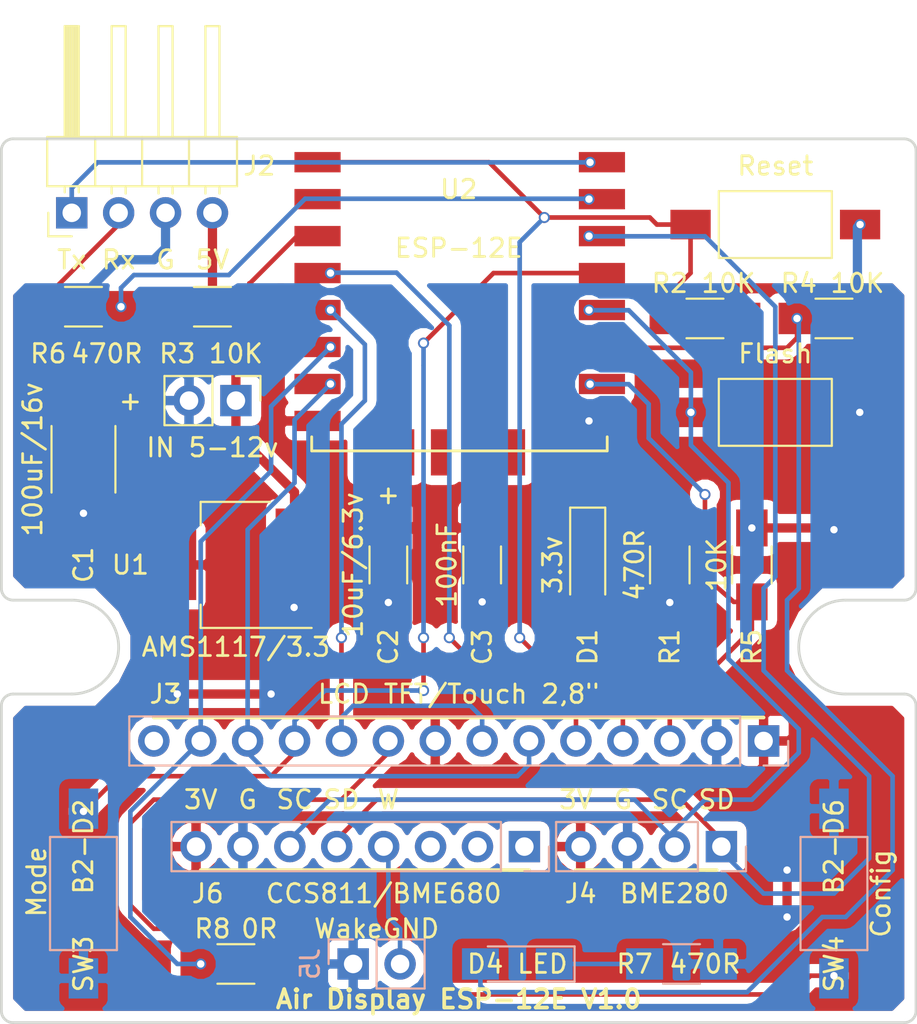
<source format=kicad_pcb>
(kicad_pcb (version 4) (host pcbnew 4.0.7)

  (general
    (links 62)
    (no_connects 0)
    (area 114.859999 94.964999 164.540001 150.570001)
    (thickness 1.6)
    (drawings 45)
    (tracks 245)
    (zones 0)
    (modules 25)
    (nets 33)
  )

  (page A4)
  (layers
    (0 F.Cu signal)
    (31 B.Cu signal)
    (32 B.Adhes user)
    (33 F.Adhes user)
    (34 B.Paste user)
    (35 F.Paste user)
    (36 B.SilkS user)
    (37 F.SilkS user)
    (38 B.Mask user)
    (39 F.Mask user)
    (40 Dwgs.User user)
    (41 Cmts.User user)
    (42 Eco1.User user)
    (43 Eco2.User user)
    (44 Edge.Cuts user)
    (45 Margin user)
    (46 B.CrtYd user)
    (47 F.CrtYd user)
    (48 B.Fab user)
    (49 F.Fab user)
  )

  (setup
    (last_trace_width 0.25)
    (trace_clearance 0.2)
    (zone_clearance 0.508)
    (zone_45_only no)
    (trace_min 0.2)
    (segment_width 0.2)
    (edge_width 0.15)
    (via_size 0.6)
    (via_drill 0.4)
    (via_min_size 0.6)
    (via_min_drill 0.4)
    (uvia_size 0.3)
    (uvia_drill 0.1)
    (uvias_allowed no)
    (uvia_min_size 0.2)
    (uvia_min_drill 0.1)
    (pcb_text_width 0.3)
    (pcb_text_size 1.5 1.5)
    (mod_edge_width 0.15)
    (mod_text_size 1 1)
    (mod_text_width 0.15)
    (pad_size 1.00076 2.5019)
    (pad_drill 0)
    (pad_to_mask_clearance 0.2)
    (aux_axis_origin 278.765 173.99)
    (visible_elements 7FFFFFFF)
    (pcbplotparams
      (layerselection 0x010e0_80000001)
      (usegerberextensions true)
      (excludeedgelayer true)
      (linewidth 0.100000)
      (plotframeref false)
      (viasonmask false)
      (mode 1)
      (useauxorigin true)
      (hpglpennumber 1)
      (hpglpenspeed 20)
      (hpglpendiameter 15)
      (hpglpenoverlay 2)
      (psnegative false)
      (psa4output false)
      (plotreference true)
      (plotvalue true)
      (plotinvisibletext false)
      (padsonsilk false)
      (subtractmaskfromsilk false)
      (outputformat 1)
      (mirror false)
      (drillshape 0)
      (scaleselection 1)
      (outputdirectory Plot/))
  )

  (net 0 "")
  (net 1 GND)
  (net 2 +5V)
  (net 3 +3V3)
  (net 4 "Net-(D1-Pad1)")
  (net 5 "Net-(R3-Pad2)")
  (net 6 D4)
  (net 7 D8)
  (net 8 D3)
  (net 9 ADC)
  (net 10 D0)
  (net 11 D5)
  (net 12 D6)
  (net 13 D7)
  (net 14 D2)
  (net 15 D1)
  (net 16 RX)
  (net 17 TX)
  (net 18 "Net-(R6-Pad2)")
  (net 19 "Net-(U2-Pad17)")
  (net 20 "Net-(U2-Pad18)")
  (net 21 "Net-(U2-Pad19)")
  (net 22 "Net-(U2-Pad20)")
  (net 23 "Net-(U2-Pad21)")
  (net 24 "Net-(U2-Pad22)")
  (net 25 "Net-(D2-Pad1)")
  (net 26 RST)
  (net 27 "Net-(J3-Pad9)")
  (net 28 "Net-(J3-Pad14)")
  (net 29 "Net-(J5-Pad2)")
  (net 30 "Net-(J6-Pad1)")
  (net 31 "Net-(J6-Pad2)")
  (net 32 "Net-(J6-Pad3)")

  (net_class Default "This is the default net class."
    (clearance 0.2)
    (trace_width 0.25)
    (via_dia 0.6)
    (via_drill 0.4)
    (uvia_dia 0.3)
    (uvia_drill 0.1)
    (add_net ADC)
    (add_net D0)
    (add_net D1)
    (add_net D2)
    (add_net D3)
    (add_net D4)
    (add_net D5)
    (add_net D6)
    (add_net D7)
    (add_net D8)
    (add_net "Net-(D1-Pad1)")
    (add_net "Net-(D2-Pad1)")
    (add_net "Net-(J3-Pad14)")
    (add_net "Net-(J3-Pad9)")
    (add_net "Net-(J5-Pad2)")
    (add_net "Net-(J6-Pad1)")
    (add_net "Net-(J6-Pad2)")
    (add_net "Net-(J6-Pad3)")
    (add_net "Net-(R3-Pad2)")
    (add_net "Net-(R6-Pad2)")
    (add_net "Net-(U2-Pad17)")
    (add_net "Net-(U2-Pad18)")
    (add_net "Net-(U2-Pad19)")
    (add_net "Net-(U2-Pad20)")
    (add_net "Net-(U2-Pad21)")
    (add_net "Net-(U2-Pad22)")
    (add_net RST)
    (add_net RX)
    (add_net TX)
  )

  (net_class Power ""
    (clearance 0.2)
    (trace_width 0.5)
    (via_dia 0.6)
    (via_drill 0.4)
    (uvia_dia 0.3)
    (uvia_drill 0.1)
    (add_net +3V3)
    (add_net +5V)
    (add_net GND)
  )

  (module Pin_Headers:Pin_Header_Straight_1x04_Pitch2.54mm (layer B.Cu) (tedit 5AF4BE84) (tstamp 5AF387DB)
    (at 153.924 140.97 90)
    (descr "Through hole straight pin header, 1x04, 2.54mm pitch, single row")
    (tags "Through hole pin header THT 1x04 2.54mm single row")
    (path /5AF410BF)
    (fp_text reference J4 (at -2.54 -7.62 180) (layer F.SilkS)
      (effects (font (size 1 1) (thickness 0.15)))
    )
    (fp_text value BME280 (at -2.54 -2.54 180) (layer F.SilkS)
      (effects (font (size 1 1) (thickness 0.15)))
    )
    (fp_line (start -0.635 1.27) (end 1.27 1.27) (layer B.Fab) (width 0.1))
    (fp_line (start 1.27 1.27) (end 1.27 -8.89) (layer B.Fab) (width 0.1))
    (fp_line (start 1.27 -8.89) (end -1.27 -8.89) (layer B.Fab) (width 0.1))
    (fp_line (start -1.27 -8.89) (end -1.27 0.635) (layer B.Fab) (width 0.1))
    (fp_line (start -1.27 0.635) (end -0.635 1.27) (layer B.Fab) (width 0.1))
    (fp_line (start -1.33 -8.95) (end 1.33 -8.95) (layer B.SilkS) (width 0.12))
    (fp_line (start -1.33 -1.27) (end -1.33 -8.95) (layer B.SilkS) (width 0.12))
    (fp_line (start 1.33 -1.27) (end 1.33 -8.95) (layer B.SilkS) (width 0.12))
    (fp_line (start -1.33 -1.27) (end 1.33 -1.27) (layer B.SilkS) (width 0.12))
    (fp_line (start -1.33 0) (end -1.33 1.33) (layer B.SilkS) (width 0.12))
    (fp_line (start -1.33 1.33) (end 0 1.33) (layer B.SilkS) (width 0.12))
    (fp_line (start -1.8 1.8) (end -1.8 -9.4) (layer B.CrtYd) (width 0.05))
    (fp_line (start -1.8 -9.4) (end 1.8 -9.4) (layer B.CrtYd) (width 0.05))
    (fp_line (start 1.8 -9.4) (end 1.8 1.8) (layer B.CrtYd) (width 0.05))
    (fp_line (start 1.8 1.8) (end -1.8 1.8) (layer B.CrtYd) (width 0.05))
    (fp_text user %R (at 0 -3.81 360) (layer B.Fab)
      (effects (font (size 1 1) (thickness 0.15)) (justify mirror))
    )
    (pad 1 thru_hole rect (at 0 0 90) (size 1.7 1.7) (drill 1) (layers *.Cu *.Mask)
      (net 15 D1))
    (pad 2 thru_hole oval (at 0 -2.54 90) (size 1.7 1.7) (drill 1) (layers *.Cu *.Mask)
      (net 8 D3))
    (pad 3 thru_hole oval (at 0 -5.08 90) (size 1.7 1.7) (drill 1) (layers *.Cu *.Mask)
      (net 1 GND))
    (pad 4 thru_hole oval (at 0 -7.62 90) (size 1.7 1.7) (drill 1) (layers *.Cu *.Mask)
      (net 3 +3V3))
    (model ${KISYS3DMOD}/Pin_Headers.3dshapes/Pin_Header_Straight_1x04_Pitch2.54mm.wrl
      (at (xyz 0 0 0))
      (scale (xyz 1 1 1))
      (rotate (xyz 0 0 0))
    )
  )

  (module Capacitors_SMD:C_1206_HandSoldering (layer F.Cu) (tedit 5AF38316) (tstamp 5AF1BD96)
    (at 140.97 125.73 270)
    (descr "Capacitor SMD 1206, hand soldering")
    (tags "capacitor 1206")
    (path /56840717)
    (attr smd)
    (fp_text reference C3 (at 4.445 0 270) (layer F.SilkS)
      (effects (font (size 1 1) (thickness 0.15)))
    )
    (fp_text value 100nF (at 0 1.905 270) (layer F.SilkS)
      (effects (font (size 1 1) (thickness 0.15)))
    )
    (fp_text user %R (at 0 0 270) (layer F.Fab)
      (effects (font (size 1 1) (thickness 0.15)))
    )
    (fp_line (start -1.6 0.8) (end -1.6 -0.8) (layer F.Fab) (width 0.1))
    (fp_line (start 1.6 0.8) (end -1.6 0.8) (layer F.Fab) (width 0.1))
    (fp_line (start 1.6 -0.8) (end 1.6 0.8) (layer F.Fab) (width 0.1))
    (fp_line (start -1.6 -0.8) (end 1.6 -0.8) (layer F.Fab) (width 0.1))
    (fp_line (start 1 -1.02) (end -1 -1.02) (layer F.SilkS) (width 0.12))
    (fp_line (start -1 1.02) (end 1 1.02) (layer F.SilkS) (width 0.12))
    (fp_line (start -3.25 -1.05) (end 3.25 -1.05) (layer F.CrtYd) (width 0.05))
    (fp_line (start -3.25 -1.05) (end -3.25 1.05) (layer F.CrtYd) (width 0.05))
    (fp_line (start 3.25 1.05) (end 3.25 -1.05) (layer F.CrtYd) (width 0.05))
    (fp_line (start 3.25 1.05) (end -3.25 1.05) (layer F.CrtYd) (width 0.05))
    (pad 1 smd rect (at -2 0 270) (size 2 1.6) (layers F.Cu F.Paste F.Mask)
      (net 3 +3V3))
    (pad 2 smd rect (at 2 0 270) (size 2 1.6) (layers F.Cu F.Paste F.Mask)
      (net 1 GND))
    (model Capacitors_SMD.3dshapes/C_1206.wrl
      (at (xyz 0 0 0))
      (scale (xyz 1 1 1))
      (rotate (xyz 0 0 0))
    )
  )

  (module LEDs:LED_1206_HandSoldering (layer F.Cu) (tedit 5AF38319) (tstamp 5AF1BD9C)
    (at 146.685 125.73 270)
    (descr "LED SMD 1206, hand soldering")
    (tags "LED 1206")
    (path /5AF1C244)
    (attr smd)
    (fp_text reference D1 (at 4.445 0 270) (layer F.SilkS)
      (effects (font (size 1 1) (thickness 0.15)))
    )
    (fp_text value 3.3v (at 0 1.905 270) (layer F.SilkS)
      (effects (font (size 1 1) (thickness 0.15)))
    )
    (fp_line (start -3.1 -0.95) (end -3.1 0.95) (layer F.SilkS) (width 0.12))
    (fp_line (start -0.4 0) (end 0.2 -0.4) (layer F.Fab) (width 0.1))
    (fp_line (start 0.2 -0.4) (end 0.2 0.4) (layer F.Fab) (width 0.1))
    (fp_line (start 0.2 0.4) (end -0.4 0) (layer F.Fab) (width 0.1))
    (fp_line (start -0.45 -0.4) (end -0.45 0.4) (layer F.Fab) (width 0.1))
    (fp_line (start -1.6 0.8) (end -1.6 -0.8) (layer F.Fab) (width 0.1))
    (fp_line (start 1.6 0.8) (end -1.6 0.8) (layer F.Fab) (width 0.1))
    (fp_line (start 1.6 -0.8) (end 1.6 0.8) (layer F.Fab) (width 0.1))
    (fp_line (start -1.6 -0.8) (end 1.6 -0.8) (layer F.Fab) (width 0.1))
    (fp_line (start -3.1 0.95) (end 1.6 0.95) (layer F.SilkS) (width 0.12))
    (fp_line (start -3.1 -0.95) (end 1.6 -0.95) (layer F.SilkS) (width 0.12))
    (fp_line (start -3.25 -1.11) (end 3.25 -1.11) (layer F.CrtYd) (width 0.05))
    (fp_line (start -3.25 -1.11) (end -3.25 1.1) (layer F.CrtYd) (width 0.05))
    (fp_line (start 3.25 1.1) (end 3.25 -1.11) (layer F.CrtYd) (width 0.05))
    (fp_line (start 3.25 1.1) (end -3.25 1.1) (layer F.CrtYd) (width 0.05))
    (pad 1 smd rect (at -2 0 270) (size 2 1.7) (layers F.Cu F.Paste F.Mask)
      (net 4 "Net-(D1-Pad1)"))
    (pad 2 smd rect (at 2 0 270) (size 2 1.7) (layers F.Cu F.Paste F.Mask)
      (net 3 +3V3))
    (model ${KISYS3DMOD}/LEDs.3dshapes/LED_1206.wrl
      (at (xyz 0 0 0))
      (scale (xyz 1 1 1))
      (rotate (xyz 0 0 180))
    )
  )

  (module Resistors_SMD:R_1206_HandSoldering (layer F.Cu) (tedit 5AF383C6) (tstamp 5AF1BD9D)
    (at 151.13 125.73 270)
    (descr "Resistor SMD 1206, hand soldering")
    (tags "resistor 1206")
    (path /5AF1C498)
    (attr smd)
    (fp_text reference R1 (at 4.445 0 270) (layer F.SilkS)
      (effects (font (size 1 1) (thickness 0.15)))
    )
    (fp_text value 470R (at 0 1.905 450) (layer F.SilkS)
      (effects (font (size 1 1) (thickness 0.15)))
    )
    (fp_text user %R (at 0 0 270) (layer F.Fab)
      (effects (font (size 0.7 0.7) (thickness 0.105)))
    )
    (fp_line (start -1.6 0.8) (end -1.6 -0.8) (layer F.Fab) (width 0.1))
    (fp_line (start 1.6 0.8) (end -1.6 0.8) (layer F.Fab) (width 0.1))
    (fp_line (start 1.6 -0.8) (end 1.6 0.8) (layer F.Fab) (width 0.1))
    (fp_line (start -1.6 -0.8) (end 1.6 -0.8) (layer F.Fab) (width 0.1))
    (fp_line (start 1 1.07) (end -1 1.07) (layer F.SilkS) (width 0.12))
    (fp_line (start -1 -1.07) (end 1 -1.07) (layer F.SilkS) (width 0.12))
    (fp_line (start -3.25 -1.11) (end 3.25 -1.11) (layer F.CrtYd) (width 0.05))
    (fp_line (start -3.25 -1.11) (end -3.25 1.1) (layer F.CrtYd) (width 0.05))
    (fp_line (start 3.25 1.1) (end 3.25 -1.11) (layer F.CrtYd) (width 0.05))
    (fp_line (start 3.25 1.1) (end -3.25 1.1) (layer F.CrtYd) (width 0.05))
    (pad 1 smd rect (at -2 0 270) (size 2 1.7) (layers F.Cu F.Paste F.Mask)
      (net 4 "Net-(D1-Pad1)"))
    (pad 2 smd rect (at 2 0 270) (size 2 1.7) (layers F.Cu F.Paste F.Mask)
      (net 1 GND))
    (model ${KISYS3DMOD}/Resistors_SMD.3dshapes/R_1206.wrl
      (at (xyz 0 0 0))
      (scale (xyz 1 1 1))
      (rotate (xyz 0 0 0))
    )
  )

  (module Resistors_SMD:R_1206_HandSoldering (layer F.Cu) (tedit 5AF492F9) (tstamp 5AF1BDA2)
    (at 153.035 112.395 180)
    (descr "Resistor SMD 1206, hand soldering")
    (tags "resistor 1206")
    (path /56840960)
    (attr smd)
    (fp_text reference R2 (at 1.905 1.905 180) (layer F.SilkS)
      (effects (font (size 1 1) (thickness 0.15)))
    )
    (fp_text value 10K (at -1.27 1.905 180) (layer F.SilkS)
      (effects (font (size 1 1) (thickness 0.15)))
    )
    (fp_text user %R (at 0 0 180) (layer F.Fab)
      (effects (font (size 0.7 0.7) (thickness 0.105)))
    )
    (fp_line (start -1.6 0.8) (end -1.6 -0.8) (layer F.Fab) (width 0.1))
    (fp_line (start 1.6 0.8) (end -1.6 0.8) (layer F.Fab) (width 0.1))
    (fp_line (start 1.6 -0.8) (end 1.6 0.8) (layer F.Fab) (width 0.1))
    (fp_line (start -1.6 -0.8) (end 1.6 -0.8) (layer F.Fab) (width 0.1))
    (fp_line (start 1 1.07) (end -1 1.07) (layer F.SilkS) (width 0.12))
    (fp_line (start -1 -1.07) (end 1 -1.07) (layer F.SilkS) (width 0.12))
    (fp_line (start -3.25 -1.11) (end 3.25 -1.11) (layer F.CrtYd) (width 0.05))
    (fp_line (start -3.25 -1.11) (end -3.25 1.1) (layer F.CrtYd) (width 0.05))
    (fp_line (start 3.25 1.1) (end 3.25 -1.11) (layer F.CrtYd) (width 0.05))
    (fp_line (start 3.25 1.1) (end -3.25 1.1) (layer F.CrtYd) (width 0.05))
    (pad 1 smd rect (at -2 0 180) (size 2 1.7) (layers F.Cu F.Paste F.Mask)
      (net 3 +3V3))
    (pad 2 smd rect (at 2 0 180) (size 2 1.7) (layers F.Cu F.Paste F.Mask)
      (net 26 RST))
    (model ${KISYS3DMOD}/Resistors_SMD.3dshapes/R_1206.wrl
      (at (xyz 0 0 0))
      (scale (xyz 1 1 1))
      (rotate (xyz 0 0 0))
    )
  )

  (module Resistors_SMD:R_1206_HandSoldering (layer F.Cu) (tedit 5AF49319) (tstamp 5AF1BDA7)
    (at 126.365 111.76)
    (descr "Resistor SMD 1206, hand soldering")
    (tags "resistor 1206")
    (path /56840F07)
    (attr smd)
    (fp_text reference R3 (at -1.905 2.54) (layer F.SilkS)
      (effects (font (size 1 1) (thickness 0.15)))
    )
    (fp_text value 10K (at 1.27 2.54) (layer F.SilkS)
      (effects (font (size 1 1) (thickness 0.15)))
    )
    (fp_text user %R (at 0 0) (layer F.Fab)
      (effects (font (size 0.7 0.7) (thickness 0.105)))
    )
    (fp_line (start -1.6 0.8) (end -1.6 -0.8) (layer F.Fab) (width 0.1))
    (fp_line (start 1.6 0.8) (end -1.6 0.8) (layer F.Fab) (width 0.1))
    (fp_line (start 1.6 -0.8) (end 1.6 0.8) (layer F.Fab) (width 0.1))
    (fp_line (start -1.6 -0.8) (end 1.6 -0.8) (layer F.Fab) (width 0.1))
    (fp_line (start 1 1.07) (end -1 1.07) (layer F.SilkS) (width 0.12))
    (fp_line (start -1 -1.07) (end 1 -1.07) (layer F.SilkS) (width 0.12))
    (fp_line (start -3.25 -1.11) (end 3.25 -1.11) (layer F.CrtYd) (width 0.05))
    (fp_line (start -3.25 -1.11) (end -3.25 1.1) (layer F.CrtYd) (width 0.05))
    (fp_line (start 3.25 1.1) (end 3.25 -1.11) (layer F.CrtYd) (width 0.05))
    (fp_line (start 3.25 1.1) (end -3.25 1.1) (layer F.CrtYd) (width 0.05))
    (pad 1 smd rect (at -2 0) (size 2 1.7) (layers F.Cu F.Paste F.Mask)
      (net 3 +3V3))
    (pad 2 smd rect (at 2 0) (size 2 1.7) (layers F.Cu F.Paste F.Mask)
      (net 5 "Net-(R3-Pad2)"))
    (model ${KISYS3DMOD}/Resistors_SMD.3dshapes/R_1206.wrl
      (at (xyz 0 0 0))
      (scale (xyz 1 1 1))
      (rotate (xyz 0 0 0))
    )
  )

  (module Resistors_SMD:R_1206_HandSoldering (layer F.Cu) (tedit 5AF492F3) (tstamp 5AF1BDAC)
    (at 160.02 112.395 180)
    (descr "Resistor SMD 1206, hand soldering")
    (tags "resistor 1206")
    (path /56840F5D)
    (attr smd)
    (fp_text reference R4 (at 1.905 1.905 180) (layer F.SilkS)
      (effects (font (size 1 1) (thickness 0.15)))
    )
    (fp_text value 10K (at -1.27 1.905 180) (layer F.SilkS)
      (effects (font (size 1 1) (thickness 0.15)))
    )
    (fp_text user %R (at 0 0 180) (layer F.Fab)
      (effects (font (size 0.7 0.7) (thickness 0.105)))
    )
    (fp_line (start -1.6 0.8) (end -1.6 -0.8) (layer F.Fab) (width 0.1))
    (fp_line (start 1.6 0.8) (end -1.6 0.8) (layer F.Fab) (width 0.1))
    (fp_line (start 1.6 -0.8) (end 1.6 0.8) (layer F.Fab) (width 0.1))
    (fp_line (start -1.6 -0.8) (end 1.6 -0.8) (layer F.Fab) (width 0.1))
    (fp_line (start 1 1.07) (end -1 1.07) (layer F.SilkS) (width 0.12))
    (fp_line (start -1 -1.07) (end 1 -1.07) (layer F.SilkS) (width 0.12))
    (fp_line (start -3.25 -1.11) (end 3.25 -1.11) (layer F.CrtYd) (width 0.05))
    (fp_line (start -3.25 -1.11) (end -3.25 1.1) (layer F.CrtYd) (width 0.05))
    (fp_line (start 3.25 1.1) (end 3.25 -1.11) (layer F.CrtYd) (width 0.05))
    (fp_line (start 3.25 1.1) (end -3.25 1.1) (layer F.CrtYd) (width 0.05))
    (pad 1 smd rect (at -2 0 180) (size 2 1.7) (layers F.Cu F.Paste F.Mask)
      (net 3 +3V3))
    (pad 2 smd rect (at 2 0 180) (size 2 1.7) (layers F.Cu F.Paste F.Mask)
      (net 6 D4))
    (model ${KISYS3DMOD}/Resistors_SMD.3dshapes/R_1206.wrl
      (at (xyz 0 0 0))
      (scale (xyz 1 1 1))
      (rotate (xyz 0 0 0))
    )
  )

  (module Resistors_SMD:R_1206_HandSoldering (layer F.Cu) (tedit 5AF49159) (tstamp 5AF1BDB6)
    (at 155.575 125.73 90)
    (descr "Resistor SMD 1206, hand soldering")
    (tags "resistor 1206")
    (path /568411DE)
    (attr smd)
    (fp_text reference R5 (at -4.445 0 90) (layer F.SilkS)
      (effects (font (size 1 1) (thickness 0.15)))
    )
    (fp_text value 10K (at 0 -1.905 90) (layer F.SilkS)
      (effects (font (size 1 1) (thickness 0.15)))
    )
    (fp_text user %R (at 0 0 90) (layer F.Fab)
      (effects (font (size 0.7 0.7) (thickness 0.105)))
    )
    (fp_line (start -1.6 0.8) (end -1.6 -0.8) (layer F.Fab) (width 0.1))
    (fp_line (start 1.6 0.8) (end -1.6 0.8) (layer F.Fab) (width 0.1))
    (fp_line (start 1.6 -0.8) (end 1.6 0.8) (layer F.Fab) (width 0.1))
    (fp_line (start -1.6 -0.8) (end 1.6 -0.8) (layer F.Fab) (width 0.1))
    (fp_line (start 1 1.07) (end -1 1.07) (layer F.SilkS) (width 0.12))
    (fp_line (start -1 -1.07) (end 1 -1.07) (layer F.SilkS) (width 0.12))
    (fp_line (start -3.25 -1.11) (end 3.25 -1.11) (layer F.CrtYd) (width 0.05))
    (fp_line (start -3.25 -1.11) (end -3.25 1.1) (layer F.CrtYd) (width 0.05))
    (fp_line (start 3.25 1.1) (end 3.25 -1.11) (layer F.CrtYd) (width 0.05))
    (fp_line (start 3.25 1.1) (end -3.25 1.1) (layer F.CrtYd) (width 0.05))
    (pad 1 smd rect (at -2 0 90) (size 2 1.7) (layers F.Cu F.Paste F.Mask)
      (net 7 D8))
    (pad 2 smd rect (at 2 0 90) (size 2 1.7) (layers F.Cu F.Paste F.Mask)
      (net 1 GND))
    (model ${KISYS3DMOD}/Resistors_SMD.3dshapes/R_1206.wrl
      (at (xyz 0 0 0))
      (scale (xyz 1 1 1))
      (rotate (xyz 0 0 0))
    )
  )

  (module Buttons_Switches_SMD:SW_SPST_FSMSM (layer F.Cu) (tedit 5AF21777) (tstamp 5AF1BDBC)
    (at 156.845 107.315 180)
    (descr http://www.te.com/commerce/DocumentDelivery/DDEController?Action=srchrtrv&DocNm=1437566-3&DocType=Customer+Drawing&DocLang=English)
    (tags "SPST button tactile switch")
    (path /5AF1E042)
    (attr smd)
    (fp_text reference SW1 (at -4.445 3.175 180) (layer F.SilkS) hide
      (effects (font (size 1 1) (thickness 0.15)))
    )
    (fp_text value Reset (at 0 3.175 180) (layer F.SilkS)
      (effects (font (size 1 1) (thickness 0.15)))
    )
    (fp_text user %R (at 0 0 180) (layer F.Fab)
      (effects (font (size 1 1) (thickness 0.15)))
    )
    (fp_line (start -1.75 -1) (end 1.75 -1) (layer F.Fab) (width 0.1))
    (fp_line (start 1.75 -1) (end 1.75 1) (layer F.Fab) (width 0.1))
    (fp_line (start 1.75 1) (end -1.75 1) (layer F.Fab) (width 0.1))
    (fp_line (start -1.75 1) (end -1.75 -1) (layer F.Fab) (width 0.1))
    (fp_line (start -3.06 -1.81) (end 3.06 -1.81) (layer F.SilkS) (width 0.12))
    (fp_line (start 3.06 -1.81) (end 3.06 1.81) (layer F.SilkS) (width 0.12))
    (fp_line (start 3.06 1.81) (end -3.06 1.81) (layer F.SilkS) (width 0.12))
    (fp_line (start -3.06 1.81) (end -3.06 -1.81) (layer F.SilkS) (width 0.12))
    (fp_line (start -1.5 0.8) (end 1.5 0.8) (layer F.Fab) (width 0.1))
    (fp_line (start -1.5 -0.8) (end 1.5 -0.8) (layer F.Fab) (width 0.1))
    (fp_line (start 1.5 -0.8) (end 1.5 0.8) (layer F.Fab) (width 0.1))
    (fp_line (start -1.5 -0.8) (end -1.5 0.8) (layer F.Fab) (width 0.1))
    (fp_line (start -5.95 2) (end 5.95 2) (layer F.CrtYd) (width 0.05))
    (fp_line (start 5.95 -2) (end 5.95 2) (layer F.CrtYd) (width 0.05))
    (fp_line (start -3 1.75) (end 3 1.75) (layer F.Fab) (width 0.1))
    (fp_line (start -3 -1.75) (end 3 -1.75) (layer F.Fab) (width 0.1))
    (fp_line (start -3 -1.75) (end -3 1.75) (layer F.Fab) (width 0.1))
    (fp_line (start 3 -1.75) (end 3 1.75) (layer F.Fab) (width 0.1))
    (fp_line (start -5.95 -2) (end -5.95 2) (layer F.CrtYd) (width 0.05))
    (fp_line (start -5.95 -2) (end 5.95 -2) (layer F.CrtYd) (width 0.05))
    (pad 1 smd rect (at -4.59 0 180) (size 2.18 1.6) (layers F.Cu F.Paste F.Mask)
      (net 1 GND))
    (pad 2 smd rect (at 4.59 0 180) (size 2.18 1.6) (layers F.Cu F.Paste F.Mask)
      (net 26 RST))
    (model ${KISYS3DMOD}/Buttons_Switches_SMD.3dshapes/SW_SPST_FSMSM.wrl
      (at (xyz 0 0 0))
      (scale (xyz 1 1 1))
      (rotate (xyz 0 0 0))
    )
  )

  (module Buttons_Switches_SMD:SW_SPST_FSMSM (layer F.Cu) (tedit 5AF220B0) (tstamp 5AF1BDC2)
    (at 156.845 117.475 180)
    (descr http://www.te.com/commerce/DocumentDelivery/DDEController?Action=srchrtrv&DocNm=1437566-3&DocType=Customer+Drawing&DocLang=English)
    (tags "SPST button tactile switch")
    (path /5AF1ED26)
    (attr smd)
    (fp_text reference SW2 (at -4.445 3.175 180) (layer F.SilkS) hide
      (effects (font (size 1 1) (thickness 0.15)))
    )
    (fp_text value Flash (at 0 3.175 180) (layer F.SilkS)
      (effects (font (size 1 1) (thickness 0.15)))
    )
    (fp_text user %R (at 0 0 180) (layer F.Fab)
      (effects (font (size 1 1) (thickness 0.15)))
    )
    (fp_line (start -1.75 -1) (end 1.75 -1) (layer F.Fab) (width 0.1))
    (fp_line (start 1.75 -1) (end 1.75 1) (layer F.Fab) (width 0.1))
    (fp_line (start 1.75 1) (end -1.75 1) (layer F.Fab) (width 0.1))
    (fp_line (start -1.75 1) (end -1.75 -1) (layer F.Fab) (width 0.1))
    (fp_line (start -3.06 -1.81) (end 3.06 -1.81) (layer F.SilkS) (width 0.12))
    (fp_line (start 3.06 -1.81) (end 3.06 1.81) (layer F.SilkS) (width 0.12))
    (fp_line (start 3.06 1.81) (end -3.06 1.81) (layer F.SilkS) (width 0.12))
    (fp_line (start -3.06 1.81) (end -3.06 -1.81) (layer F.SilkS) (width 0.12))
    (fp_line (start -1.5 0.8) (end 1.5 0.8) (layer F.Fab) (width 0.1))
    (fp_line (start -1.5 -0.8) (end 1.5 -0.8) (layer F.Fab) (width 0.1))
    (fp_line (start 1.5 -0.8) (end 1.5 0.8) (layer F.Fab) (width 0.1))
    (fp_line (start -1.5 -0.8) (end -1.5 0.8) (layer F.Fab) (width 0.1))
    (fp_line (start -5.95 2) (end 5.95 2) (layer F.CrtYd) (width 0.05))
    (fp_line (start 5.95 -2) (end 5.95 2) (layer F.CrtYd) (width 0.05))
    (fp_line (start -3 1.75) (end 3 1.75) (layer F.Fab) (width 0.1))
    (fp_line (start -3 -1.75) (end 3 -1.75) (layer F.Fab) (width 0.1))
    (fp_line (start -3 -1.75) (end -3 1.75) (layer F.Fab) (width 0.1))
    (fp_line (start 3 -1.75) (end 3 1.75) (layer F.Fab) (width 0.1))
    (fp_line (start -5.95 -2) (end -5.95 2) (layer F.CrtYd) (width 0.05))
    (fp_line (start -5.95 -2) (end 5.95 -2) (layer F.CrtYd) (width 0.05))
    (pad 1 smd rect (at -4.59 0 180) (size 2.18 1.6) (layers F.Cu F.Paste F.Mask)
      (net 1 GND))
    (pad 2 smd rect (at 4.59 0 180) (size 2.18 1.6) (layers F.Cu F.Paste F.Mask)
      (net 8 D3))
    (model ${KISYS3DMOD}/Buttons_Switches_SMD.3dshapes/SW_SPST_FSMSM.wrl
      (at (xyz 0 0 0))
      (scale (xyz 1 1 1))
      (rotate (xyz 0 0 0))
    )
  )

  (module TO_SOT_Packages_SMD:SOT-223-3_TabPin2 (layer F.Cu) (tedit 5AF4912A) (tstamp 5AF1BDC3)
    (at 127.635 125.73 180)
    (descr "module CMS SOT223 4 pins")
    (tags "CMS SOT")
    (path /5AF1A61C)
    (attr smd)
    (fp_text reference U1 (at 5.715 0 360) (layer F.SilkS)
      (effects (font (size 1 1) (thickness 0.15)))
    )
    (fp_text value AMS1117/3.3 (at 0 -4.445 360) (layer F.SilkS)
      (effects (font (size 1 1) (thickness 0.15)))
    )
    (fp_text user %R (at 0 0 270) (layer F.Fab)
      (effects (font (size 0.8 0.8) (thickness 0.12)))
    )
    (fp_line (start 1.91 3.41) (end 1.91 2.15) (layer F.SilkS) (width 0.12))
    (fp_line (start 1.91 -3.41) (end 1.91 -2.15) (layer F.SilkS) (width 0.12))
    (fp_line (start 4.4 -3.6) (end -4.4 -3.6) (layer F.CrtYd) (width 0.05))
    (fp_line (start 4.4 3.6) (end 4.4 -3.6) (layer F.CrtYd) (width 0.05))
    (fp_line (start -4.4 3.6) (end 4.4 3.6) (layer F.CrtYd) (width 0.05))
    (fp_line (start -4.4 -3.6) (end -4.4 3.6) (layer F.CrtYd) (width 0.05))
    (fp_line (start -1.85 -2.35) (end -0.85 -3.35) (layer F.Fab) (width 0.1))
    (fp_line (start -1.85 -2.35) (end -1.85 3.35) (layer F.Fab) (width 0.1))
    (fp_line (start -1.85 3.41) (end 1.91 3.41) (layer F.SilkS) (width 0.12))
    (fp_line (start -0.85 -3.35) (end 1.85 -3.35) (layer F.Fab) (width 0.1))
    (fp_line (start -4.1 -3.41) (end 1.91 -3.41) (layer F.SilkS) (width 0.12))
    (fp_line (start -1.85 3.35) (end 1.85 3.35) (layer F.Fab) (width 0.1))
    (fp_line (start 1.85 -3.35) (end 1.85 3.35) (layer F.Fab) (width 0.1))
    (pad 2 smd rect (at 3.15 0 180) (size 2 3.8) (layers F.Cu F.Paste F.Mask)
      (net 3 +3V3))
    (pad 2 smd rect (at -3.15 0 180) (size 2 1.5) (layers F.Cu F.Paste F.Mask)
      (net 3 +3V3))
    (pad 3 smd rect (at -3.15 2.3 180) (size 2 1.5) (layers F.Cu F.Paste F.Mask)
      (net 2 +5V))
    (pad 1 smd rect (at -3.15 -2.3 180) (size 2 1.5) (layers F.Cu F.Paste F.Mask)
      (net 1 GND))
    (model ${KISYS3DMOD}/TO_SOT_Packages_SMD.3dshapes/SOT-223.wrl
      (at (xyz 0 0 0))
      (scale (xyz 1 1 1))
      (rotate (xyz 0 0 0))
    )
  )

  (module Capacitors_SMD:C_1812_HandSoldering (layer F.Cu) (tedit 5AF7EAD3) (tstamp 5AF1DC72)
    (at 119.38 120.015 270)
    (descr "Capacitor SMD 1812, hand soldering")
    (tags "capacitor 1812")
    (path /5AF1B7AD)
    (attr smd)
    (fp_text reference C1 (at 5.715 0 270) (layer F.SilkS)
      (effects (font (size 1 1) (thickness 0.15)))
    )
    (fp_text value 100uF/16v (at 0 2.75 270) (layer F.SilkS)
      (effects (font (size 1 1) (thickness 0.15)))
    )
    (fp_text user %R (at 0 0 270) (layer F.Fab)
      (effects (font (size 1 1) (thickness 0.15)))
    )
    (fp_line (start -2.25 1.6) (end -2.25 -1.6) (layer F.Fab) (width 0.1))
    (fp_line (start 2.3 1.6) (end -2.25 1.6) (layer F.Fab) (width 0.1))
    (fp_line (start 2.3 -1.6) (end 2.3 1.6) (layer F.Fab) (width 0.1))
    (fp_line (start -2.25 -1.6) (end 2.3 -1.6) (layer F.Fab) (width 0.1))
    (fp_line (start 1.8 -1.73) (end -1.8 -1.73) (layer F.SilkS) (width 0.12))
    (fp_line (start -1.8 1.73) (end 1.8 1.73) (layer F.SilkS) (width 0.12))
    (fp_line (start -4.25 -1.85) (end 4.25 -1.85) (layer F.CrtYd) (width 0.05))
    (fp_line (start -4.25 -1.85) (end -4.25 1.85) (layer F.CrtYd) (width 0.05))
    (fp_line (start 4.25 1.85) (end 4.25 -1.85) (layer F.CrtYd) (width 0.05))
    (fp_line (start 4.25 1.85) (end -4.25 1.85) (layer F.CrtYd) (width 0.05))
    (pad 1 smd rect (at -2.9 0 270) (size 2.2 3) (layers F.Cu F.Paste F.Mask)
      (net 2 +5V))
    (pad 2 smd rect (at 2.9 0 270) (size 2.2 3) (layers F.Cu F.Paste F.Mask)
      (net 1 GND))
    (model Capacitors_SMD.3dshapes/C_1812.wrl
      (at (xyz 0 0 0))
      (scale (xyz 1 1 1))
      (rotate (xyz 0 0 0))
    )
  )

  (module Capacitors_SMD:C_1206_HandSoldering (layer F.Cu) (tedit 5AF3831F) (tstamp 5AF1DC77)
    (at 135.89 125.73 270)
    (descr "Capacitor SMD 1206, hand soldering")
    (tags "capacitor 1206")
    (path /5AF1B9DB)
    (attr smd)
    (fp_text reference C2 (at 4.445 0 270) (layer F.SilkS)
      (effects (font (size 1 1) (thickness 0.15)))
    )
    (fp_text value 10uF/6.3v (at 0 1.905 270) (layer F.SilkS)
      (effects (font (size 1 1) (thickness 0.15)))
    )
    (fp_text user %R (at 0 0 270) (layer F.Fab)
      (effects (font (size 1 1) (thickness 0.15)))
    )
    (fp_line (start -1.6 0.8) (end -1.6 -0.8) (layer F.Fab) (width 0.1))
    (fp_line (start 1.6 0.8) (end -1.6 0.8) (layer F.Fab) (width 0.1))
    (fp_line (start 1.6 -0.8) (end 1.6 0.8) (layer F.Fab) (width 0.1))
    (fp_line (start -1.6 -0.8) (end 1.6 -0.8) (layer F.Fab) (width 0.1))
    (fp_line (start 1 -1.02) (end -1 -1.02) (layer F.SilkS) (width 0.12))
    (fp_line (start -1 1.02) (end 1 1.02) (layer F.SilkS) (width 0.12))
    (fp_line (start -3.25 -1.05) (end 3.25 -1.05) (layer F.CrtYd) (width 0.05))
    (fp_line (start -3.25 -1.05) (end -3.25 1.05) (layer F.CrtYd) (width 0.05))
    (fp_line (start 3.25 1.05) (end 3.25 -1.05) (layer F.CrtYd) (width 0.05))
    (fp_line (start 3.25 1.05) (end -3.25 1.05) (layer F.CrtYd) (width 0.05))
    (pad 1 smd rect (at -2 0 270) (size 2 1.6) (layers F.Cu F.Paste F.Mask)
      (net 3 +3V3))
    (pad 2 smd rect (at 2 0 270) (size 2 1.6) (layers F.Cu F.Paste F.Mask)
      (net 1 GND))
    (model Capacitors_SMD.3dshapes/C_1206.wrl
      (at (xyz 0 0 0))
      (scale (xyz 1 1 1))
      (rotate (xyz 0 0 0))
    )
  )

  (module Resistors_SMD:R_1206_HandSoldering (layer F.Cu) (tedit 5AF49025) (tstamp 5AF20587)
    (at 119.38 111.76)
    (descr "Resistor SMD 1206, hand soldering")
    (tags "resistor 1206")
    (path /5AF20D55)
    (attr smd)
    (fp_text reference R6 (at -1.905 2.54) (layer F.SilkS)
      (effects (font (size 1 1) (thickness 0.15)))
    )
    (fp_text value 470R (at 1.27 2.54) (layer F.SilkS)
      (effects (font (size 1 1) (thickness 0.15)))
    )
    (fp_text user %R (at 0 0) (layer F.Fab)
      (effects (font (size 0.7 0.7) (thickness 0.105)))
    )
    (fp_line (start -1.6 0.8) (end -1.6 -0.8) (layer F.Fab) (width 0.1))
    (fp_line (start 1.6 0.8) (end -1.6 0.8) (layer F.Fab) (width 0.1))
    (fp_line (start 1.6 -0.8) (end 1.6 0.8) (layer F.Fab) (width 0.1))
    (fp_line (start -1.6 -0.8) (end 1.6 -0.8) (layer F.Fab) (width 0.1))
    (fp_line (start 1 1.07) (end -1 1.07) (layer F.SilkS) (width 0.12))
    (fp_line (start -1 -1.07) (end 1 -1.07) (layer F.SilkS) (width 0.12))
    (fp_line (start -3.25 -1.11) (end 3.25 -1.11) (layer F.CrtYd) (width 0.05))
    (fp_line (start -3.25 -1.11) (end -3.25 1.1) (layer F.CrtYd) (width 0.05))
    (fp_line (start 3.25 1.1) (end 3.25 -1.11) (layer F.CrtYd) (width 0.05))
    (fp_line (start 3.25 1.1) (end -3.25 1.1) (layer F.CrtYd) (width 0.05))
    (pad 1 smd rect (at -2 0) (size 2 1.7) (layers F.Cu F.Paste F.Mask)
      (net 16 RX))
    (pad 2 smd rect (at 2 0) (size 2 1.7) (layers F.Cu F.Paste F.Mask)
      (net 18 "Net-(R6-Pad2)"))
    (model ${KISYS3DMOD}/Resistors_SMD.3dshapes/R_1206.wrl
      (at (xyz 0 0 0))
      (scale (xyz 1 1 1))
      (rotate (xyz 0 0 0))
    )
  )

  (module ESP8266:ESP-12E_SMD (layer F.Cu) (tedit 5AF48742) (tstamp 5AF209D8)
    (at 132.755 103.94)
    (descr "Module, ESP-8266, ESP-12, 16 pad, SMD")
    (tags "Module ESP-8266 ESP8266")
    (path /5AF22E74)
    (fp_text reference U2 (at 6.945 1.47 180) (layer F.SilkS)
      (effects (font (size 1 1) (thickness 0.15)))
    )
    (fp_text value ESP-12E (at 6.945 4.645 180) (layer F.SilkS)
      (effects (font (size 1 1) (thickness 0.15)))
    )
    (fp_line (start -2.25 -0.5) (end -2.25 -8.75) (layer F.CrtYd) (width 0.05))
    (fp_line (start -2.25 -8.75) (end 15.25 -8.75) (layer F.CrtYd) (width 0.05))
    (fp_line (start 15.25 -8.75) (end 16.25 -8.75) (layer F.CrtYd) (width 0.05))
    (fp_line (start 16.25 -8.75) (end 16.25 16) (layer F.CrtYd) (width 0.05))
    (fp_line (start 16.25 16) (end -2.25 16) (layer F.CrtYd) (width 0.05))
    (fp_line (start -2.25 16) (end -2.25 -0.5) (layer F.CrtYd) (width 0.05))
    (fp_line (start -1.016 -8.382) (end 14.986 -8.382) (layer F.CrtYd) (width 0.1524))
    (fp_line (start 14.986 -8.382) (end 14.986 -0.889) (layer F.CrtYd) (width 0.1524))
    (fp_line (start -1.016 -8.382) (end -1.016 -1.016) (layer F.CrtYd) (width 0.1524))
    (fp_line (start -1.016 14.859) (end -1.016 15.621) (layer F.SilkS) (width 0.1524))
    (fp_line (start -1.016 15.621) (end 14.986 15.621) (layer F.SilkS) (width 0.1524))
    (fp_line (start 14.986 15.621) (end 14.986 14.859) (layer F.SilkS) (width 0.1524))
    (fp_line (start 14.992 -8.4) (end -1.008 -2.6) (layer F.CrtYd) (width 0.1524))
    (fp_line (start -1.008 -8.4) (end 14.992 -2.6) (layer F.CrtYd) (width 0.1524))
    (fp_text user "No Copper" (at 6.892 -5.4) (layer F.CrtYd)
      (effects (font (size 1 1) (thickness 0.15)))
    )
    (fp_line (start -1.008 -2.6) (end 14.992 -2.6) (layer F.CrtYd) (width 0.1524))
    (fp_line (start 15 -8.4) (end 15 15.6) (layer F.Fab) (width 0.05))
    (fp_line (start 14.992 15.6) (end -1.008 15.6) (layer F.Fab) (width 0.05))
    (fp_line (start -1.008 15.6) (end -1.008 -8.4) (layer F.Fab) (width 0.05))
    (fp_line (start -1.008 -8.4) (end 14.992 -8.4) (layer F.Fab) (width 0.05))
    (pad 1 smd rect (at 0 0) (size 2.5 1.1) (drill (offset -0.7 0)) (layers F.Cu F.Paste F.Mask)
      (net 26 RST))
    (pad 2 smd rect (at 0 2) (size 2.5 1.1) (drill (offset -0.7 0)) (layers F.Cu F.Paste F.Mask)
      (net 9 ADC))
    (pad 3 smd rect (at 0 4) (size 2.5 1.1) (drill (offset -0.7 0)) (layers F.Cu F.Paste F.Mask)
      (net 5 "Net-(R3-Pad2)"))
    (pad 4 smd rect (at 0 6) (size 2.5 1.1) (drill (offset -0.7 0)) (layers F.Cu F.Paste F.Mask)
      (net 10 D0))
    (pad 5 smd rect (at 0 8) (size 2.5 1.1) (drill (offset -0.7 0)) (layers F.Cu F.Paste F.Mask)
      (net 11 D5))
    (pad 6 smd rect (at 0 10) (size 2.5 1.1) (drill (offset -0.7 0)) (layers F.Cu F.Paste F.Mask)
      (net 12 D6))
    (pad 7 smd rect (at 0 12) (size 2.5 1.1) (drill (offset -0.7 0)) (layers F.Cu F.Paste F.Mask)
      (net 13 D7))
    (pad 8 smd rect (at 0 14) (size 2.5 1.1) (drill (offset -0.7 0)) (layers F.Cu F.Paste F.Mask)
      (net 3 +3V3))
    (pad 9 smd rect (at 14 14) (size 2.5 1.1) (drill (offset 0.7 0)) (layers F.Cu F.Paste F.Mask)
      (net 1 GND))
    (pad 10 smd rect (at 14 12) (size 2.5 1.1) (drill (offset 0.7 0)) (layers F.Cu F.Paste F.Mask)
      (net 7 D8))
    (pad 11 smd rect (at 14 10) (size 2.5 1.1) (drill (offset 0.7 0)) (layers F.Cu F.Paste F.Mask)
      (net 6 D4))
    (pad 12 smd rect (at 14 8) (size 2.5 1.1) (drill (offset 0.7 0)) (layers F.Cu F.Paste F.Mask)
      (net 8 D3))
    (pad 13 smd rect (at 14 6) (size 2.5 1.1) (drill (offset 0.7 0)) (layers F.Cu F.Paste F.Mask)
      (net 14 D2))
    (pad 14 smd rect (at 14 4) (size 2.5 1.1) (drill (offset 0.7 0)) (layers F.Cu F.Paste F.Mask)
      (net 15 D1))
    (pad 15 smd rect (at 14 2) (size 2.5 1.1) (drill (offset 0.7 0)) (layers F.Cu F.Paste F.Mask)
      (net 18 "Net-(R6-Pad2)"))
    (pad 16 smd rect (at 14 0) (size 2.5 1.1) (drill (offset 0.7 0)) (layers F.Cu F.Paste F.Mask)
      (net 17 TX))
    (pad 17 smd rect (at 1.99 15 90) (size 2.5 1.1) (drill (offset -0.7 0)) (layers F.Cu F.Paste F.Mask)
      (net 19 "Net-(U2-Pad17)"))
    (pad 18 smd rect (at 3.99 15 90) (size 2.5 1.1) (drill (offset -0.7 0)) (layers F.Cu F.Paste F.Mask)
      (net 20 "Net-(U2-Pad18)"))
    (pad 19 smd rect (at 5.99 15 90) (size 2.5 1.1) (drill (offset -0.7 0)) (layers F.Cu F.Paste F.Mask)
      (net 21 "Net-(U2-Pad19)"))
    (pad 20 smd rect (at 7.99 15 90) (size 2.5 1.1) (drill (offset -0.7 0)) (layers F.Cu F.Paste F.Mask)
      (net 22 "Net-(U2-Pad20)"))
    (pad 21 smd rect (at 9.99 15 90) (size 2.5 1.1) (drill (offset -0.7 0)) (layers F.Cu F.Paste F.Mask)
      (net 23 "Net-(U2-Pad21)"))
    (pad 22 smd rect (at 11.99 15 90) (size 2.5 1.1) (drill (offset -0.7 0)) (layers F.Cu F.Paste F.Mask)
      (net 24 "Net-(U2-Pad22)"))
    (model ${ESPLIB}/ESP8266.3dshapes/ESP-12.wrl
      (at (xyz 0 0 0))
      (scale (xyz 0.3937 0.3937 0.3937))
      (rotate (xyz 0 0 0))
    )
  )

  (module Pin_Headers:Pin_Header_Angled_1x04_Pitch2.54mm (layer F.Cu) (tedit 5AF7EAC8) (tstamp 5AF20C96)
    (at 118.745 106.68 90)
    (descr "Through hole angled pin header, 1x04, 2.54mm pitch, 6mm pin length, single row")
    (tags "Through hole angled pin header THT 1x04 2.54mm single row")
    (path /5AF203BC)
    (fp_text reference J2 (at 2.54 10.16 360) (layer F.SilkS)
      (effects (font (size 1 1) (thickness 0.15)))
    )
    (fp_text value Serial (at 5.08 3.81 180) (layer F.Fab)
      (effects (font (size 1 1) (thickness 0.15)))
    )
    (fp_line (start 2.135 -1.27) (end 4.04 -1.27) (layer F.Fab) (width 0.1))
    (fp_line (start 4.04 -1.27) (end 4.04 8.89) (layer F.Fab) (width 0.1))
    (fp_line (start 4.04 8.89) (end 1.5 8.89) (layer F.Fab) (width 0.1))
    (fp_line (start 1.5 8.89) (end 1.5 -0.635) (layer F.Fab) (width 0.1))
    (fp_line (start 1.5 -0.635) (end 2.135 -1.27) (layer F.Fab) (width 0.1))
    (fp_line (start -0.32 -0.32) (end 1.5 -0.32) (layer F.Fab) (width 0.1))
    (fp_line (start -0.32 -0.32) (end -0.32 0.32) (layer F.Fab) (width 0.1))
    (fp_line (start -0.32 0.32) (end 1.5 0.32) (layer F.Fab) (width 0.1))
    (fp_line (start 4.04 -0.32) (end 10.04 -0.32) (layer F.Fab) (width 0.1))
    (fp_line (start 10.04 -0.32) (end 10.04 0.32) (layer F.Fab) (width 0.1))
    (fp_line (start 4.04 0.32) (end 10.04 0.32) (layer F.Fab) (width 0.1))
    (fp_line (start -0.32 2.22) (end 1.5 2.22) (layer F.Fab) (width 0.1))
    (fp_line (start -0.32 2.22) (end -0.32 2.86) (layer F.Fab) (width 0.1))
    (fp_line (start -0.32 2.86) (end 1.5 2.86) (layer F.Fab) (width 0.1))
    (fp_line (start 4.04 2.22) (end 10.04 2.22) (layer F.Fab) (width 0.1))
    (fp_line (start 10.04 2.22) (end 10.04 2.86) (layer F.Fab) (width 0.1))
    (fp_line (start 4.04 2.86) (end 10.04 2.86) (layer F.Fab) (width 0.1))
    (fp_line (start -0.32 4.76) (end 1.5 4.76) (layer F.Fab) (width 0.1))
    (fp_line (start -0.32 4.76) (end -0.32 5.4) (layer F.Fab) (width 0.1))
    (fp_line (start -0.32 5.4) (end 1.5 5.4) (layer F.Fab) (width 0.1))
    (fp_line (start 4.04 4.76) (end 10.04 4.76) (layer F.Fab) (width 0.1))
    (fp_line (start 10.04 4.76) (end 10.04 5.4) (layer F.Fab) (width 0.1))
    (fp_line (start 4.04 5.4) (end 10.04 5.4) (layer F.Fab) (width 0.1))
    (fp_line (start -0.32 7.3) (end 1.5 7.3) (layer F.Fab) (width 0.1))
    (fp_line (start -0.32 7.3) (end -0.32 7.94) (layer F.Fab) (width 0.1))
    (fp_line (start -0.32 7.94) (end 1.5 7.94) (layer F.Fab) (width 0.1))
    (fp_line (start 4.04 7.3) (end 10.04 7.3) (layer F.Fab) (width 0.1))
    (fp_line (start 10.04 7.3) (end 10.04 7.94) (layer F.Fab) (width 0.1))
    (fp_line (start 4.04 7.94) (end 10.04 7.94) (layer F.Fab) (width 0.1))
    (fp_line (start 1.44 -1.33) (end 1.44 8.95) (layer F.SilkS) (width 0.12))
    (fp_line (start 1.44 8.95) (end 4.1 8.95) (layer F.SilkS) (width 0.12))
    (fp_line (start 4.1 8.95) (end 4.1 -1.33) (layer F.SilkS) (width 0.12))
    (fp_line (start 4.1 -1.33) (end 1.44 -1.33) (layer F.SilkS) (width 0.12))
    (fp_line (start 4.1 -0.38) (end 10.1 -0.38) (layer F.SilkS) (width 0.12))
    (fp_line (start 10.1 -0.38) (end 10.1 0.38) (layer F.SilkS) (width 0.12))
    (fp_line (start 10.1 0.38) (end 4.1 0.38) (layer F.SilkS) (width 0.12))
    (fp_line (start 4.1 -0.32) (end 10.1 -0.32) (layer F.SilkS) (width 0.12))
    (fp_line (start 4.1 -0.2) (end 10.1 -0.2) (layer F.SilkS) (width 0.12))
    (fp_line (start 4.1 -0.08) (end 10.1 -0.08) (layer F.SilkS) (width 0.12))
    (fp_line (start 4.1 0.04) (end 10.1 0.04) (layer F.SilkS) (width 0.12))
    (fp_line (start 4.1 0.16) (end 10.1 0.16) (layer F.SilkS) (width 0.12))
    (fp_line (start 4.1 0.28) (end 10.1 0.28) (layer F.SilkS) (width 0.12))
    (fp_line (start 1.11 -0.38) (end 1.44 -0.38) (layer F.SilkS) (width 0.12))
    (fp_line (start 1.11 0.38) (end 1.44 0.38) (layer F.SilkS) (width 0.12))
    (fp_line (start 1.44 1.27) (end 4.1 1.27) (layer F.SilkS) (width 0.12))
    (fp_line (start 4.1 2.16) (end 10.1 2.16) (layer F.SilkS) (width 0.12))
    (fp_line (start 10.1 2.16) (end 10.1 2.92) (layer F.SilkS) (width 0.12))
    (fp_line (start 10.1 2.92) (end 4.1 2.92) (layer F.SilkS) (width 0.12))
    (fp_line (start 1.042929 2.16) (end 1.44 2.16) (layer F.SilkS) (width 0.12))
    (fp_line (start 1.042929 2.92) (end 1.44 2.92) (layer F.SilkS) (width 0.12))
    (fp_line (start 1.44 3.81) (end 4.1 3.81) (layer F.SilkS) (width 0.12))
    (fp_line (start 4.1 4.7) (end 10.1 4.7) (layer F.SilkS) (width 0.12))
    (fp_line (start 10.1 4.7) (end 10.1 5.46) (layer F.SilkS) (width 0.12))
    (fp_line (start 10.1 5.46) (end 4.1 5.46) (layer F.SilkS) (width 0.12))
    (fp_line (start 1.042929 4.7) (end 1.44 4.7) (layer F.SilkS) (width 0.12))
    (fp_line (start 1.042929 5.46) (end 1.44 5.46) (layer F.SilkS) (width 0.12))
    (fp_line (start 1.44 6.35) (end 4.1 6.35) (layer F.SilkS) (width 0.12))
    (fp_line (start 4.1 7.24) (end 10.1 7.24) (layer F.SilkS) (width 0.12))
    (fp_line (start 10.1 7.24) (end 10.1 8) (layer F.SilkS) (width 0.12))
    (fp_line (start 10.1 8) (end 4.1 8) (layer F.SilkS) (width 0.12))
    (fp_line (start 1.042929 7.24) (end 1.44 7.24) (layer F.SilkS) (width 0.12))
    (fp_line (start 1.042929 8) (end 1.44 8) (layer F.SilkS) (width 0.12))
    (fp_line (start -1.27 0) (end -1.27 -1.27) (layer F.SilkS) (width 0.12))
    (fp_line (start -1.27 -1.27) (end 0 -1.27) (layer F.SilkS) (width 0.12))
    (fp_line (start -1.8 -1.8) (end -1.8 9.4) (layer F.CrtYd) (width 0.05))
    (fp_line (start -1.8 9.4) (end 10.55 9.4) (layer F.CrtYd) (width 0.05))
    (fp_line (start 10.55 9.4) (end 10.55 -1.8) (layer F.CrtYd) (width 0.05))
    (fp_line (start 10.55 -1.8) (end -1.8 -1.8) (layer F.CrtYd) (width 0.05))
    (fp_text user %R (at 2.77 3.81 180) (layer F.Fab)
      (effects (font (size 1 1) (thickness 0.15)))
    )
    (pad 1 thru_hole rect (at 0 0 90) (size 1.7 1.7) (drill 1) (layers *.Cu *.Mask)
      (net 17 TX))
    (pad 2 thru_hole oval (at 0 2.54 90) (size 1.7 1.7) (drill 1) (layers *.Cu *.Mask)
      (net 16 RX))
    (pad 3 thru_hole oval (at 0 5.08 90) (size 1.7 1.7) (drill 1) (layers *.Cu *.Mask)
      (net 1 GND))
    (pad 4 thru_hole oval (at 0 7.62 90) (size 1.7 1.7) (drill 1) (layers *.Cu *.Mask)
      (net 2 +5V))
    (model ${KISYS3DMOD}/Pin_Headers.3dshapes/Pin_Header_Angled_1x04_Pitch2.54mm.wrl
      (at (xyz 0 0 0))
      (scale (xyz 1 1 1))
      (rotate (xyz 0 0 0))
    )
  )

  (module Pin_Headers:Pin_Header_Straight_1x02_Pitch2.54mm (layer F.Cu) (tedit 5AF4BFE3) (tstamp 5AF20D33)
    (at 127.635 116.84 270)
    (descr "Through hole straight pin header, 1x02, 2.54mm pitch, single row")
    (tags "Through hole pin header THT 1x02 2.54mm single row")
    (path /5AF20333)
    (fp_text reference J1 (at 0 1.27 360) (layer F.SilkS) hide
      (effects (font (size 1 1) (thickness 0.15)))
    )
    (fp_text value "IN 5-12v" (at 2.54 1.27 360) (layer F.SilkS)
      (effects (font (size 1 1) (thickness 0.15)))
    )
    (fp_line (start -0.635 -1.27) (end 1.27 -1.27) (layer F.Fab) (width 0.1))
    (fp_line (start 1.27 -1.27) (end 1.27 3.81) (layer F.Fab) (width 0.1))
    (fp_line (start 1.27 3.81) (end -1.27 3.81) (layer F.Fab) (width 0.1))
    (fp_line (start -1.27 3.81) (end -1.27 -0.635) (layer F.Fab) (width 0.1))
    (fp_line (start -1.27 -0.635) (end -0.635 -1.27) (layer F.Fab) (width 0.1))
    (fp_line (start -1.33 3.87) (end 1.33 3.87) (layer F.SilkS) (width 0.12))
    (fp_line (start -1.33 1.27) (end -1.33 3.87) (layer F.SilkS) (width 0.12))
    (fp_line (start 1.33 1.27) (end 1.33 3.87) (layer F.SilkS) (width 0.12))
    (fp_line (start -1.33 1.27) (end 1.33 1.27) (layer F.SilkS) (width 0.12))
    (fp_line (start -1.33 0) (end -1.33 -1.33) (layer F.SilkS) (width 0.12))
    (fp_line (start -1.33 -1.33) (end 0 -1.33) (layer F.SilkS) (width 0.12))
    (fp_line (start -1.8 -1.8) (end -1.8 4.35) (layer F.CrtYd) (width 0.05))
    (fp_line (start -1.8 4.35) (end 1.8 4.35) (layer F.CrtYd) (width 0.05))
    (fp_line (start 1.8 4.35) (end 1.8 -1.8) (layer F.CrtYd) (width 0.05))
    (fp_line (start 1.8 -1.8) (end -1.8 -1.8) (layer F.CrtYd) (width 0.05))
    (fp_text user %R (at 0 1.27 360) (layer F.Fab)
      (effects (font (size 1 1) (thickness 0.15)))
    )
    (pad 1 thru_hole rect (at 0 0 270) (size 1.7 1.7) (drill 1) (layers *.Cu *.Mask)
      (net 2 +5V))
    (pad 2 thru_hole oval (at 0 2.54 270) (size 1.7 1.7) (drill 1) (layers *.Cu *.Mask)
      (net 1 GND))
    (model ${KISYS3DMOD}/Pin_Headers.3dshapes/Pin_Header_Straight_1x02_Pitch2.54mm.wrl
      (at (xyz 0 0 0))
      (scale (xyz 1 1 1))
      (rotate (xyz 0 0 0))
    )
  )

  (module LEDs:LED_1206_HandSoldering (layer B.Cu) (tedit 5AF4B007) (tstamp 5AF21AC6)
    (at 142.875 147.32 180)
    (descr "LED SMD 1206, hand soldering")
    (tags "LED 1206")
    (path /5AF21F4D)
    (attr smd)
    (fp_text reference D2 (at -1.905 0 180) (layer B.Fab) hide
      (effects (font (size 1 1) (thickness 0.15)) (justify mirror))
    )
    (fp_text value "D4 LED" (at 0 0 180) (layer F.SilkS)
      (effects (font (size 1 1) (thickness 0.15)))
    )
    (fp_line (start -3.1 0.95) (end -3.1 -0.95) (layer B.SilkS) (width 0.12))
    (fp_line (start -0.4 0) (end 0.2 0.4) (layer B.Fab) (width 0.1))
    (fp_line (start 0.2 0.4) (end 0.2 -0.4) (layer B.Fab) (width 0.1))
    (fp_line (start 0.2 -0.4) (end -0.4 0) (layer B.Fab) (width 0.1))
    (fp_line (start -0.45 0.4) (end -0.45 -0.4) (layer B.Fab) (width 0.1))
    (fp_line (start -1.6 -0.8) (end -1.6 0.8) (layer B.Fab) (width 0.1))
    (fp_line (start 1.6 -0.8) (end -1.6 -0.8) (layer B.Fab) (width 0.1))
    (fp_line (start 1.6 0.8) (end 1.6 -0.8) (layer B.Fab) (width 0.1))
    (fp_line (start -1.6 0.8) (end 1.6 0.8) (layer B.Fab) (width 0.1))
    (fp_line (start -3.1 -0.95) (end 1.6 -0.95) (layer B.SilkS) (width 0.12))
    (fp_line (start -3.1 0.95) (end 1.6 0.95) (layer B.SilkS) (width 0.12))
    (fp_line (start -3.25 1.11) (end 3.25 1.11) (layer B.CrtYd) (width 0.05))
    (fp_line (start -3.25 1.11) (end -3.25 -1.1) (layer B.CrtYd) (width 0.05))
    (fp_line (start 3.25 -1.1) (end 3.25 1.11) (layer B.CrtYd) (width 0.05))
    (fp_line (start 3.25 -1.1) (end -3.25 -1.1) (layer B.CrtYd) (width 0.05))
    (pad 1 smd rect (at -2 0 180) (size 2 1.7) (layers B.Cu B.Paste B.Mask)
      (net 25 "Net-(D2-Pad1)"))
    (pad 2 smd rect (at 2 0 180) (size 2 1.7) (layers B.Cu B.Paste B.Mask)
      (net 6 D4))
    (model ${KISYS3DMOD}/LEDs.3dshapes/LED_1206.wrl
      (at (xyz 0 0 0))
      (scale (xyz 1 1 1))
      (rotate (xyz 0 0 180))
    )
  )

  (module Resistors_SMD:R_1206_HandSoldering (layer B.Cu) (tedit 5AF5DB54) (tstamp 5AF21AD7)
    (at 151.765 147.32)
    (descr "Resistor SMD 1206, hand soldering")
    (tags "resistor 1206")
    (path /5AF21F53)
    (attr smd)
    (fp_text reference R7 (at -2.54 0) (layer F.SilkS)
      (effects (font (size 1 1) (thickness 0.15)))
    )
    (fp_text value 470R (at 1.27 0) (layer F.SilkS)
      (effects (font (size 1 1) (thickness 0.15)))
    )
    (fp_text user %R (at 0 0) (layer B.Fab)
      (effects (font (size 0.7 0.7) (thickness 0.105)) (justify mirror))
    )
    (fp_line (start -1.6 -0.8) (end -1.6 0.8) (layer B.Fab) (width 0.1))
    (fp_line (start 1.6 -0.8) (end -1.6 -0.8) (layer B.Fab) (width 0.1))
    (fp_line (start 1.6 0.8) (end 1.6 -0.8) (layer B.Fab) (width 0.1))
    (fp_line (start -1.6 0.8) (end 1.6 0.8) (layer B.Fab) (width 0.1))
    (fp_line (start 1 -1.07) (end -1 -1.07) (layer B.SilkS) (width 0.12))
    (fp_line (start -1 1.07) (end 1 1.07) (layer B.SilkS) (width 0.12))
    (fp_line (start -3.25 1.11) (end 3.25 1.11) (layer B.CrtYd) (width 0.05))
    (fp_line (start -3.25 1.11) (end -3.25 -1.1) (layer B.CrtYd) (width 0.05))
    (fp_line (start 3.25 -1.1) (end 3.25 1.11) (layer B.CrtYd) (width 0.05))
    (fp_line (start 3.25 -1.1) (end -3.25 -1.1) (layer B.CrtYd) (width 0.05))
    (pad 1 smd rect (at -2 0) (size 2 1.7) (layers B.Cu B.Paste B.Mask)
      (net 25 "Net-(D2-Pad1)"))
    (pad 2 smd rect (at 2 0) (size 2 1.7) (layers B.Cu B.Paste B.Mask)
      (net 1 GND))
    (model ${KISYS3DMOD}/Resistors_SMD.3dshapes/R_1206.wrl
      (at (xyz 0 0 0))
      (scale (xyz 1 1 1))
      (rotate (xyz 0 0 0))
    )
  )

  (module Pin_Headers:Pin_Header_Straight_1x14_Pitch2.54mm (layer B.Cu) (tedit 5AF4C40E) (tstamp 5AF37890)
    (at 156.21 135.255 90)
    (descr "Through hole straight pin header, 1x14, 2.54mm pitch, single row")
    (tags "Through hole pin header THT 1x14 2.54mm single row")
    (path /5AF3743E)
    (fp_text reference J3 (at 2.54 -32.385 180) (layer F.SilkS)
      (effects (font (size 1 1) (thickness 0.15)))
    )
    (fp_text value "LCD TFT/Touch 2,8\"" (at 2.54 -16.51 180) (layer F.SilkS)
      (effects (font (size 1 1) (thickness 0.15)))
    )
    (fp_line (start -0.635 1.27) (end 1.27 1.27) (layer B.Fab) (width 0.1))
    (fp_line (start 1.27 1.27) (end 1.27 -34.29) (layer B.Fab) (width 0.1))
    (fp_line (start 1.27 -34.29) (end -1.27 -34.29) (layer B.Fab) (width 0.1))
    (fp_line (start -1.27 -34.29) (end -1.27 0.635) (layer B.Fab) (width 0.1))
    (fp_line (start -1.27 0.635) (end -0.635 1.27) (layer B.Fab) (width 0.1))
    (fp_line (start -1.33 -34.35) (end 1.33 -34.35) (layer B.SilkS) (width 0.12))
    (fp_line (start -1.33 -1.27) (end -1.33 -34.35) (layer B.SilkS) (width 0.12))
    (fp_line (start 1.33 -1.27) (end 1.33 -34.35) (layer B.SilkS) (width 0.12))
    (fp_line (start -1.33 -1.27) (end 1.33 -1.27) (layer B.SilkS) (width 0.12))
    (fp_line (start -1.33 0) (end -1.33 1.33) (layer B.SilkS) (width 0.12))
    (fp_line (start -1.33 1.33) (end 0 1.33) (layer B.SilkS) (width 0.12))
    (fp_line (start -1.8 1.8) (end -1.8 -34.8) (layer B.CrtYd) (width 0.05))
    (fp_line (start -1.8 -34.8) (end 1.8 -34.8) (layer B.CrtYd) (width 0.05))
    (fp_line (start 1.8 -34.8) (end 1.8 1.8) (layer B.CrtYd) (width 0.05))
    (fp_line (start 1.8 1.8) (end -1.8 1.8) (layer B.CrtYd) (width 0.05))
    (fp_text user %R (at 0 -16.51 360) (layer B.Fab)
      (effects (font (size 1 1) (thickness 0.15)) (justify mirror))
    )
    (pad 1 thru_hole rect (at 0 0 90) (size 1.7 1.7) (drill 1) (layers *.Cu *.Mask)
      (net 3 +3V3))
    (pad 2 thru_hole oval (at 0 -2.54 90) (size 1.7 1.7) (drill 1) (layers *.Cu *.Mask)
      (net 1 GND))
    (pad 3 thru_hole oval (at 0 -5.08 90) (size 1.7 1.7) (drill 1) (layers *.Cu *.Mask)
      (net 7 D8))
    (pad 4 thru_hole oval (at 0 -7.62 90) (size 1.7 1.7) (drill 1) (layers *.Cu *.Mask)
      (net 26 RST))
    (pad 5 thru_hole oval (at 0 -10.16 90) (size 1.7 1.7) (drill 1) (layers *.Cu *.Mask)
      (net 10 D0))
    (pad 6 thru_hole oval (at 0 -12.7 90) (size 1.7 1.7) (drill 1) (layers *.Cu *.Mask)
      (net 13 D7))
    (pad 7 thru_hole oval (at 0 -15.24 90) (size 1.7 1.7) (drill 1) (layers *.Cu *.Mask)
      (net 11 D5))
    (pad 8 thru_hole oval (at 0 -17.78 90) (size 1.7 1.7) (drill 1) (layers *.Cu *.Mask)
      (net 3 +3V3))
    (pad 9 thru_hole oval (at 0 -20.32 90) (size 1.7 1.7) (drill 1) (layers *.Cu *.Mask)
      (net 27 "Net-(J3-Pad9)"))
    (pad 10 thru_hole oval (at 0 -22.86 90) (size 1.7 1.7) (drill 1) (layers *.Cu *.Mask)
      (net 11 D5))
    (pad 11 thru_hole oval (at 0 -25.4 90) (size 1.7 1.7) (drill 1) (layers *.Cu *.Mask)
      (net 14 D2))
    (pad 12 thru_hole oval (at 0 -27.94 90) (size 1.7 1.7) (drill 1) (layers *.Cu *.Mask)
      (net 13 D7))
    (pad 13 thru_hole oval (at 0 -30.48 90) (size 1.7 1.7) (drill 1) (layers *.Cu *.Mask)
      (net 12 D6))
    (pad 14 thru_hole oval (at 0 -33.02 90) (size 1.7 1.7) (drill 1) (layers *.Cu *.Mask)
      (net 28 "Net-(J3-Pad14)"))
    (model ${KISYS3DMOD}/Pin_Headers.3dshapes/Pin_Header_Straight_1x14_Pitch2.54mm.wrl
      (at (xyz 0 0 0))
      (scale (xyz 1 1 1))
      (rotate (xyz 0 0 0))
    )
  )

  (module Resistors_SMD:R_1206_HandSoldering (layer F.Cu) (tedit 5AF4BEB1) (tstamp 5AF37896)
    (at 127.635 147.32 180)
    (descr "Resistor SMD 1206, hand soldering")
    (tags "resistor 1206")
    (path /5AF3C504)
    (attr smd)
    (fp_text reference R8 (at 1.27 1.905 180) (layer F.SilkS)
      (effects (font (size 1 1) (thickness 0.15)))
    )
    (fp_text value 0R (at -1.27 1.905 180) (layer F.SilkS)
      (effects (font (size 1 1) (thickness 0.15)))
    )
    (fp_text user %R (at 0 0 180) (layer F.Fab)
      (effects (font (size 0.7 0.7) (thickness 0.105)))
    )
    (fp_line (start -1.6 0.8) (end -1.6 -0.8) (layer F.Fab) (width 0.1))
    (fp_line (start 1.6 0.8) (end -1.6 0.8) (layer F.Fab) (width 0.1))
    (fp_line (start 1.6 -0.8) (end 1.6 0.8) (layer F.Fab) (width 0.1))
    (fp_line (start -1.6 -0.8) (end 1.6 -0.8) (layer F.Fab) (width 0.1))
    (fp_line (start 1 1.07) (end -1 1.07) (layer F.SilkS) (width 0.12))
    (fp_line (start -1 -1.07) (end 1 -1.07) (layer F.SilkS) (width 0.12))
    (fp_line (start -3.25 -1.11) (end 3.25 -1.11) (layer F.CrtYd) (width 0.05))
    (fp_line (start -3.25 -1.11) (end -3.25 1.1) (layer F.CrtYd) (width 0.05))
    (fp_line (start 3.25 1.1) (end 3.25 -1.11) (layer F.CrtYd) (width 0.05))
    (fp_line (start 3.25 1.1) (end -3.25 1.1) (layer F.CrtYd) (width 0.05))
    (pad 1 smd rect (at -2 0 180) (size 2 1.7) (layers F.Cu F.Paste F.Mask)
      (net 27 "Net-(J3-Pad9)"))
    (pad 2 smd rect (at 2 0 180) (size 2 1.7) (layers F.Cu F.Paste F.Mask)
      (net 12 D6))
    (model ${KISYS3DMOD}/Resistors_SMD.3dshapes/R_1206.wrl
      (at (xyz 0 0 0))
      (scale (xyz 1 1 1))
      (rotate (xyz 0 0 0))
    )
  )

  (module Buttons_Switches_SMD:SW_SPST_FSMSM (layer B.Cu) (tedit 5AF4ADD0) (tstamp 5AF3789C)
    (at 119.38 143.51 90)
    (descr http://www.te.com/commerce/DocumentDelivery/DDEController?Action=srchrtrv&DocNm=1437566-3&DocType=Customer+Drawing&DocLang=English)
    (tags "SPST button tactile switch")
    (path /5AF3E072)
    (attr smd)
    (fp_text reference SW3 (at -3.81 0 90) (layer F.SilkS)
      (effects (font (size 1 1) (thickness 0.15)))
    )
    (fp_text value B2-D2 (at 2.54 0 90) (layer F.SilkS)
      (effects (font (size 1 1) (thickness 0.15)))
    )
    (fp_text user %R (at 0 0.127 90) (layer B.Fab)
      (effects (font (size 1 1) (thickness 0.15)) (justify mirror))
    )
    (fp_line (start -1.75 1) (end 1.75 1) (layer B.Fab) (width 0.1))
    (fp_line (start 1.75 1) (end 1.75 -1) (layer B.Fab) (width 0.1))
    (fp_line (start 1.75 -1) (end -1.75 -1) (layer B.Fab) (width 0.1))
    (fp_line (start -1.75 -1) (end -1.75 1) (layer B.Fab) (width 0.1))
    (fp_line (start -3.06 1.81) (end 3.06 1.81) (layer B.SilkS) (width 0.12))
    (fp_line (start 3.06 1.81) (end 3.06 -1.81) (layer B.SilkS) (width 0.12))
    (fp_line (start 3.06 -1.81) (end -3.06 -1.81) (layer B.SilkS) (width 0.12))
    (fp_line (start -3.06 -1.81) (end -3.06 1.81) (layer B.SilkS) (width 0.12))
    (fp_line (start -1.5 -0.8) (end 1.5 -0.8) (layer B.Fab) (width 0.1))
    (fp_line (start -1.5 0.8) (end 1.5 0.8) (layer B.Fab) (width 0.1))
    (fp_line (start 1.5 0.8) (end 1.5 -0.8) (layer B.Fab) (width 0.1))
    (fp_line (start -1.5 0.8) (end -1.5 -0.8) (layer B.Fab) (width 0.1))
    (fp_line (start -5.95 -2) (end 5.95 -2) (layer B.CrtYd) (width 0.05))
    (fp_line (start 5.95 2) (end 5.95 -2) (layer B.CrtYd) (width 0.05))
    (fp_line (start -3 -1.75) (end 3 -1.75) (layer B.Fab) (width 0.1))
    (fp_line (start -3 1.75) (end 3 1.75) (layer B.Fab) (width 0.1))
    (fp_line (start -3 1.75) (end -3 -1.75) (layer B.Fab) (width 0.1))
    (fp_line (start 3 1.75) (end 3 -1.75) (layer B.Fab) (width 0.1))
    (fp_line (start -5.95 2) (end -5.95 -2) (layer B.CrtYd) (width 0.05))
    (fp_line (start -5.95 2) (end 5.95 2) (layer B.CrtYd) (width 0.05))
    (pad 1 smd rect (at -4.59 0 90) (size 2.18 1.6) (layers B.Cu B.Paste B.Mask)
      (net 1 GND))
    (pad 2 smd rect (at 4.59 0 90) (size 2.18 1.6) (layers B.Cu B.Paste B.Mask)
      (net 14 D2))
    (model ${KISYS3DMOD}/Buttons_Switches_SMD.3dshapes/SW_SPST_FSMSM.wrl
      (at (xyz 0 0 0))
      (scale (xyz 1 1 1))
      (rotate (xyz 0 0 0))
    )
  )

  (module Buttons_Switches_SMD:SW_SPST_FSMSM (layer B.Cu) (tedit 5AF4AF43) (tstamp 5AF378A2)
    (at 160.02 143.51 270)
    (descr http://www.te.com/commerce/DocumentDelivery/DDEController?Action=srchrtrv&DocNm=1437566-3&DocType=Customer+Drawing&DocLang=English)
    (tags "SPST button tactile switch")
    (path /5AF3E2C2)
    (attr smd)
    (fp_text reference SW4 (at 3.81 0 270) (layer F.SilkS)
      (effects (font (size 1 1) (thickness 0.15)))
    )
    (fp_text value B2-D6 (at -2.54 0 270) (layer F.SilkS)
      (effects (font (size 1 1) (thickness 0.15)))
    )
    (fp_text user %R (at 0 -0.0635 270) (layer B.Fab)
      (effects (font (size 1 1) (thickness 0.15)) (justify mirror))
    )
    (fp_line (start -1.75 1) (end 1.75 1) (layer B.Fab) (width 0.1))
    (fp_line (start 1.75 1) (end 1.75 -1) (layer B.Fab) (width 0.1))
    (fp_line (start 1.75 -1) (end -1.75 -1) (layer B.Fab) (width 0.1))
    (fp_line (start -1.75 -1) (end -1.75 1) (layer B.Fab) (width 0.1))
    (fp_line (start -3.06 1.81) (end 3.06 1.81) (layer B.SilkS) (width 0.12))
    (fp_line (start 3.06 1.81) (end 3.06 -1.81) (layer B.SilkS) (width 0.12))
    (fp_line (start 3.06 -1.81) (end -3.06 -1.81) (layer B.SilkS) (width 0.12))
    (fp_line (start -3.06 -1.81) (end -3.06 1.81) (layer B.SilkS) (width 0.12))
    (fp_line (start -1.5 -0.8) (end 1.5 -0.8) (layer B.Fab) (width 0.1))
    (fp_line (start -1.5 0.8) (end 1.5 0.8) (layer B.Fab) (width 0.1))
    (fp_line (start 1.5 0.8) (end 1.5 -0.8) (layer B.Fab) (width 0.1))
    (fp_line (start -1.5 0.8) (end -1.5 -0.8) (layer B.Fab) (width 0.1))
    (fp_line (start -5.95 -2) (end 5.95 -2) (layer B.CrtYd) (width 0.05))
    (fp_line (start 5.95 2) (end 5.95 -2) (layer B.CrtYd) (width 0.05))
    (fp_line (start -3 -1.75) (end 3 -1.75) (layer B.Fab) (width 0.1))
    (fp_line (start -3 1.75) (end 3 1.75) (layer B.Fab) (width 0.1))
    (fp_line (start -3 1.75) (end -3 -1.75) (layer B.Fab) (width 0.1))
    (fp_line (start 3 1.75) (end 3 -1.75) (layer B.Fab) (width 0.1))
    (fp_line (start -5.95 2) (end -5.95 -2) (layer B.CrtYd) (width 0.05))
    (fp_line (start -5.95 2) (end 5.95 2) (layer B.CrtYd) (width 0.05))
    (pad 1 smd rect (at -4.59 0 270) (size 2.18 1.6) (layers B.Cu B.Paste B.Mask)
      (net 1 GND))
    (pad 2 smd rect (at 4.59 0 270) (size 2.18 1.6) (layers B.Cu B.Paste B.Mask)
      (net 12 D6))
    (model ${KISYS3DMOD}/Buttons_Switches_SMD.3dshapes/SW_SPST_FSMSM.wrl
      (at (xyz 0 0 0))
      (scale (xyz 1 1 1))
      (rotate (xyz 0 0 0))
    )
  )

  (module Pin_Headers:Pin_Header_Straight_1x02_Pitch2.54mm (layer B.Cu) (tedit 5AF4BEA8) (tstamp 5AF4A990)
    (at 133.985 147.32 270)
    (descr "Through hole straight pin header, 1x02, 2.54mm pitch, single row")
    (tags "Through hole pin header THT 1x02 2.54mm single row")
    (path /5AF4B8D0)
    (fp_text reference J5 (at 0 2.33 270) (layer B.SilkS)
      (effects (font (size 1 1) (thickness 0.15)) (justify mirror))
    )
    (fp_text value WakeGND (at -1.905 -1.27 360) (layer F.SilkS)
      (effects (font (size 1 1) (thickness 0.15)))
    )
    (fp_line (start -0.635 1.27) (end 1.27 1.27) (layer B.Fab) (width 0.1))
    (fp_line (start 1.27 1.27) (end 1.27 -3.81) (layer B.Fab) (width 0.1))
    (fp_line (start 1.27 -3.81) (end -1.27 -3.81) (layer B.Fab) (width 0.1))
    (fp_line (start -1.27 -3.81) (end -1.27 0.635) (layer B.Fab) (width 0.1))
    (fp_line (start -1.27 0.635) (end -0.635 1.27) (layer B.Fab) (width 0.1))
    (fp_line (start -1.33 -3.87) (end 1.33 -3.87) (layer B.SilkS) (width 0.12))
    (fp_line (start -1.33 -1.27) (end -1.33 -3.87) (layer B.SilkS) (width 0.12))
    (fp_line (start 1.33 -1.27) (end 1.33 -3.87) (layer B.SilkS) (width 0.12))
    (fp_line (start -1.33 -1.27) (end 1.33 -1.27) (layer B.SilkS) (width 0.12))
    (fp_line (start -1.33 0) (end -1.33 1.33) (layer B.SilkS) (width 0.12))
    (fp_line (start -1.33 1.33) (end 0 1.33) (layer B.SilkS) (width 0.12))
    (fp_line (start -1.8 1.8) (end -1.8 -4.35) (layer B.CrtYd) (width 0.05))
    (fp_line (start -1.8 -4.35) (end 1.8 -4.35) (layer B.CrtYd) (width 0.05))
    (fp_line (start 1.8 -4.35) (end 1.8 1.8) (layer B.CrtYd) (width 0.05))
    (fp_line (start 1.8 1.8) (end -1.8 1.8) (layer B.CrtYd) (width 0.05))
    (fp_text user %R (at 0 -1.27 540) (layer B.Fab)
      (effects (font (size 1 1) (thickness 0.15)) (justify mirror))
    )
    (pad 1 thru_hole rect (at 0 0 270) (size 1.7 1.7) (drill 1) (layers *.Cu *.Mask)
      (net 1 GND))
    (pad 2 thru_hole oval (at 0 -2.54 270) (size 1.7 1.7) (drill 1) (layers *.Cu *.Mask)
      (net 29 "Net-(J5-Pad2)"))
    (model ${KISYS3DMOD}/Pin_Headers.3dshapes/Pin_Header_Straight_1x02_Pitch2.54mm.wrl
      (at (xyz 0 0 0))
      (scale (xyz 1 1 1))
      (rotate (xyz 0 0 0))
    )
  )

  (module Pin_Headers:Pin_Header_Straight_1x08_Pitch2.54mm (layer B.Cu) (tedit 5AF4BE94) (tstamp 5AF4A9AC)
    (at 143.256 140.97 90)
    (descr "Through hole straight pin header, 1x08, 2.54mm pitch, single row")
    (tags "Through hole pin header THT 1x08 2.54mm single row")
    (path /5AF4AFFA)
    (fp_text reference J6 (at -2.54 -17.145 180) (layer F.SilkS)
      (effects (font (size 1 1) (thickness 0.15)))
    )
    (fp_text value CCS811/BME680 (at -2.54 -7.62 180) (layer F.SilkS)
      (effects (font (size 1 1) (thickness 0.15)))
    )
    (fp_line (start -0.635 1.27) (end 1.27 1.27) (layer B.Fab) (width 0.1))
    (fp_line (start 1.27 1.27) (end 1.27 -19.05) (layer B.Fab) (width 0.1))
    (fp_line (start 1.27 -19.05) (end -1.27 -19.05) (layer B.Fab) (width 0.1))
    (fp_line (start -1.27 -19.05) (end -1.27 0.635) (layer B.Fab) (width 0.1))
    (fp_line (start -1.27 0.635) (end -0.635 1.27) (layer B.Fab) (width 0.1))
    (fp_line (start -1.33 -19.11) (end 1.33 -19.11) (layer B.SilkS) (width 0.12))
    (fp_line (start -1.33 -1.27) (end -1.33 -19.11) (layer B.SilkS) (width 0.12))
    (fp_line (start 1.33 -1.27) (end 1.33 -19.11) (layer B.SilkS) (width 0.12))
    (fp_line (start -1.33 -1.27) (end 1.33 -1.27) (layer B.SilkS) (width 0.12))
    (fp_line (start -1.33 0) (end -1.33 1.33) (layer B.SilkS) (width 0.12))
    (fp_line (start -1.33 1.33) (end 0 1.33) (layer B.SilkS) (width 0.12))
    (fp_line (start -1.8 1.8) (end -1.8 -19.55) (layer B.CrtYd) (width 0.05))
    (fp_line (start -1.8 -19.55) (end 1.8 -19.55) (layer B.CrtYd) (width 0.05))
    (fp_line (start 1.8 -19.55) (end 1.8 1.8) (layer B.CrtYd) (width 0.05))
    (fp_line (start 1.8 1.8) (end -1.8 1.8) (layer B.CrtYd) (width 0.05))
    (fp_text user %R (at 0 -8.89 360) (layer B.Fab)
      (effects (font (size 1 1) (thickness 0.15)) (justify mirror))
    )
    (pad 1 thru_hole rect (at 0 0 90) (size 1.7 1.7) (drill 1) (layers *.Cu *.Mask)
      (net 30 "Net-(J6-Pad1)"))
    (pad 2 thru_hole oval (at 0 -2.54 90) (size 1.7 1.7) (drill 1) (layers *.Cu *.Mask)
      (net 31 "Net-(J6-Pad2)"))
    (pad 3 thru_hole oval (at 0 -5.08 90) (size 1.7 1.7) (drill 1) (layers *.Cu *.Mask)
      (net 32 "Net-(J6-Pad3)"))
    (pad 4 thru_hole oval (at 0 -7.62 90) (size 1.7 1.7) (drill 1) (layers *.Cu *.Mask)
      (net 29 "Net-(J5-Pad2)"))
    (pad 5 thru_hole oval (at 0 -10.16 90) (size 1.7 1.7) (drill 1) (layers *.Cu *.Mask)
      (net 15 D1))
    (pad 6 thru_hole oval (at 0 -12.7 90) (size 1.7 1.7) (drill 1) (layers *.Cu *.Mask)
      (net 8 D3))
    (pad 7 thru_hole oval (at 0 -15.24 90) (size 1.7 1.7) (drill 1) (layers *.Cu *.Mask)
      (net 1 GND))
    (pad 8 thru_hole oval (at 0 -17.78 90) (size 1.7 1.7) (drill 1) (layers *.Cu *.Mask)
      (net 3 +3V3))
    (model ${KISYS3DMOD}/Pin_Headers.3dshapes/Pin_Header_Straight_1x08_Pitch2.54mm.wrl
      (at (xyz 0 0 0))
      (scale (xyz 1 1 1))
      (rotate (xyz 0 0 0))
    )
  )

  (gr_text Mode (at 116.84 142.875 90) (layer F.SilkS)
    (effects (font (size 1 1) (thickness 0.15)))
  )
  (gr_text Config (at 162.56 143.51 90) (layer F.SilkS)
    (effects (font (size 1 1) (thickness 0.15)))
  )
  (gr_text "Air Display ESP-12E V1.0" (at 139.7 149.225) (layer F.SilkS)
    (effects (font (size 1 1) (thickness 0.2)))
  )
  (gr_line (start 123.19 133.985) (end 156.21 133.985) (angle 90) (layer F.SilkS) (width 0.2))
  (gr_line (start 146.05 142.24) (end 153.67 142.24) (angle 90) (layer F.SilkS) (width 0.2))
  (gr_text SD (at 153.67 138.43) (layer F.SilkS)
    (effects (font (size 1 1) (thickness 0.15)))
  )
  (gr_text SC (at 151.13 138.43) (layer F.SilkS)
    (effects (font (size 1 1) (thickness 0.15)))
  )
  (gr_text G (at 148.59 138.43) (layer F.SilkS)
    (effects (font (size 1 1) (thickness 0.15)))
  )
  (gr_text 3V (at 146.05 138.43) (layer F.SilkS)
    (effects (font (size 1 1) (thickness 0.15)))
  )
  (gr_text W (at 135.89 138.43) (layer F.SilkS)
    (effects (font (size 1 1) (thickness 0.15)))
  )
  (gr_text SD (at 133.35 138.43) (layer F.SilkS)
    (effects (font (size 1 1) (thickness 0.15)))
  )
  (gr_text SC (at 130.81 138.43) (layer F.SilkS)
    (effects (font (size 1 1) (thickness 0.15)))
  )
  (gr_text 3V (at 125.73 138.43) (layer F.SilkS)
    (effects (font (size 1 1) (thickness 0.15)))
  )
  (gr_text G (at 128.27 138.43) (layer F.SilkS)
    (effects (font (size 1 1) (thickness 0.15)))
  )
  (gr_line (start 143.51 142.24) (end 125.73 142.24) (angle 90) (layer F.SilkS) (width 0.2))
  (gr_line (start 114.935 149.86) (end 114.935 133.35) (angle 90) (layer Edge.Cuts) (width 0.15))
  (gr_line (start 164.465 133.35) (end 164.465 149.86) (angle 90) (layer Edge.Cuts) (width 0.15))
  (gr_line (start 115.57 150.495) (end 163.83 150.495) (angle 90) (layer Edge.Cuts) (width 0.15))
  (gr_arc (start 163.83 149.86) (end 164.465 149.86) (angle 90) (layer Edge.Cuts) (width 0.15))
  (gr_arc (start 115.57 149.86) (end 115.57 150.495) (angle 90) (layer Edge.Cuts) (width 0.15))
  (gr_line (start 114.935 103.251) (end 114.935 127) (angle 90) (layer Edge.Cuts) (width 0.15))
  (gr_line (start 163.83 102.6795) (end 115.6335 102.6795) (angle 90) (layer Edge.Cuts) (width 0.15))
  (gr_line (start 164.465 103.3145) (end 164.465 127) (angle 90) (layer Edge.Cuts) (width 0.15))
  (gr_arc (start 115.57 103.3145) (end 114.935 103.251) (angle 90) (layer Edge.Cuts) (width 0.15))
  (gr_arc (start 163.83 103.3145) (end 163.83 102.6795) (angle 90) (layer Edge.Cuts) (width 0.15))
  (gr_arc (start 163.83 127) (end 164.465 127) (angle 90) (layer Edge.Cuts) (width 0.15))
  (gr_arc (start 163.83 133.35) (end 163.83 132.715) (angle 90) (layer Edge.Cuts) (width 0.15))
  (gr_line (start 160.655 127.635) (end 163.83 127.635) (angle 90) (layer Edge.Cuts) (width 0.15))
  (gr_line (start 160.655 132.715) (end 163.83 132.715) (angle 90) (layer Edge.Cuts) (width 0.15))
  (gr_arc (start 160.655 130.175) (end 160.655 132.715) (angle 90) (layer Edge.Cuts) (width 0.15))
  (gr_arc (start 160.655 130.175) (end 158.115 130.175) (angle 90) (layer Edge.Cuts) (width 0.15))
  (gr_arc (start 118.745 130.175) (end 118.745 127.635) (angle 90) (layer Edge.Cuts) (width 0.15))
  (gr_arc (start 118.745 130.175) (end 121.285 130.175) (angle 90) (layer Edge.Cuts) (width 0.15))
  (gr_arc (start 115.57 127) (end 115.57 127.635) (angle 90) (layer Edge.Cuts) (width 0.15))
  (gr_arc (start 115.57 133.35) (end 114.935 133.35) (angle 90) (layer Edge.Cuts) (width 0.15))
  (gr_line (start 118.745 127.635) (end 115.57 127.635) (angle 90) (layer Edge.Cuts) (width 0.15))
  (gr_line (start 118.745 132.715) (end 115.57 132.715) (angle 90) (layer Edge.Cuts) (width 0.15))
  (gr_circle (center 160.655 130.175) (end 163.195 130.175) (layer Cmts.User) (width 0.2) (tstamp 5AF37CBC))
  (gr_circle (center 118.745 130.175) (end 121.285 130.175) (layer Cmts.User) (width 0.2))
  (gr_text + (at 135.89 121.92) (layer F.SilkS)
    (effects (font (size 1 1) (thickness 0.15)))
  )
  (gr_text + (at 121.92 116.84) (layer F.SilkS)
    (effects (font (size 1 1) (thickness 0.15)))
  )
  (gr_text 5V (at 126.365 109.22) (layer F.SilkS)
    (effects (font (size 1 1) (thickness 0.15)))
  )
  (gr_text G (at 123.825 109.22) (layer F.SilkS)
    (effects (font (size 1 1) (thickness 0.15)))
  )
  (gr_text Rx (at 121.285 109.22) (layer F.SilkS)
    (effects (font (size 1 1) (thickness 0.15)))
  )
  (gr_text Tx (at 118.745 109.22) (layer F.SilkS)
    (effects (font (size 1 1) (thickness 0.15)))
  )

  (via (at 124.46 132.715) (size 0.6) (drill 0.4) (layers F.Cu B.Cu) (net 1))
  (via (at 129.54 132.715) (size 0.6) (drill 0.4) (layers F.Cu B.Cu) (net 1))
  (segment (start 124.46 132.715) (end 129.54 132.715) (width 0.5) (layer F.Cu) (net 1) (tstamp 5B05C655))
  (via (at 157.48 144.78) (size 0.6) (drill 0.4) (layers F.Cu B.Cu) (net 1))
  (via (at 157.48 142.24) (size 0.6) (drill 0.4) (layers F.Cu B.Cu) (net 1))
  (segment (start 157.48 144.78) (end 157.48 142.24) (width 0.5) (layer F.Cu) (net 1) (tstamp 5B05C5A7))
  (segment (start 119.38 111.125) (end 121.285 109.22) (width 0.5) (layer B.Cu) (net 1))
  (segment (start 119.38 111.125) (end 119.38 113.03) (width 0.5) (layer B.Cu) (net 1) (tstamp 5AF4B464))
  (segment (start 119.38 113.03) (end 120.65 114.3) (width 0.5) (layer B.Cu) (net 1) (tstamp 5AF4B466))
  (segment (start 120.65 114.3) (end 123.825 114.3) (width 0.5) (layer B.Cu) (net 1) (tstamp 5AF4B468))
  (segment (start 123.825 114.3) (end 125.095 115.57) (width 0.5) (layer B.Cu) (net 1) (tstamp 5AF4B46E))
  (segment (start 125.095 116.84) (end 125.095 115.57) (width 0.5) (layer B.Cu) (net 1) (tstamp 5AF4B474))
  (segment (start 123.825 108.585) (end 123.825 106.68) (width 0.5) (layer B.Cu) (net 1) (tstamp 5AF4C0D0))
  (segment (start 123.19 109.22) (end 123.825 108.585) (width 0.5) (layer B.Cu) (net 1) (tstamp 5AF4C0CE))
  (segment (start 121.285 109.22) (end 123.19 109.22) (width 0.5) (layer B.Cu) (net 1) (tstamp 5AF4C0CC))
  (via (at 160.02 123.825) (size 0.6) (drill 0.4) (layers F.Cu B.Cu) (net 1))
  (segment (start 155.575 123.73) (end 159.925 123.73) (width 0.5) (layer F.Cu) (net 1) (tstamp 5AF4B77C))
  (segment (start 159.925 123.73) (end 160.02 123.825) (width 0.5) (layer F.Cu) (net 1) (tstamp 5AF4B77B))
  (via (at 161.435 107.315) (size 0.6) (drill 0.4) (layers F.Cu B.Cu) (net 1))
  (segment (start 161.29 111.125) (end 161.29 107.46) (width 0.5) (layer B.Cu) (net 1) (tstamp 5AF4B499))
  (segment (start 161.29 107.46) (end 161.435 107.315) (width 0.5) (layer B.Cu) (net 1) (tstamp 5AF4B498))
  (via (at 161.417 117.475) (size 0.6) (drill 0.4) (layers F.Cu B.Cu) (net 1))
  (segment (start 161.417 117.475) (end 161.435 117.475) (width 0.5) (layer F.Cu) (net 1) (tstamp 5AF49513))
  (via (at 155.575 123.73) (size 0.6) (drill 0.4) (layers F.Cu B.Cu) (net 1))
  (segment (start 155.575 123.73) (end 155.575 123.698) (width 0.5) (layer B.Cu) (net 1) (tstamp 5AF49509))
  (via (at 151.13 127.762) (size 0.6) (drill 0.4) (layers F.Cu B.Cu) (net 1))
  (segment (start 151.13 127.762) (end 151.13 127.73) (width 0.5) (layer F.Cu) (net 1) (tstamp 5AF494FC))
  (via (at 140.97 127.73) (size 0.6) (drill 0.4) (layers F.Cu B.Cu) (net 1))
  (via (at 135.89 127.762) (size 0.6) (drill 0.4) (layers F.Cu B.Cu) (net 1))
  (segment (start 135.89 127.762) (end 135.89 127.73) (width 0.5) (layer F.Cu) (net 1) (tstamp 5AF494F3))
  (via (at 130.785 128.03) (size 0.6) (drill 0.4) (layers F.Cu B.Cu) (net 1))
  (segment (start 130.81 128.016) (end 130.799 128.016) (width 0.5) (layer B.Cu) (net 1) (tstamp 5AF494EF))
  (segment (start 130.799 128.016) (end 130.785 128.03) (width 0.5) (layer B.Cu) (net 1) (tstamp 5AF494EE))
  (via (at 119.38 122.936) (size 0.6) (drill 0.4) (layers F.Cu B.Cu) (net 1))
  (segment (start 119.38 122.936) (end 119.38 122.915) (width 0.5) (layer F.Cu) (net 1) (tstamp 5AF494EC))
  (via (at 146.755 117.94) (size 0.6) (drill 0.4) (layers F.Cu B.Cu) (net 1))
  (segment (start 147.36 117.91) (end 146.755 117.94) (width 0.5) (layer F.Cu) (net 1) (tstamp 5AF21D4F))
  (segment (start 127.635 116.84) (end 127.635 118.618) (width 0.5) (layer F.Cu) (net 2))
  (segment (start 127.635 118.618) (end 130.81 121.793) (width 0.5) (layer F.Cu) (net 2) (tstamp 5AF49B80))
  (segment (start 130.81 121.793) (end 130.81 123.405) (width 0.5) (layer F.Cu) (net 2) (tstamp 5AF49B88))
  (segment (start 130.81 123.405) (end 130.785 123.43) (width 0.5) (layer F.Cu) (net 2) (tstamp 5AF49B8B))
  (segment (start 119.38 119.0625) (end 119.38 117.115) (width 0.5) (layer F.Cu) (net 2) (tstamp 5AF49B62))
  (segment (start 120.269 119.9515) (end 119.38 119.0625) (width 0.5) (layer F.Cu) (net 2) (tstamp 5AF49B5C))
  (segment (start 126.3015 119.9515) (end 120.269 119.9515) (width 0.5) (layer F.Cu) (net 2) (tstamp 5AF49B53))
  (segment (start 127.635 118.618) (end 126.3015 119.9515) (width 0.5) (layer F.Cu) (net 2) (tstamp 5AF49B4E))
  (segment (start 126.365 106.68) (end 126.365 112.7125) (width 0.5) (layer F.Cu) (net 2))
  (segment (start 127.635 113.9825) (end 127.635 116.84) (width 0.5) (layer F.Cu) (net 2) (tstamp 5AF49859))
  (segment (start 126.365 112.7125) (end 127.635 113.9825) (width 0.5) (layer F.Cu) (net 2) (tstamp 5AF4984F))
  (segment (start 146.685 123.73) (end 151.13 123.73) (width 0.25) (layer F.Cu) (net 4))
  (segment (start 128.365 111.76) (end 128.365 110.49) (width 0.25) (layer F.Cu) (net 5))
  (segment (start 128.365 110.522) (end 130.947 107.94) (width 0.25) (layer F.Cu) (net 5) (tstamp 5AF495A6))
  (segment (start 130.947 107.94) (end 132.755 107.94) (width 0.25) (layer F.Cu) (net 5) (tstamp 5AF495B3))
  (segment (start 128.365 110.49) (end 128.365 110.522) (width 0.25) (layer F.Cu) (net 5))
  (segment (start 157.48 146.685) (end 155.321 148.844) (width 0.25) (layer B.Cu) (net 6))
  (segment (start 158.02 112.395) (end 158.115 112.49) (width 0.25) (layer B.Cu) (net 6) (tstamp 5AF4B5AF))
  (segment (start 158.115 112.49) (end 158.115 127) (width 0.25) (layer B.Cu) (net 6) (tstamp 5AF4B5B0))
  (segment (start 158.115 127) (end 157.48 127.635) (width 0.25) (layer B.Cu) (net 6) (tstamp 5AF4B5B9))
  (segment (start 157.48 127.635) (end 157.48 131.445) (width 0.25) (layer B.Cu) (net 6) (tstamp 5AF4B5BC))
  (segment (start 158.02 112.395) (end 158.02 113.4425) (width 0.25) (layer F.Cu) (net 6))
  (segment (start 146.7975 113.9825) (end 157.48 113.9825) (width 0.25) (layer F.Cu) (net 6) (tstamp 5AF49A46))
  (segment (start 158.02 113.4425) (end 157.48 113.9825) (width 0.25) (layer F.Cu) (net 6) (tstamp 5AF49A40))
  (via (at 158.02 112.395) (size 0.6) (drill 0.4) (layers F.Cu B.Cu) (net 6))
  (segment (start 157.48 131.445) (end 162.56 136.525) (width 0.25) (layer B.Cu) (net 6))
  (segment (start 163.195 137.16) (end 163.195 142.24) (width 0.25) (layer B.Cu) (net 6) (tstamp 5AF4B5E0))
  (segment (start 162.56 136.525) (end 163.195 137.16) (width 0.25) (layer B.Cu) (net 6) (tstamp 5AF4B681))
  (segment (start 159.385 144.78) (end 157.48 146.685) (width 0.25) (layer B.Cu) (net 6) (tstamp 5AF4B5F8))
  (segment (start 160.655 144.78) (end 159.385 144.78) (width 0.25) (layer B.Cu) (net 6) (tstamp 5AF4B5F4))
  (segment (start 163.195 142.24) (end 160.655 144.78) (width 0.25) (layer B.Cu) (net 6) (tstamp 5AF4B5F0))
  (segment (start 140.875 148.495) (end 140.875 147.32) (width 0.25) (layer B.Cu) (net 6) (tstamp 5AF4B98E))
  (segment (start 141.224 148.844) (end 140.875 148.495) (width 0.25) (layer B.Cu) (net 6) (tstamp 5AF4B988))
  (segment (start 155.321 148.844) (end 141.224 148.844) (width 0.25) (layer B.Cu) (net 6) (tstamp 5AF4B985))
  (segment (start 146.7975 113.9825) (end 146.755 113.94) (width 0.25) (layer F.Cu) (net 6) (tstamp 5AF49A4C))
  (segment (start 155.575 127.73) (end 155.575 129.2225) (width 0.25) (layer F.Cu) (net 7))
  (segment (start 151.13 133.6675) (end 151.13 135.255) (width 0.25) (layer F.Cu) (net 7) (tstamp 5AF4A3AD))
  (segment (start 155.575 129.2225) (end 151.13 133.6675) (width 0.25) (layer F.Cu) (net 7) (tstamp 5AF4A3AA))
  (segment (start 155.575 127.73) (end 154.5905 127.73) (width 0.25) (layer F.Cu) (net 7))
  (segment (start 146.812 115.951) (end 146.755 115.94) (width 0.25) (layer F.Cu) (net 7) (tstamp 5AF49AF2))
  (via (at 146.812 115.951) (size 0.6) (drill 0.4) (layers F.Cu B.Cu) (net 7))
  (segment (start 148.9075 115.951) (end 146.812 115.951) (width 0.25) (layer B.Cu) (net 7) (tstamp 5AF49AE9))
  (segment (start 149.987 117.0305) (end 148.9075 115.951) (width 0.25) (layer B.Cu) (net 7) (tstamp 5AF49AE2))
  (segment (start 149.987 118.872) (end 149.987 117.0305) (width 0.25) (layer B.Cu) (net 7) (tstamp 5AF49AD9))
  (segment (start 153.035 121.92) (end 149.987 118.872) (width 0.25) (layer B.Cu) (net 7) (tstamp 5AF49AD8))
  (via (at 153.035 121.92) (size 0.6) (drill 0.4) (layers F.Cu B.Cu) (net 7))
  (segment (start 153.035 126.365) (end 153.035 121.92) (width 0.25) (layer F.Cu) (net 7) (tstamp 5AF49AB9))
  (segment (start 154.5905 127.73) (end 153.035 126.365) (width 0.25) (layer F.Cu) (net 7) (tstamp 5AF49AB2))
  (segment (start 154.305 130.81) (end 158.115 134.62) (width 0.25) (layer B.Cu) (net 8))
  (segment (start 152.273 119.253) (end 154.305 121.285) (width 0.25) (layer B.Cu) (net 8) (tstamp 5AF4BBA6))
  (segment (start 154.305 121.285) (end 154.305 130.81) (width 0.25) (layer B.Cu) (net 8) (tstamp 5AF4BBA9))
  (segment (start 152.273 117.475) (end 152.273 119.253) (width 0.25) (layer B.Cu) (net 8))
  (segment (start 153.035 138.43) (end 151.13 140.335) (width 0.25) (layer B.Cu) (net 8) (tstamp 5AF4BC11))
  (segment (start 155.575 138.43) (end 153.035 138.43) (width 0.25) (layer B.Cu) (net 8) (tstamp 5AF4BC0C))
  (segment (start 158.115 135.89) (end 155.575 138.43) (width 0.25) (layer B.Cu) (net 8) (tstamp 5AF4BBFD))
  (segment (start 158.115 134.62) (end 158.115 135.89) (width 0.25) (layer B.Cu) (net 8) (tstamp 5AF4BBE7))
  (segment (start 151.13 140.335) (end 151.13 140.97) (width 0.25) (layer B.Cu) (net 8) (tstamp 5AF4BC15))
  (segment (start 130.81 140.97) (end 130.81 140.335) (width 0.25) (layer B.Cu) (net 8))
  (segment (start 130.81 140.335) (end 132.715 138.43) (width 0.25) (layer B.Cu) (net 8) (tstamp 5AF4B0E1))
  (segment (start 149.225 138.43) (end 151.13 140.335) (width 0.25) (layer B.Cu) (net 8) (tstamp 5AF4B0E4))
  (segment (start 132.715 138.43) (end 149.225 138.43) (width 0.25) (layer B.Cu) (net 8) (tstamp 5AF4B0E2))
  (segment (start 151.13 140.335) (end 151.13 140.97) (width 0.25) (layer B.Cu) (net 8) (tstamp 5AF4B0E5))
  (via (at 146.755 111.94) (size 0.6) (drill 0.4) (layers F.Cu B.Cu) (net 8))
  (segment (start 152.255 117.475) (end 152.273 117.475) (width 0.25) (layer F.Cu) (net 8) (tstamp 5AF49A8A))
  (via (at 152.273 117.475) (size 0.6) (drill 0.4) (layers F.Cu B.Cu) (net 8))
  (segment (start 152.273 115.316) (end 152.273 117.475) (width 0.25) (layer B.Cu) (net 8) (tstamp 5AF49A84))
  (segment (start 148.9075 111.9505) (end 152.273 115.316) (width 0.25) (layer B.Cu) (net 8) (tstamp 5AF49A7B))
  (segment (start 146.7655 111.9505) (end 148.9075 111.9505) (width 0.25) (layer B.Cu) (net 8) (tstamp 5AF49A74))
  (segment (start 146.7655 111.9505) (end 146.755 111.94) (width 0.25) (layer B.Cu) (net 8) (tstamp 5AF49A73))
  (via (at 132.755 109.94) (size 0.6) (drill 0.4) (layers F.Cu B.Cu) (net 10))
  (segment (start 146.05 135.255) (end 146.05 133.6675) (width 0.25) (layer F.Cu) (net 10) (tstamp 5AF4A2BC))
  (segment (start 144.9705 132.588) (end 146.05 133.6675) (width 0.25) (layer F.Cu) (net 10) (tstamp 5AF4A2B5))
  (segment (start 142.113 132.588) (end 144.9705 132.588) (width 0.25) (layer F.Cu) (net 10) (tstamp 5AF4A2A7))
  (segment (start 139.192 129.667) (end 142.113 132.588) (width 0.25) (layer F.Cu) (net 10) (tstamp 5AF4A2A6))
  (via (at 139.192 129.667) (size 0.6) (drill 0.4) (layers F.Cu B.Cu) (net 10))
  (segment (start 139.192 112.776) (end 139.192 129.667) (width 0.25) (layer B.Cu) (net 10) (tstamp 5AF4A290))
  (segment (start 136.3345 109.9185) (end 139.192 112.776) (width 0.25) (layer B.Cu) (net 10) (tstamp 5AF4A284))
  (segment (start 132.7765 109.9185) (end 136.3345 109.9185) (width 0.25) (layer B.Cu) (net 10) (tstamp 5AF4A276))
  (segment (start 132.7765 109.9185) (end 132.755 109.94) (width 0.25) (layer B.Cu) (net 10) (tstamp 5AF4A275))
  (via (at 133.35 129.667) (size 0.6) (drill 0.4) (layers F.Cu B.Cu) (net 11))
  (segment (start 133.35 129.667) (end 133.35 135.255) (width 0.25) (layer F.Cu) (net 11) (tstamp 5AF4A08A))
  (via (at 132.755 111.94) (size 0.6) (drill 0.4) (layers F.Cu B.Cu) (net 11))
  (segment (start 133.35 129.667) (end 133.35 118.11) (width 0.25) (layer B.Cu) (net 11) (tstamp 5AF4A087))
  (segment (start 134.62 116.84) (end 133.35 118.11) (width 0.25) (layer B.Cu) (net 11) (tstamp 5AF49DA9))
  (segment (start 134.62 113.805) (end 134.62 116.84) (width 0.25) (layer B.Cu) (net 11) (tstamp 5AF49D95))
  (segment (start 134.62 113.805) (end 132.755 111.94) (width 0.25) (layer B.Cu) (net 11) (tstamp 5AF49D94))
  (segment (start 133.35 135.255) (end 133.35 133.985) (width 0.25) (layer B.Cu) (net 11))
  (segment (start 140.97 133.985) (end 140.97 135.255) (width 0.25) (layer B.Cu) (net 11) (tstamp 5AF49CA7))
  (segment (start 140.335 133.35) (end 140.97 133.985) (width 0.25) (layer B.Cu) (net 11) (tstamp 5AF49C9B))
  (segment (start 139.7 133.35) (end 140.335 133.35) (width 0.25) (layer B.Cu) (net 11) (tstamp 5AF49C99))
  (segment (start 133.985 133.35) (end 139.7 133.35) (width 0.25) (layer B.Cu) (net 11) (tstamp 5AF49C96))
  (segment (start 133.35 133.985) (end 133.985 133.35) (width 0.25) (layer B.Cu) (net 11) (tstamp 5AF49C94))
  (segment (start 125.635 147.32) (end 125.635 148.495) (width 0.25) (layer F.Cu) (net 12))
  (segment (start 160.02 147.955) (end 160.02 148.1) (width 0.25) (layer B.Cu) (net 12) (tstamp 5AF4B4FC))
  (via (at 160.02 147.955) (size 0.6) (drill 0.4) (layers F.Cu B.Cu) (net 12))
  (segment (start 158.75 147.955) (end 160.02 147.955) (width 0.25) (layer F.Cu) (net 12) (tstamp 5AF4B4F8))
  (segment (start 157.734 148.971) (end 158.75 147.955) (width 0.25) (layer F.Cu) (net 12) (tstamp 5AF4B4F3))
  (segment (start 126.111 148.971) (end 157.734 148.971) (width 0.25) (layer F.Cu) (net 12) (tstamp 5AF4B4E4))
  (segment (start 125.635 148.495) (end 126.111 148.971) (width 0.25) (layer F.Cu) (net 12) (tstamp 5AF4B4E1))
  (segment (start 125.73 135.255) (end 121.92 139.065) (width 0.25) (layer B.Cu) (net 12))
  (segment (start 125.73 147.32) (end 125.635 147.32) (width 0.25) (layer F.Cu) (net 12) (tstamp 5AF4AEA7))
  (via (at 125.73 147.32) (size 0.6) (drill 0.4) (layers F.Cu B.Cu) (net 12))
  (segment (start 124.46 147.32) (end 125.73 147.32) (width 0.25) (layer B.Cu) (net 12) (tstamp 5AF4AEA2))
  (segment (start 121.92 144.78) (end 124.46 147.32) (width 0.25) (layer B.Cu) (net 12) (tstamp 5AF4AEA0))
  (segment (start 121.92 139.065) (end 121.92 144.78) (width 0.25) (layer B.Cu) (net 12) (tstamp 5AF4AE9F))
  (segment (start 132.755 113.94) (end 129.54 117.155) (width 0.25) (layer B.Cu) (net 12))
  (segment (start 129.54 117.155) (end 132.755 113.94) (width 0.25) (layer B.Cu) (net 12) (tstamp 5AF49CD5))
  (via (at 132.755 113.94) (size 0.6) (drill 0.4) (layers F.Cu B.Cu) (net 12))
  (segment (start 129.54 117.155) (end 129.54 120.65) (width 0.25) (layer B.Cu) (net 12) (tstamp 5AF49D27))
  (segment (start 129.54 120.65) (end 125.73 124.46) (width 0.25) (layer B.Cu) (net 12) (tstamp 5AF49D2A))
  (segment (start 125.73 124.46) (end 125.73 135.255) (width 0.25) (layer B.Cu) (net 12) (tstamp 5AF49D33))
  (via (at 132.755 115.94) (size 0.6) (drill 0.4) (layers F.Cu B.Cu) (net 13))
  (segment (start 128.27 135.255) (end 128.27 123.825) (width 0.25) (layer B.Cu) (net 13) (tstamp 5AF49D5B))
  (segment (start 130.81 121.285) (end 128.27 123.825) (width 0.25) (layer B.Cu) (net 13) (tstamp 5AF49D5A))
  (segment (start 130.81 117.885) (end 130.81 121.285) (width 0.25) (layer B.Cu) (net 13) (tstamp 5AF49D56))
  (segment (start 130.81 117.885) (end 132.755 115.94) (width 0.25) (layer B.Cu) (net 13) (tstamp 5AF49D55))
  (segment (start 128.27 135.255) (end 128.27 135.89) (width 0.25) (layer B.Cu) (net 13))
  (segment (start 128.27 135.89) (end 129.54 137.16) (width 0.25) (layer B.Cu) (net 13) (tstamp 5AF49C79))
  (segment (start 129.54 137.16) (end 142.875 137.16) (width 0.25) (layer B.Cu) (net 13) (tstamp 5AF49C7D))
  (segment (start 142.875 137.16) (end 143.51 136.525) (width 0.25) (layer B.Cu) (net 13) (tstamp 5AF49C82))
  (segment (start 143.51 136.525) (end 143.51 135.255) (width 0.25) (layer B.Cu) (net 13) (tstamp 5AF49C83))
  (segment (start 130.81 135.255) (end 130.81 135.89) (width 0.25) (layer F.Cu) (net 14))
  (segment (start 130.81 135.89) (end 129.54 137.16) (width 0.25) (layer F.Cu) (net 14) (tstamp 5AF4AE04))
  (segment (start 119.38 139.065) (end 119.38 138.92) (width 0.25) (layer B.Cu) (net 14) (tstamp 5AF4AE0D))
  (via (at 119.38 139.065) (size 0.6) (drill 0.4) (layers F.Cu B.Cu) (net 14))
  (segment (start 119.38 139.065) (end 119.38 139.065) (width 0.25) (layer F.Cu) (net 14) (tstamp 5AF4AE09))
  (segment (start 121.285 137.16) (end 119.38 139.065) (width 0.25) (layer F.Cu) (net 14) (tstamp 5AF4AE07))
  (segment (start 129.54 137.16) (end 121.285 137.16) (width 0.25) (layer F.Cu) (net 14) (tstamp 5AF4AE05))
  (segment (start 146.755 109.94) (end 141.5835 109.94) (width 0.25) (layer F.Cu) (net 14))
  (segment (start 130.81 134.1755) (end 130.81 135.255) (width 0.25) (layer B.Cu) (net 14) (tstamp 5AF4A213))
  (segment (start 132.461 132.5245) (end 130.81 134.1755) (width 0.25) (layer B.Cu) (net 14) (tstamp 5AF4A207))
  (segment (start 132.588 132.5245) (end 132.461 132.5245) (width 0.25) (layer B.Cu) (net 14) (tstamp 5AF4A1F8))
  (segment (start 132.7785 132.5245) (end 132.588 132.5245) (width 0.25) (layer B.Cu) (net 14) (tstamp 5AF4A1F3))
  (segment (start 137.795 132.5245) (end 132.7785 132.5245) (width 0.25) (layer B.Cu) (net 14) (tstamp 5AF4A1F2))
  (via (at 137.795 132.5245) (size 0.6) (drill 0.4) (layers F.Cu B.Cu) (net 14))
  (segment (start 137.795 129.667) (end 137.795 132.5245) (width 0.25) (layer F.Cu) (net 14) (tstamp 5AF4A1BC))
  (via (at 137.795 129.667) (size 0.6) (drill 0.4) (layers F.Cu B.Cu) (net 14))
  (segment (start 137.795 129.413) (end 137.795 129.667) (width 0.25) (layer B.Cu) (net 14) (tstamp 5AF4A1A7))
  (segment (start 137.795 114.935) (end 137.795 129.413) (width 0.25) (layer B.Cu) (net 14) (tstamp 5AF4A17B))
  (segment (start 137.795 113.7285) (end 137.795 114.935) (width 0.25) (layer B.Cu) (net 14) (tstamp 5AF4A17A))
  (via (at 137.795 113.7285) (size 0.6) (drill 0.4) (layers F.Cu B.Cu) (net 14))
  (segment (start 141.5835 109.94) (end 137.795 113.7285) (width 0.25) (layer F.Cu) (net 14) (tstamp 5AF4A167))
  (via (at 146.755 107.94) (size 0.6) (drill 0.4) (layers F.Cu B.Cu) (net 15))
  (segment (start 153.67 140.97) (end 156.21 143.51) (width 0.25) (layer B.Cu) (net 15) (tstamp 5AF4B6FB))
  (segment (start 160.02 143.51) (end 156.21 143.51) (width 0.25) (layer B.Cu) (net 15) (tstamp 5AF4B6F8))
  (segment (start 161.925 141.605) (end 160.02 143.51) (width 0.25) (layer B.Cu) (net 15) (tstamp 5AF4B6F1))
  (segment (start 161.925 137.16) (end 161.925 141.605) (width 0.25) (layer B.Cu) (net 15) (tstamp 5AF4B6E4))
  (segment (start 156.21 131.445) (end 161.925 137.16) (width 0.25) (layer B.Cu) (net 15) (tstamp 5AF4B6E0))
  (segment (start 156.21 127) (end 156.21 131.445) (width 0.25) (layer B.Cu) (net 15) (tstamp 5AF4B6DE))
  (segment (start 156.845 126.365) (end 156.21 127) (width 0.25) (layer B.Cu) (net 15) (tstamp 5AF4B6D7))
  (segment (start 156.845 111.76) (end 156.845 126.365) (width 0.25) (layer B.Cu) (net 15) (tstamp 5AF4B6D5))
  (segment (start 153.035 107.95) (end 156.845 111.76) (width 0.25) (layer B.Cu) (net 15) (tstamp 5AF4B6D2))
  (segment (start 146.765 107.95) (end 153.035 107.95) (width 0.25) (layer B.Cu) (net 15) (tstamp 5AF4B6CC))
  (segment (start 146.765 107.95) (end 146.755 107.94) (width 0.25) (layer B.Cu) (net 15) (tstamp 5AF4B6CB))
  (segment (start 133.35 140.97) (end 133.35 140.335) (width 0.25) (layer F.Cu) (net 15))
  (segment (start 133.35 140.335) (end 135.255 138.43) (width 0.25) (layer F.Cu) (net 15) (tstamp 5AF4B0E8))
  (segment (start 135.255 138.43) (end 151.765 138.43) (width 0.25) (layer F.Cu) (net 15) (tstamp 5AF4B0E9))
  (segment (start 151.765 138.43) (end 153.67 140.335) (width 0.25) (layer F.Cu) (net 15) (tstamp 5AF4B0EA))
  (segment (start 153.67 140.335) (end 153.67 140.97) (width 0.25) (layer F.Cu) (net 15) (tstamp 5AF4B0EF))
  (segment (start 117.38 111.76) (end 117.38 111.22) (width 0.25) (layer F.Cu) (net 16))
  (segment (start 117.38 111.22) (end 121.285 107.315) (width 0.25) (layer F.Cu) (net 16) (tstamp 5AF4C10B))
  (segment (start 121.285 107.315) (end 121.285 106.68) (width 0.25) (layer F.Cu) (net 16) (tstamp 5AF4C110))
  (segment (start 117.4115 111.7285) (end 117.38 111.76) (width 0.25) (layer F.Cu) (net 16) (tstamp 5AF49A13))
  (segment (start 131.6355 103.9495) (end 120.142 103.9495) (width 0.25) (layer B.Cu) (net 17))
  (segment (start 131.6355 103.9495) (end 146.812 103.9495) (width 0.25) (layer B.Cu) (net 17) (tstamp 5AF4963C))
  (segment (start 146.755 103.94) (end 146.812 103.9495) (width 0.25) (layer F.Cu) (net 17) (tstamp 5AF49687))
  (via (at 146.812 103.9495) (size 0.6) (drill 0.4) (layers F.Cu B.Cu) (net 17))
  (segment (start 118.745 105.3465) (end 118.745 106.68) (width 0.25) (layer B.Cu) (net 17) (tstamp 5AF4C1DF))
  (segment (start 120.142 103.9495) (end 118.745 105.3465) (width 0.25) (layer B.Cu) (net 17) (tstamp 5AF4C1D1))
  (segment (start 121.412 110.744) (end 121.412 111.76) (width 0.25) (layer B.Cu) (net 18))
  (via (at 146.755 105.94) (size 0.6) (drill 0.4) (layers F.Cu B.Cu) (net 18))
  (segment (start 121.412 110.744) (end 121.412 110.744) (width 0.25) (layer B.Cu) (net 18) (tstamp 5AF496E3))
  (segment (start 122.1105 110.0455) (end 121.412 110.744) (width 0.25) (layer B.Cu) (net 18) (tstamp 5AF496C7))
  (segment (start 127.254 110.0455) (end 122.1105 110.0455) (width 0.25) (layer B.Cu) (net 18) (tstamp 5AF496BF))
  (segment (start 131.3815 105.918) (end 127.254 110.0455) (width 0.25) (layer B.Cu) (net 18) (tstamp 5AF496B2))
  (segment (start 146.733 105.918) (end 131.3815 105.918) (width 0.25) (layer B.Cu) (net 18) (tstamp 5AF49695))
  (segment (start 146.755 105.94) (end 146.733 105.918) (width 0.25) (layer B.Cu) (net 18) (tstamp 5AF49694))
  (segment (start 121.412 111.76) (end 121.38 111.76) (width 0.25) (layer F.Cu) (net 18) (tstamp 5AF499B7))
  (via (at 121.412 111.76) (size 0.6) (drill 0.4) (layers F.Cu B.Cu) (net 18))
  (segment (start 144.875 147.32) (end 149.765 147.32) (width 0.25) (layer B.Cu) (net 25))
  (via (at 144.3355 106.934) (size 0.6) (drill 0.4) (layers F.Cu B.Cu) (net 26))
  (segment (start 148.59 135.255) (end 148.59 132.715) (width 0.25) (layer F.Cu) (net 26) (tstamp 5AF4A386))
  (segment (start 146.812 130.937) (end 148.59 132.715) (width 0.25) (layer F.Cu) (net 26) (tstamp 5AF4A37F))
  (segment (start 144.272 130.937) (end 146.812 130.937) (width 0.25) (layer F.Cu) (net 26) (tstamp 5AF4A375))
  (segment (start 143.002 129.667) (end 144.272 130.937) (width 0.25) (layer F.Cu) (net 26) (tstamp 5AF4A374))
  (via (at 143.002 129.667) (size 0.6) (drill 0.4) (layers F.Cu B.Cu) (net 26))
  (segment (start 143.002 108.2675) (end 143.002 129.667) (width 0.25) (layer B.Cu) (net 26) (tstamp 5AF4A357))
  (segment (start 143.002 108.2675) (end 144.3355 106.934) (width 0.25) (layer B.Cu) (net 26) (tstamp 5AF4A356))
  (segment (start 151.035 112.395) (end 151.035 111.1565) (width 0.25) (layer F.Cu) (net 26))
  (segment (start 152.255 109.9365) (end 152.255 107.315) (width 0.25) (layer F.Cu) (net 26) (tstamp 5AF4983F))
  (segment (start 151.035 111.1565) (end 152.255 109.9365) (width 0.25) (layer F.Cu) (net 26) (tstamp 5AF4983B))
  (segment (start 152.255 107.315) (end 150.4315 107.315) (width 0.25) (layer F.Cu) (net 26))
  (segment (start 141.3415 103.94) (end 132.755 103.94) (width 0.25) (layer F.Cu) (net 26) (tstamp 5AF49751))
  (segment (start 144.3355 106.934) (end 141.3415 103.94) (width 0.25) (layer F.Cu) (net 26) (tstamp 5AF49740))
  (segment (start 150.0505 106.934) (end 144.3355 106.934) (width 0.25) (layer F.Cu) (net 26) (tstamp 5AF49737))
  (segment (start 150.4315 107.315) (end 150.0505 106.934) (width 0.25) (layer F.Cu) (net 26) (tstamp 5AF4972E))
  (segment (start 135.89 135.255) (end 135.89 135.89) (width 0.25) (layer F.Cu) (net 27))
  (segment (start 135.89 135.89) (end 133.985 137.795) (width 0.25) (layer F.Cu) (net 27) (tstamp 5AF4AEA8))
  (segment (start 133.985 137.795) (end 133.35 138.43) (width 0.25) (layer F.Cu) (net 27) (tstamp 5AF4AEA9))
  (segment (start 133.35 138.43) (end 123.19 138.43) (width 0.25) (layer F.Cu) (net 27) (tstamp 5AF4AEAA))
  (segment (start 123.19 138.43) (end 121.92 139.7) (width 0.25) (layer F.Cu) (net 27) (tstamp 5AF4AEAB))
  (segment (start 121.92 139.7) (end 121.92 144.145) (width 0.25) (layer F.Cu) (net 27) (tstamp 5AF4AEAC))
  (segment (start 121.92 144.145) (end 123.19 145.415) (width 0.25) (layer F.Cu) (net 27) (tstamp 5AF4AEAD))
  (segment (start 123.19 145.415) (end 127.73 145.415) (width 0.25) (layer F.Cu) (net 27) (tstamp 5AF4AEAE))
  (segment (start 127.73 145.415) (end 129.635 147.32) (width 0.25) (layer F.Cu) (net 27) (tstamp 5AF4AEB0))
  (segment (start 136.525 147.32) (end 136.525 145.415) (width 0.25) (layer B.Cu) (net 29))
  (segment (start 135.89 144.78) (end 135.89 140.97) (width 0.25) (layer B.Cu) (net 29) (tstamp 5AF4B9CE))
  (segment (start 136.525 145.415) (end 135.89 144.78) (width 0.25) (layer B.Cu) (net 29) (tstamp 5AF4B9C7))

  (zone (net 1) (net_name GND) (layer B.Cu) (tstamp 5AF4B2B6) (hatch edge 0.508)
    (connect_pads (clearance 0.508))
    (min_thickness 0.254)
    (fill yes (arc_segments 16) (thermal_gap 0.508) (thermal_bridge_width 0.508))
    (polygon
      (pts
        (xy 163.195 110.49) (xy 163.83 111.125) (xy 163.83 126.365) (xy 163.195 127) (xy 159.385 127)
        (xy 158.115 128.27) (xy 157.48 129.54) (xy 157.48 130.81) (xy 158.115 132.08) (xy 159.385 133.35)
        (xy 163.195 133.35) (xy 163.83 133.985) (xy 163.83 149.225) (xy 163.195 149.86) (xy 116.205 149.86)
        (xy 115.57 149.225) (xy 115.57 133.985) (xy 116.205 133.35) (xy 120.015 133.35) (xy 121.285 132.08)
        (xy 121.92 130.81) (xy 121.92 129.54) (xy 121.285 128.27) (xy 120.015 127) (xy 116.205 127)
        (xy 115.57 126.365) (xy 115.57 111.125) (xy 116.205 110.49) (xy 116.84 110.49)
      )
    )
    (filled_polygon
      (pts
        (xy 120.652 110.744) (xy 120.652 111.197537) (xy 120.619808 111.229673) (xy 120.477162 111.573201) (xy 120.476838 111.945167)
        (xy 120.618883 112.288943) (xy 120.881673 112.552192) (xy 121.225201 112.694838) (xy 121.597167 112.695162) (xy 121.940943 112.553117)
        (xy 122.204192 112.290327) (xy 122.346838 111.946799) (xy 122.347162 111.574833) (xy 122.205117 111.231057) (xy 122.172 111.197882)
        (xy 122.172 111.058802) (xy 122.425302 110.8055) (xy 127.254 110.8055) (xy 127.544839 110.747648) (xy 127.740368 110.617)
        (xy 132.109682 110.617) (xy 132.224673 110.732192) (xy 132.568201 110.874838) (xy 132.940167 110.875162) (xy 133.283943 110.733117)
        (xy 133.338655 110.6785) (xy 136.019698 110.6785) (xy 138.243548 112.90235) (xy 137.981799 112.793662) (xy 137.609833 112.793338)
        (xy 137.266057 112.935383) (xy 137.002808 113.198173) (xy 136.860162 113.541701) (xy 136.859838 113.913667) (xy 137.001883 114.257443)
        (xy 137.035 114.290618) (xy 137.035 129.104537) (xy 137.002808 129.136673) (xy 136.860162 129.480201) (xy 136.859838 129.852167)
        (xy 137.001883 130.195943) (xy 137.264673 130.459192) (xy 137.608201 130.601838) (xy 137.980167 130.602162) (xy 138.323943 130.460117)
        (xy 138.493565 130.290791) (xy 138.661673 130.459192) (xy 139.005201 130.601838) (xy 139.377167 130.602162) (xy 139.720943 130.460117)
        (xy 139.984192 130.197327) (xy 140.126838 129.853799) (xy 140.127162 129.481833) (xy 139.985117 129.138057) (xy 139.952 129.104882)
        (xy 139.952 112.776) (xy 139.913046 112.580167) (xy 139.894148 112.48516) (xy 139.729401 112.238599) (xy 138.107802 110.617)
        (xy 142.242 110.617) (xy 142.242 129.104537) (xy 142.209808 129.136673) (xy 142.067162 129.480201) (xy 142.066838 129.852167)
        (xy 142.208883 130.195943) (xy 142.471673 130.459192) (xy 142.815201 130.601838) (xy 143.187167 130.602162) (xy 143.530943 130.460117)
        (xy 143.794192 130.197327) (xy 143.936838 129.853799) (xy 143.937162 129.481833) (xy 143.795117 129.138057) (xy 143.762 129.104882)
        (xy 143.762 110.617) (xy 154.627198 110.617) (xy 156.085 112.074802) (xy 156.085 126.050198) (xy 155.672599 126.462599)
        (xy 155.507852 126.709161) (xy 155.45 127) (xy 155.45 130.880198) (xy 155.065 130.495198) (xy 155.065 121.285)
        (xy 155.007148 120.994161) (xy 154.842401 120.747599) (xy 153.033 118.938198) (xy 153.033 118.037463) (xy 153.065192 118.005327)
        (xy 153.207838 117.661799) (xy 153.208162 117.289833) (xy 153.066117 116.946057) (xy 153.033 116.912882) (xy 153.033 115.316)
        (xy 152.975148 115.025161) (xy 152.810401 114.778599) (xy 149.444901 111.413099) (xy 149.198339 111.248352) (xy 148.9075 111.1905)
        (xy 147.327945 111.1905) (xy 147.285327 111.147808) (xy 146.941799 111.005162) (xy 146.569833 111.004838) (xy 146.226057 111.146883)
        (xy 145.962808 111.409673) (xy 145.820162 111.753201) (xy 145.819838 112.125167) (xy 145.961883 112.468943) (xy 146.224673 112.732192)
        (xy 146.568201 112.874838) (xy 146.940167 112.875162) (xy 147.283943 112.733117) (xy 147.3066 112.7105) (xy 148.592698 112.7105)
        (xy 151.513 115.630802) (xy 151.513 116.912537) (xy 151.480808 116.944673) (xy 151.338162 117.288201) (xy 151.337838 117.660167)
        (xy 151.479883 118.003943) (xy 151.513 118.037118) (xy 151.513 119.253) (xy 151.530431 119.340629) (xy 150.747 118.557198)
        (xy 150.747 117.0305) (xy 150.689148 116.739661) (xy 150.524401 116.493099) (xy 149.444901 115.413599) (xy 149.198339 115.248852)
        (xy 148.9075 115.191) (xy 147.374463 115.191) (xy 147.342327 115.158808) (xy 146.998799 115.016162) (xy 146.626833 115.015838)
        (xy 146.283057 115.157883) (xy 146.019808 115.420673) (xy 145.877162 115.764201) (xy 145.876838 116.136167) (xy 146.018883 116.479943)
        (xy 146.281673 116.743192) (xy 146.625201 116.885838) (xy 146.997167 116.886162) (xy 147.340943 116.744117) (xy 147.374118 116.711)
        (xy 148.592698 116.711) (xy 149.227 117.345302) (xy 149.227 118.872) (xy 149.284852 119.162839) (xy 149.449599 119.409401)
        (xy 152.099878 122.05968) (xy 152.099838 122.105167) (xy 152.241883 122.448943) (xy 152.504673 122.712192) (xy 152.848201 122.854838)
        (xy 153.220167 122.855162) (xy 153.545 122.720944) (xy 153.545 130.81) (xy 153.602852 131.100839) (xy 153.767599 131.347401)
        (xy 156.177758 133.75756) (xy 155.36 133.75756) (xy 155.124683 133.801838) (xy 154.908559 133.94091) (xy 154.763569 134.15311)
        (xy 154.741699 134.261107) (xy 154.436924 133.983355) (xy 154.02689 133.813524) (xy 153.797 133.934845) (xy 153.797 135.128)
        (xy 153.817 135.128) (xy 153.817 135.382) (xy 153.797 135.382) (xy 153.797 136.575155) (xy 154.02689 136.696476)
        (xy 154.436924 136.526645) (xy 154.739937 136.250499) (xy 154.756838 136.340317) (xy 154.89591 136.556441) (xy 155.10811 136.701431)
        (xy 155.36 136.75244) (xy 156.177758 136.75244) (xy 155.260198 137.67) (xy 153.035 137.67) (xy 152.744161 137.727852)
        (xy 152.497599 137.892599) (xy 151.13 139.260198) (xy 149.762401 137.892599) (xy 149.515839 137.727852) (xy 149.225 137.67)
        (xy 143.439802 137.67) (xy 144.047401 137.062401) (xy 144.212148 136.815839) (xy 144.269322 136.528407) (xy 144.560054 136.334147)
        (xy 144.78 136.004974) (xy 144.999946 136.334147) (xy 145.481715 136.656054) (xy 146.05 136.769093) (xy 146.618285 136.656054)
        (xy 147.100054 136.334147) (xy 147.32 136.004974) (xy 147.539946 136.334147) (xy 148.021715 136.656054) (xy 148.59 136.769093)
        (xy 149.158285 136.656054) (xy 149.640054 136.334147) (xy 149.86 136.004974) (xy 150.079946 136.334147) (xy 150.561715 136.656054)
        (xy 151.13 136.769093) (xy 151.698285 136.656054) (xy 152.180054 136.334147) (xy 152.407702 135.993447) (xy 152.474817 136.136358)
        (xy 152.903076 136.526645) (xy 153.31311 136.696476) (xy 153.543 136.575155) (xy 153.543 135.382) (xy 153.523 135.382)
        (xy 153.523 135.128) (xy 153.543 135.128) (xy 153.543 133.934845) (xy 153.31311 133.813524) (xy 152.903076 133.983355)
        (xy 152.474817 134.373642) (xy 152.407702 134.516553) (xy 152.180054 134.175853) (xy 151.698285 133.853946) (xy 151.13 133.740907)
        (xy 150.561715 133.853946) (xy 150.079946 134.175853) (xy 149.86 134.505026) (xy 149.640054 134.175853) (xy 149.158285 133.853946)
        (xy 148.59 133.740907) (xy 148.021715 133.853946) (xy 147.539946 134.175853) (xy 147.32 134.505026) (xy 147.100054 134.175853)
        (xy 146.618285 133.853946) (xy 146.05 133.740907) (xy 145.481715 133.853946) (xy 144.999946 134.175853) (xy 144.78 134.505026)
        (xy 144.560054 134.175853) (xy 144.078285 133.853946) (xy 143.51 133.740907) (xy 142.941715 133.853946) (xy 142.459946 134.175853)
        (xy 142.24 134.505026) (xy 142.020054 134.175853) (xy 141.729322 133.981593) (xy 141.672148 133.694161) (xy 141.507401 133.447599)
        (xy 140.872401 132.812599) (xy 140.625839 132.647852) (xy 140.335 132.59) (xy 138.729944 132.59) (xy 138.730162 132.339333)
        (xy 138.588117 131.995557) (xy 138.325327 131.732308) (xy 137.981799 131.589662) (xy 137.609833 131.589338) (xy 137.266057 131.731383)
        (xy 137.232882 131.7645) (xy 132.461 131.7645) (xy 132.170161 131.822352) (xy 131.923599 131.987099) (xy 130.272599 133.638099)
        (xy 130.107852 133.884661) (xy 130.094379 133.952392) (xy 129.759946 134.175853) (xy 129.54 134.505026) (xy 129.320054 134.175853)
        (xy 129.03 133.982046) (xy 129.03 124.139802) (xy 131.347401 121.822401) (xy 131.512148 121.57584) (xy 131.521746 121.527586)
        (xy 131.57 121.285) (xy 131.57 118.199802) (xy 132.89468 116.875122) (xy 132.940167 116.875162) (xy 133.283943 116.733117)
        (xy 133.547192 116.470327) (xy 133.689838 116.126799) (xy 133.690162 115.754833) (xy 133.548117 115.411057) (xy 133.285327 115.147808)
        (xy 132.941799 115.005162) (xy 132.764794 115.005008) (xy 132.89468 114.875122) (xy 132.940167 114.875162) (xy 133.283943 114.733117)
        (xy 133.547192 114.470327) (xy 133.689838 114.126799) (xy 133.689992 113.949794) (xy 133.86 114.119802) (xy 133.86 116.525198)
        (xy 132.812599 117.572599) (xy 132.647852 117.819161) (xy 132.59 118.11) (xy 132.59 129.104537) (xy 132.557808 129.136673)
        (xy 132.415162 129.480201) (xy 132.414838 129.852167) (xy 132.556883 130.195943) (xy 132.819673 130.459192) (xy 133.163201 130.601838)
        (xy 133.535167 130.602162) (xy 133.878943 130.460117) (xy 134.142192 130.197327) (xy 134.284838 129.853799) (xy 134.285162 129.481833)
        (xy 134.143117 129.138057) (xy 134.11 129.104882) (xy 134.11 118.424802) (xy 135.157401 117.377401) (xy 135.322148 117.13084)
        (xy 135.38 116.84) (xy 135.38 113.805) (xy 135.322148 113.514161) (xy 135.322148 113.51416) (xy 135.157401 113.267599)
        (xy 133.690122 111.80032) (xy 133.690162 111.754833) (xy 133.548117 111.411057) (xy 133.285327 111.147808) (xy 132.941799 111.005162)
        (xy 132.569833 111.004838) (xy 132.226057 111.146883) (xy 131.962808 111.409673) (xy 131.820162 111.753201) (xy 131.819838 112.125167)
        (xy 131.961883 112.468943) (xy 132.224673 112.732192) (xy 132.568201 112.874838) (xy 132.615077 112.874879) (xy 132.745189 113.004991)
        (xy 132.569833 113.004838) (xy 132.226057 113.146883) (xy 131.962808 113.409673) (xy 131.820162 113.753201) (xy 131.820121 113.800077)
        (xy 129.13244 116.487758) (xy 129.13244 115.99) (xy 129.088162 115.754683) (xy 128.94909 115.538559) (xy 128.73689 115.393569)
        (xy 128.485 115.34256) (xy 126.785 115.34256) (xy 126.549683 115.386838) (xy 126.333559 115.52591) (xy 126.188569 115.73811)
        (xy 126.166699 115.846107) (xy 125.861924 115.568355) (xy 125.45189 115.398524) (xy 125.222 115.519845) (xy 125.222 116.713)
        (xy 125.242 116.713) (xy 125.242 116.967) (xy 125.222 116.967) (xy 125.222 118.160155) (xy 125.45189 118.281476)
        (xy 125.861924 118.111645) (xy 126.164937 117.835499) (xy 126.181838 117.925317) (xy 126.32091 118.141441) (xy 126.53311 118.286431)
        (xy 126.785 118.33744) (xy 128.485 118.33744) (xy 128.720317 118.293162) (xy 128.78 118.254757) (xy 128.78 120.335198)
        (xy 125.192599 123.922599) (xy 125.027852 124.169161) (xy 124.97 124.46) (xy 124.97 133.982046) (xy 124.679946 134.175853)
        (xy 124.46 134.505026) (xy 124.240054 134.175853) (xy 123.758285 133.853946) (xy 123.19 133.740907) (xy 122.621715 133.853946)
        (xy 122.139946 134.175853) (xy 121.818039 134.657622) (xy 121.705 135.225907) (xy 121.705 135.284093) (xy 121.818039 135.852378)
        (xy 122.139946 136.334147) (xy 122.621715 136.656054) (xy 123.149217 136.760981) (xy 121.382599 138.527599) (xy 121.217852 138.774161)
        (xy 121.16 139.065) (xy 121.16 144.78) (xy 121.217852 145.070839) (xy 121.382599 145.317401) (xy 123.922599 147.857401)
        (xy 124.16916 148.022148) (xy 124.217414 148.031746) (xy 124.46 148.08) (xy 125.167537 148.08) (xy 125.199673 148.112192)
        (xy 125.543201 148.254838) (xy 125.915167 148.255162) (xy 126.258943 148.113117) (xy 126.522192 147.850327) (xy 126.623749 147.60575)
        (xy 132.5 147.60575) (xy 132.5 148.296309) (xy 132.596673 148.529698) (xy 132.775301 148.708327) (xy 133.00869 148.805)
        (xy 133.69925 148.805) (xy 133.858 148.64625) (xy 133.858 147.447) (xy 132.65875 147.447) (xy 132.5 147.60575)
        (xy 126.623749 147.60575) (xy 126.664838 147.506799) (xy 126.665162 147.134833) (xy 126.523117 146.791057) (xy 126.260327 146.527808)
        (xy 125.916799 146.385162) (xy 125.544833 146.384838) (xy 125.201057 146.526883) (xy 125.167882 146.56) (xy 124.774802 146.56)
        (xy 124.558493 146.343691) (xy 132.5 146.343691) (xy 132.5 147.03425) (xy 132.65875 147.193) (xy 133.858 147.193)
        (xy 133.858 145.99375) (xy 133.69925 145.835) (xy 133.00869 145.835) (xy 132.775301 145.931673) (xy 132.596673 146.110302)
        (xy 132.5 146.343691) (xy 124.558493 146.343691) (xy 122.68 144.465198) (xy 122.68 140.940907) (xy 123.991 140.940907)
        (xy 123.991 140.999093) (xy 124.104039 141.567378) (xy 124.425946 142.049147) (xy 124.907715 142.371054) (xy 125.476 142.484093)
        (xy 126.044285 142.371054) (xy 126.526054 142.049147) (xy 126.753702 141.708447) (xy 126.820817 141.851358) (xy 127.249076 142.241645)
        (xy 127.65911 142.411476) (xy 127.889 142.290155) (xy 127.889 141.097) (xy 127.869 141.097) (xy 127.869 140.843)
        (xy 127.889 140.843) (xy 127.889 139.649845) (xy 127.65911 139.528524) (xy 127.249076 139.698355) (xy 126.820817 140.088642)
        (xy 126.753702 140.231553) (xy 126.526054 139.890853) (xy 126.044285 139.568946) (xy 125.476 139.455907) (xy 124.907715 139.568946)
        (xy 124.425946 139.890853) (xy 124.104039 140.372622) (xy 123.991 140.940907) (xy 122.68 140.940907) (xy 122.68 139.379802)
        (xy 125.363592 136.69621) (xy 125.73 136.769093) (xy 126.298285 136.656054) (xy 126.780054 136.334147) (xy 127 136.004974)
        (xy 127.219946 136.334147) (xy 127.701715 136.656054) (xy 128.025696 136.720498) (xy 129.002599 137.697401) (xy 129.24916 137.862148)
        (xy 129.54 137.92) (xy 132.150198 137.92) (xy 130.60462 139.465578) (xy 130.556 139.455907) (xy 129.987715 139.568946)
        (xy 129.505946 139.890853) (xy 129.278298 140.231553) (xy 129.211183 140.088642) (xy 128.782924 139.698355) (xy 128.37289 139.528524)
        (xy 128.143 139.649845) (xy 128.143 140.843) (xy 128.163 140.843) (xy 128.163 141.097) (xy 128.143 141.097)
        (xy 128.143 142.290155) (xy 128.37289 142.411476) (xy 128.782924 142.241645) (xy 129.211183 141.851358) (xy 129.278298 141.708447)
        (xy 129.505946 142.049147) (xy 129.987715 142.371054) (xy 130.556 142.484093) (xy 131.124285 142.371054) (xy 131.606054 142.049147)
        (xy 131.826 141.719974) (xy 132.045946 142.049147) (xy 132.527715 142.371054) (xy 133.096 142.484093) (xy 133.664285 142.371054)
        (xy 134.146054 142.049147) (xy 134.366 141.719974) (xy 134.585946 142.049147) (xy 135.067715 142.371054) (xy 135.13 142.383443)
        (xy 135.13 144.78) (xy 135.187852 145.070839) (xy 135.352599 145.317401) (xy 135.765 145.729802) (xy 135.765 146.047046)
        (xy 135.474946 146.240853) (xy 135.445597 146.284777) (xy 135.373327 146.110302) (xy 135.194699 145.931673) (xy 134.96131 145.835)
        (xy 134.27075 145.835) (xy 134.112 145.99375) (xy 134.112 147.193) (xy 134.132 147.193) (xy 134.132 147.447)
        (xy 134.112 147.447) (xy 134.112 148.64625) (xy 134.27075 148.805) (xy 134.96131 148.805) (xy 135.194699 148.708327)
        (xy 135.373327 148.529698) (xy 135.445597 148.355223) (xy 135.474946 148.399147) (xy 135.956715 148.721054) (xy 136.525 148.834093)
        (xy 137.093285 148.721054) (xy 137.575054 148.399147) (xy 137.896961 147.917378) (xy 138.01 147.349093) (xy 138.01 147.290907)
        (xy 137.896961 146.722622) (xy 137.575054 146.240853) (xy 137.285 146.047046) (xy 137.285 145.415) (xy 137.227148 145.124161)
        (xy 137.062401 144.877599) (xy 136.65 144.465198) (xy 136.65 142.073237) (xy 136.686054 142.049147) (xy 136.906 141.719974)
        (xy 137.125946 142.049147) (xy 137.607715 142.371054) (xy 138.176 142.484093) (xy 138.744285 142.371054) (xy 139.226054 142.049147)
        (xy 139.446 141.719974) (xy 139.665946 142.049147) (xy 140.147715 142.371054) (xy 140.716 142.484093) (xy 141.284285 142.371054)
        (xy 141.766054 142.049147) (xy 141.79385 142.007548) (xy 141.802838 142.055317) (xy 141.94191 142.271441) (xy 142.15411 142.416431)
        (xy 142.406 142.46744) (xy 144.106 142.46744) (xy 144.341317 142.423162) (xy 144.557441 142.28409) (xy 144.702431 142.07189)
        (xy 144.75344 141.82) (xy 144.75344 140.940907) (xy 144.819 140.940907) (xy 144.819 140.999093) (xy 144.932039 141.567378)
        (xy 145.253946 142.049147) (xy 145.735715 142.371054) (xy 146.304 142.484093) (xy 146.872285 142.371054) (xy 147.354054 142.049147)
        (xy 147.581702 141.708447) (xy 147.648817 141.851358) (xy 148.077076 142.241645) (xy 148.48711 142.411476) (xy 148.717 142.290155)
        (xy 148.717 141.097) (xy 148.697 141.097) (xy 148.697 140.843) (xy 148.717 140.843) (xy 148.717 139.649845)
        (xy 148.48711 139.528524) (xy 148.077076 139.698355) (xy 147.648817 140.088642) (xy 147.581702 140.231553) (xy 147.354054 139.890853)
        (xy 146.872285 139.568946) (xy 146.304 139.455907) (xy 145.735715 139.568946) (xy 145.253946 139.890853) (xy 144.932039 140.372622)
        (xy 144.819 140.940907) (xy 144.75344 140.940907) (xy 144.75344 140.12) (xy 144.709162 139.884683) (xy 144.57009 139.668559)
        (xy 144.35789 139.523569) (xy 144.106 139.47256) (xy 142.406 139.47256) (xy 142.170683 139.516838) (xy 141.954559 139.65591)
        (xy 141.809569 139.86811) (xy 141.795914 139.935541) (xy 141.766054 139.890853) (xy 141.284285 139.568946) (xy 140.716 139.455907)
        (xy 140.147715 139.568946) (xy 139.665946 139.890853) (xy 139.446 140.220026) (xy 139.226054 139.890853) (xy 138.744285 139.568946)
        (xy 138.176 139.455907) (xy 137.607715 139.568946) (xy 137.125946 139.890853) (xy 136.906 140.220026) (xy 136.686054 139.890853)
        (xy 136.204285 139.568946) (xy 135.636 139.455907) (xy 135.067715 139.568946) (xy 134.585946 139.890853) (xy 134.366 140.220026)
        (xy 134.146054 139.890853) (xy 133.664285 139.568946) (xy 133.096 139.455907) (xy 132.681432 139.53837) (xy 133.029802 139.19)
        (xy 148.910198 139.19) (xy 149.282541 139.562343) (xy 149.20089 139.528524) (xy 148.971 139.649845) (xy 148.971 140.843)
        (xy 148.991 140.843) (xy 148.991 141.097) (xy 148.971 141.097) (xy 148.971 142.290155) (xy 149.20089 142.411476)
        (xy 149.610924 142.241645) (xy 150.039183 141.851358) (xy 150.106298 141.708447) (xy 150.333946 142.049147) (xy 150.815715 142.371054)
        (xy 151.384 142.484093) (xy 151.952285 142.371054) (xy 152.434054 142.049147) (xy 152.46185 142.007548) (xy 152.470838 142.055317)
        (xy 152.60991 142.271441) (xy 152.82211 142.416431) (xy 153.074 142.46744) (xy 154.092638 142.46744) (xy 155.672599 144.047401)
        (xy 155.91916 144.212148) (xy 155.967414 144.221746) (xy 156.21 144.27) (xy 158.820198 144.27) (xy 155.4 147.690198)
        (xy 155.4 147.60575) (xy 155.24125 147.447) (xy 153.892 147.447) (xy 153.892 147.467) (xy 153.638 147.467)
        (xy 153.638 147.447) (xy 152.28875 147.447) (xy 152.13 147.60575) (xy 152.13 148.084) (xy 151.41244 148.084)
        (xy 151.41244 146.47) (xy 151.388674 146.34369) (xy 152.13 146.34369) (xy 152.13 147.03425) (xy 152.28875 147.193)
        (xy 153.638 147.193) (xy 153.638 145.99375) (xy 153.892 145.99375) (xy 153.892 147.193) (xy 155.24125 147.193)
        (xy 155.4 147.03425) (xy 155.4 146.34369) (xy 155.303327 146.110301) (xy 155.124698 145.931673) (xy 154.891309 145.835)
        (xy 154.05075 145.835) (xy 153.892 145.99375) (xy 153.638 145.99375) (xy 153.47925 145.835) (xy 152.638691 145.835)
        (xy 152.405302 145.931673) (xy 152.226673 146.110301) (xy 152.13 146.34369) (xy 151.388674 146.34369) (xy 151.368162 146.234683)
        (xy 151.22909 146.018559) (xy 151.01689 145.873569) (xy 150.765 145.82256) (xy 148.765 145.82256) (xy 148.529683 145.866838)
        (xy 148.313559 146.00591) (xy 148.168569 146.21811) (xy 148.11756 146.47) (xy 148.11756 146.56) (xy 146.52244 146.56)
        (xy 146.52244 146.47) (xy 146.478162 146.234683) (xy 146.33909 146.018559) (xy 146.12689 145.873569) (xy 145.875 145.82256)
        (xy 143.875 145.82256) (xy 143.639683 145.866838) (xy 143.423559 146.00591) (xy 143.278569 146.21811) (xy 143.22756 146.47)
        (xy 143.22756 148.084) (xy 142.52244 148.084) (xy 142.52244 146.47) (xy 142.478162 146.234683) (xy 142.33909 146.018559)
        (xy 142.12689 145.873569) (xy 141.875 145.82256) (xy 139.875 145.82256) (xy 139.639683 145.866838) (xy 139.423559 146.00591)
        (xy 139.278569 146.21811) (xy 139.22756 146.47) (xy 139.22756 148.17) (xy 139.271838 148.405317) (xy 139.41091 148.621441)
        (xy 139.62311 148.766431) (xy 139.875 148.81744) (xy 140.193967 148.81744) (xy 140.337599 149.032401) (xy 140.686599 149.381401)
        (xy 140.933161 149.546148) (xy 141.224 149.604) (xy 155.321 149.604) (xy 155.611839 149.546148) (xy 155.858401 149.381401)
        (xy 159.699802 145.54) (xy 160.655 145.54) (xy 160.945839 145.482148) (xy 161.192401 145.317401) (xy 163.703 142.806802)
        (xy 163.703 149.172394) (xy 163.142394 149.733) (xy 161.148811 149.733) (xy 161.271441 149.65409) (xy 161.416431 149.44189)
        (xy 161.46744 149.19) (xy 161.46744 147.01) (xy 161.423162 146.774683) (xy 161.28409 146.558559) (xy 161.07189 146.413569)
        (xy 160.82 146.36256) (xy 159.22 146.36256) (xy 158.984683 146.406838) (xy 158.768559 146.54591) (xy 158.623569 146.75811)
        (xy 158.57256 147.01) (xy 158.57256 149.19) (xy 158.616838 149.425317) (xy 158.75591 149.641441) (xy 158.889911 149.733)
        (xy 120.528417 149.733) (xy 120.539699 149.728327) (xy 120.718327 149.549698) (xy 120.815 149.316309) (xy 120.815 148.38575)
        (xy 120.65625 148.227) (xy 119.507 148.227) (xy 119.507 148.247) (xy 119.253 148.247) (xy 119.253 148.227)
        (xy 118.10375 148.227) (xy 117.945 148.38575) (xy 117.945 149.316309) (xy 118.041673 149.549698) (xy 118.220301 149.728327)
        (xy 118.231583 149.733) (xy 116.257606 149.733) (xy 115.697 149.172394) (xy 115.697 146.883691) (xy 117.945 146.883691)
        (xy 117.945 147.81425) (xy 118.10375 147.973) (xy 119.253 147.973) (xy 119.253 146.53375) (xy 119.507 146.53375)
        (xy 119.507 147.973) (xy 120.65625 147.973) (xy 120.815 147.81425) (xy 120.815 146.883691) (xy 120.718327 146.650302)
        (xy 120.539699 146.471673) (xy 120.30631 146.375) (xy 119.66575 146.375) (xy 119.507 146.53375) (xy 119.253 146.53375)
        (xy 119.09425 146.375) (xy 118.45369 146.375) (xy 118.220301 146.471673) (xy 118.041673 146.650302) (xy 117.945 146.883691)
        (xy 115.697 146.883691) (xy 115.697 137.83) (xy 117.93256 137.83) (xy 117.93256 140.01) (xy 117.976838 140.245317)
        (xy 118.11591 140.461441) (xy 118.32811 140.606431) (xy 118.58 140.65744) (xy 120.18 140.65744) (xy 120.415317 140.613162)
        (xy 120.631441 140.47409) (xy 120.776431 140.26189) (xy 120.82744 140.01) (xy 120.82744 137.83) (xy 120.783162 137.594683)
        (xy 120.64409 137.378559) (xy 120.43189 137.233569) (xy 120.18 137.18256) (xy 118.58 137.18256) (xy 118.344683 137.226838)
        (xy 118.128559 137.36591) (xy 117.983569 137.57811) (xy 117.93256 137.83) (xy 115.697 137.83) (xy 115.697 134.037606)
        (xy 116.257606 133.477) (xy 120.015 133.477) (xy 120.06441 133.466994) (xy 120.104803 133.439803) (xy 121.374803 132.169803)
        (xy 121.398592 132.136796) (xy 122.033592 130.866796) (xy 122.047 130.81) (xy 122.047 129.54) (xy 122.033592 129.483204)
        (xy 121.398592 128.213204) (xy 121.374803 128.180197) (xy 120.104803 126.910197) (xy 120.062789 126.882334) (xy 120.015 126.873)
        (xy 116.257606 126.873) (xy 115.697 126.312394) (xy 115.697 117.196892) (xy 123.653514 117.196892) (xy 123.899817 117.721358)
        (xy 124.328076 118.111645) (xy 124.73811 118.281476) (xy 124.968 118.160155) (xy 124.968 116.967) (xy 123.774181 116.967)
        (xy 123.653514 117.196892) (xy 115.697 117.196892) (xy 115.697 116.483108) (xy 123.653514 116.483108) (xy 123.774181 116.713)
        (xy 124.968 116.713) (xy 124.968 115.519845) (xy 124.73811 115.398524) (xy 124.328076 115.568355) (xy 123.899817 115.958642)
        (xy 123.653514 116.483108) (xy 115.697 116.483108) (xy 115.697 111.177606) (xy 116.257606 110.617) (xy 120.677262 110.617)
      )
    )
    (filled_polygon
      (pts
        (xy 160.885197 137.195) (xy 160.30575 137.195) (xy 160.147 137.35375) (xy 160.147 138.793) (xy 160.167 138.793)
        (xy 160.167 139.047) (xy 160.147 139.047) (xy 160.147 140.48625) (xy 160.30575 140.645) (xy 160.94631 140.645)
        (xy 161.165 140.554416) (xy 161.165 141.290198) (xy 159.705198 142.75) (xy 156.524802 142.75) (xy 155.42144 141.646638)
        (xy 155.42144 140.12) (xy 155.377162 139.884683) (xy 155.23809 139.668559) (xy 155.02589 139.523569) (xy 154.774 139.47256)
        (xy 153.074 139.47256) (xy 153.065676 139.474126) (xy 153.334052 139.20575) (xy 158.585 139.20575) (xy 158.585 140.136309)
        (xy 158.681673 140.369698) (xy 158.860301 140.548327) (xy 159.09369 140.645) (xy 159.73425 140.645) (xy 159.893 140.48625)
        (xy 159.893 139.047) (xy 158.74375 139.047) (xy 158.585 139.20575) (xy 153.334052 139.20575) (xy 153.349802 139.19)
        (xy 155.575 139.19) (xy 155.865839 139.132148) (xy 156.112401 138.967401) (xy 157.376111 137.703691) (xy 158.585 137.703691)
        (xy 158.585 138.63425) (xy 158.74375 138.793) (xy 159.893 138.793) (xy 159.893 137.35375) (xy 159.73425 137.195)
        (xy 159.09369 137.195) (xy 158.860301 137.291673) (xy 158.681673 137.470302) (xy 158.585 137.703691) (xy 157.376111 137.703691)
        (xy 158.652401 136.427401) (xy 158.817148 136.18084) (xy 158.832233 136.105) (xy 158.875 135.89) (xy 158.875 135.184803)
      )
    )
    (filled_polygon
      (pts
        (xy 163.703 111.177606) (xy 163.703 126.312394) (xy 163.142394 126.873) (xy 159.385 126.873) (xy 159.33559 126.883006)
        (xy 159.295197 126.910197) (xy 158.24 127.965394) (xy 158.24 127.949802) (xy 158.652401 127.537401) (xy 158.817148 127.290839)
        (xy 158.875 127) (xy 158.875 112.774069) (xy 158.954838 112.581799) (xy 158.955162 112.209833) (xy 158.813117 111.866057)
        (xy 158.550327 111.602808) (xy 158.206799 111.460162) (xy 157.834833 111.459838) (xy 157.567283 111.570387) (xy 157.547148 111.469161)
        (xy 157.382401 111.222599) (xy 156.776802 110.617) (xy 163.142394 110.617)
      )
    )
  )
  (zone (net 3) (net_name +3V3) (layer F.Cu) (tstamp 5AF4B385) (hatch edge 0.508)
    (connect_pads (clearance 0.508))
    (min_thickness 0.254)
    (fill yes (arc_segments 16) (thermal_gap 0.508) (thermal_bridge_width 0.508))
    (polygon
      (pts
        (xy 115.57 111.125) (xy 116.205 110.49) (xy 163.195 110.49) (xy 163.83 111.125) (xy 163.83 126.365)
        (xy 163.195 127) (xy 159.385 127) (xy 158.115 128.27) (xy 157.48 129.54) (xy 157.48 130.81)
        (xy 158.115 132.08) (xy 159.385 133.35) (xy 163.195 133.35) (xy 163.83 133.985) (xy 163.83 149.225)
        (xy 163.195 149.86) (xy 116.205 149.86) (xy 115.57 149.225) (xy 115.57 133.985) (xy 116.205 133.35)
        (xy 120.015 133.35) (xy 121.285 132.08) (xy 121.92 130.81) (xy 121.92 129.54) (xy 121.285 128.27)
        (xy 120.015 127) (xy 116.205 127) (xy 115.57 126.365) (xy 115.57 125.095)
      )
    )
    (filled_polygon
      (pts
        (xy 119.783569 110.65811) (xy 119.73256 110.91) (xy 119.73256 112.61) (xy 119.776838 112.845317) (xy 119.91591 113.061441)
        (xy 120.12811 113.206431) (xy 120.38 113.25744) (xy 122.38 113.25744) (xy 122.615317 113.213162) (xy 122.831441 113.07409)
        (xy 122.87188 113.014906) (xy 123.005302 113.148327) (xy 123.238691 113.245) (xy 124.07925 113.245) (xy 124.238 113.08625)
        (xy 124.238 111.887) (xy 124.218 111.887) (xy 124.218 111.633) (xy 124.238 111.633) (xy 124.238 111.613)
        (xy 124.492 111.613) (xy 124.492 111.633) (xy 124.512 111.633) (xy 124.512 111.887) (xy 124.492 111.887)
        (xy 124.492 113.08625) (xy 124.65075 113.245) (xy 125.491309 113.245) (xy 125.63665 113.184798) (xy 125.646512 113.199557)
        (xy 125.73921 113.33829) (xy 126.75 114.349079) (xy 126.75 115.349146) (xy 126.549683 115.386838) (xy 126.333559 115.52591)
        (xy 126.188569 115.73811) (xy 126.174914 115.805541) (xy 126.145054 115.760853) (xy 125.663285 115.438946) (xy 125.095 115.325907)
        (xy 124.526715 115.438946) (xy 124.044946 115.760853) (xy 123.723039 116.242622) (xy 123.61 116.810907) (xy 123.61 116.869093)
        (xy 123.723039 117.437378) (xy 124.044946 117.919147) (xy 124.526715 118.241054) (xy 125.095 118.354093) (xy 125.663285 118.241054)
        (xy 126.145054 117.919147) (xy 126.17285 117.877548) (xy 126.181838 117.925317) (xy 126.32091 118.141441) (xy 126.53311 118.286431)
        (xy 126.684361 118.31706) (xy 125.93492 119.0665) (xy 120.635579 119.0665) (xy 120.43152 118.86244) (xy 120.88 118.86244)
        (xy 121.115317 118.818162) (xy 121.331441 118.67909) (xy 121.476431 118.46689) (xy 121.52744 118.215) (xy 121.52744 116.015)
        (xy 121.483162 115.779683) (xy 121.34409 115.563559) (xy 121.13189 115.418569) (xy 120.88 115.36756) (xy 117.88 115.36756)
        (xy 117.644683 115.411838) (xy 117.428559 115.55091) (xy 117.283569 115.76311) (xy 117.23256 116.015) (xy 117.23256 118.215)
        (xy 117.276838 118.450317) (xy 117.41591 118.666441) (xy 117.62811 118.811431) (xy 117.88 118.86244) (xy 118.495 118.86244)
        (xy 118.495 119.062495) (xy 118.494999 119.0625) (xy 118.531061 119.24379) (xy 118.562367 119.401175) (xy 118.630404 119.503)
        (xy 118.75421 119.68829) (xy 119.643208 120.577287) (xy 119.64321 120.57729) (xy 119.930325 120.769133) (xy 119.986516 120.78031)
        (xy 120.269 120.836501) (xy 120.269005 120.8365) (xy 126.301495 120.8365) (xy 126.3015 120.836501) (xy 126.583984 120.78031)
        (xy 126.640175 120.769133) (xy 126.92729 120.57729) (xy 127.635 119.86958) (xy 129.797981 122.03256) (xy 129.785 122.03256)
        (xy 129.549683 122.076838) (xy 129.333559 122.21591) (xy 129.188569 122.42811) (xy 129.13756 122.68) (xy 129.13756 124.18)
        (xy 129.181838 124.415317) (xy 129.287482 124.579492) (xy 129.246673 124.620301) (xy 129.15 124.85369) (xy 129.15 125.44425)
        (xy 129.30875 125.603) (xy 130.658 125.603) (xy 130.658 125.583) (xy 130.912 125.583) (xy 130.912 125.603)
        (xy 132.26125 125.603) (xy 132.42 125.44425) (xy 132.42 124.85369) (xy 132.323327 124.620301) (xy 132.281366 124.57834)
        (xy 132.381431 124.43189) (xy 132.43244 124.18) (xy 132.43244 124.01575) (xy 134.455 124.01575) (xy 134.455 124.856309)
        (xy 134.551673 125.089698) (xy 134.730301 125.268327) (xy 134.96369 125.365) (xy 135.60425 125.365) (xy 135.763 125.20625)
        (xy 135.763 123.857) (xy 136.017 123.857) (xy 136.017 125.20625) (xy 136.17575 125.365) (xy 136.81631 125.365)
        (xy 137.049699 125.268327) (xy 137.228327 125.089698) (xy 137.325 124.856309) (xy 137.325 124.01575) (xy 139.535 124.01575)
        (xy 139.535 124.856309) (xy 139.631673 125.089698) (xy 139.810301 125.268327) (xy 140.04369 125.365) (xy 140.68425 125.365)
        (xy 140.843 125.20625) (xy 140.843 123.857) (xy 141.097 123.857) (xy 141.097 125.20625) (xy 141.25575 125.365)
        (xy 141.89631 125.365) (xy 142.129699 125.268327) (xy 142.308327 125.089698) (xy 142.405 124.856309) (xy 142.405 124.01575)
        (xy 142.24625 123.857) (xy 141.097 123.857) (xy 140.843 123.857) (xy 139.69375 123.857) (xy 139.535 124.01575)
        (xy 137.325 124.01575) (xy 137.16625 123.857) (xy 136.017 123.857) (xy 135.763 123.857) (xy 134.61375 123.857)
        (xy 134.455 124.01575) (xy 132.43244 124.01575) (xy 132.43244 122.68) (xy 132.418082 122.603691) (xy 134.455 122.603691)
        (xy 134.455 123.44425) (xy 134.61375 123.603) (xy 135.763 123.603) (xy 135.763 122.25375) (xy 136.017 122.25375)
        (xy 136.017 123.603) (xy 137.16625 123.603) (xy 137.325 123.44425) (xy 137.325 122.603691) (xy 139.535 122.603691)
        (xy 139.535 123.44425) (xy 139.69375 123.603) (xy 140.843 123.603) (xy 140.843 122.25375) (xy 141.097 122.25375)
        (xy 141.097 123.603) (xy 142.24625 123.603) (xy 142.405 123.44425) (xy 142.405 122.603691) (xy 142.308327 122.370302)
        (xy 142.129699 122.191673) (xy 141.89631 122.095) (xy 141.25575 122.095) (xy 141.097 122.25375) (xy 140.843 122.25375)
        (xy 140.68425 122.095) (xy 140.04369 122.095) (xy 139.810301 122.191673) (xy 139.631673 122.370302) (xy 139.535 122.603691)
        (xy 137.325 122.603691) (xy 137.228327 122.370302) (xy 137.049699 122.191673) (xy 136.81631 122.095) (xy 136.17575 122.095)
        (xy 136.017 122.25375) (xy 135.763 122.25375) (xy 135.60425 122.095) (xy 134.96369 122.095) (xy 134.730301 122.191673)
        (xy 134.551673 122.370302) (xy 134.455 122.603691) (xy 132.418082 122.603691) (xy 132.388162 122.444683) (xy 132.24909 122.228559)
        (xy 132.03689 122.083569) (xy 131.785 122.03256) (xy 131.695 122.03256) (xy 131.695 121.793005) (xy 131.695001 121.793)
        (xy 131.627633 121.454326) (xy 131.627633 121.454325) (xy 131.43579 121.16721) (xy 131.435787 121.167208) (xy 128.586855 118.318275)
        (xy 128.720317 118.293162) (xy 128.825078 118.22575) (xy 130.17 118.22575) (xy 130.17 118.61631) (xy 130.266673 118.849699)
        (xy 130.445302 119.028327) (xy 130.678691 119.125) (xy 131.76925 119.125) (xy 131.928 118.96625) (xy 131.928 118.067)
        (xy 130.32875 118.067) (xy 130.17 118.22575) (xy 128.825078 118.22575) (xy 128.936441 118.15409) (xy 129.081431 117.94189)
        (xy 129.13244 117.69) (xy 129.13244 115.99) (xy 129.088162 115.754683) (xy 128.94909 115.538559) (xy 128.73689 115.393569)
        (xy 128.52 115.349648) (xy 128.52 113.982505) (xy 128.520001 113.9825) (xy 128.452633 113.643825) (xy 128.42168 113.5975)
        (xy 128.26079 113.35671) (xy 128.260787 113.356708) (xy 128.161519 113.25744) (xy 129.365 113.25744) (xy 129.600317 113.213162)
        (xy 129.816441 113.07409) (xy 129.961431 112.86189) (xy 130.01244 112.61) (xy 130.01244 110.91) (xy 129.968162 110.674683)
        (xy 129.931044 110.617) (xy 130.181457 110.617) (xy 130.201838 110.725317) (xy 130.34091 110.941441) (xy 130.342299 110.94239)
        (xy 130.208569 111.13811) (xy 130.15756 111.39) (xy 130.15756 112.49) (xy 130.201838 112.725317) (xy 130.34091 112.941441)
        (xy 130.342299 112.94239) (xy 130.208569 113.13811) (xy 130.15756 113.39) (xy 130.15756 114.49) (xy 130.201838 114.725317)
        (xy 130.34091 114.941441) (xy 130.342299 114.94239) (xy 130.208569 115.13811) (xy 130.15756 115.39) (xy 130.15756 116.49)
        (xy 130.201838 116.725317) (xy 130.34091 116.941441) (xy 130.349598 116.947377) (xy 130.266673 117.030301) (xy 130.17 117.26369)
        (xy 130.17 117.65425) (xy 130.32875 117.813) (xy 131.928 117.813) (xy 131.928 117.793) (xy 132.182 117.793)
        (xy 132.182 117.813) (xy 132.202 117.813) (xy 132.202 118.067) (xy 132.182 118.067) (xy 132.182 118.96625)
        (xy 132.34075 119.125) (xy 133.431309 119.125) (xy 133.54756 119.076847) (xy 133.54756 120.89) (xy 133.591838 121.125317)
        (xy 133.73091 121.341441) (xy 133.94311 121.486431) (xy 134.195 121.53744) (xy 135.295 121.53744) (xy 135.530317 121.493162)
        (xy 135.746441 121.35409) (xy 135.74739 121.352701) (xy 135.94311 121.486431) (xy 136.195 121.53744) (xy 137.295 121.53744)
        (xy 137.530317 121.493162) (xy 137.746441 121.35409) (xy 137.74739 121.352701) (xy 137.94311 121.486431) (xy 138.195 121.53744)
        (xy 139.295 121.53744) (xy 139.530317 121.493162) (xy 139.746441 121.35409) (xy 139.74739 121.352701) (xy 139.94311 121.486431)
        (xy 140.195 121.53744) (xy 141.295 121.53744) (xy 141.530317 121.493162) (xy 141.746441 121.35409) (xy 141.74739 121.352701)
        (xy 141.94311 121.486431) (xy 142.195 121.53744) (xy 143.295 121.53744) (xy 143.530317 121.493162) (xy 143.746441 121.35409)
        (xy 143.74739 121.352701) (xy 143.94311 121.486431) (xy 144.195 121.53744) (xy 145.295 121.53744) (xy 145.530317 121.493162)
        (xy 145.746441 121.35409) (xy 145.891431 121.14189) (xy 145.94244 120.89) (xy 145.94244 119.079141) (xy 145.95311 119.086431)
        (xy 146.205 119.13744) (xy 148.705 119.13744) (xy 148.940317 119.093162) (xy 149.156441 118.95409) (xy 149.301431 118.74189)
        (xy 149.35244 118.49) (xy 149.35244 117.39) (xy 149.308162 117.154683) (xy 149.16909 116.938559) (xy 149.167701 116.93761)
        (xy 149.301431 116.74189) (xy 149.314976 116.675) (xy 150.51756 116.675) (xy 150.51756 118.275) (xy 150.561838 118.510317)
        (xy 150.70091 118.726441) (xy 150.91311 118.871431) (xy 151.165 118.92244) (xy 153.345 118.92244) (xy 153.580317 118.878162)
        (xy 153.796441 118.73909) (xy 153.941431 118.52689) (xy 153.99244 118.275) (xy 153.99244 116.675) (xy 159.69756 116.675)
        (xy 159.69756 118.275) (xy 159.741838 118.510317) (xy 159.88091 118.726441) (xy 160.09311 118.871431) (xy 160.345 118.92244)
        (xy 162.525 118.92244) (xy 162.760317 118.878162) (xy 162.976441 118.73909) (xy 163.121431 118.52689) (xy 163.17244 118.275)
        (xy 163.17244 116.675) (xy 163.128162 116.439683) (xy 162.98909 116.223559) (xy 162.77689 116.078569) (xy 162.525 116.02756)
        (xy 160.345 116.02756) (xy 160.109683 116.071838) (xy 159.893559 116.21091) (xy 159.748569 116.42311) (xy 159.69756 116.675)
        (xy 153.99244 116.675) (xy 153.948162 116.439683) (xy 153.80909 116.223559) (xy 153.59689 116.078569) (xy 153.345 116.02756)
        (xy 151.165 116.02756) (xy 150.929683 116.071838) (xy 150.713559 116.21091) (xy 150.568569 116.42311) (xy 150.51756 116.675)
        (xy 149.314976 116.675) (xy 149.35244 116.49) (xy 149.35244 115.39) (xy 149.308162 115.154683) (xy 149.16909 114.938559)
        (xy 149.167701 114.93761) (xy 149.301014 114.7425) (xy 157.48 114.7425) (xy 157.770839 114.684648) (xy 158.017401 114.519901)
        (xy 158.557401 113.979901) (xy 158.615841 113.89244) (xy 159.02 113.89244) (xy 159.255317 113.848162) (xy 159.471441 113.70909)
        (xy 159.616431 113.49689) (xy 159.66744 113.245) (xy 159.66744 112.68075) (xy 160.385 112.68075) (xy 160.385 113.37131)
        (xy 160.481673 113.604699) (xy 160.660302 113.783327) (xy 160.893691 113.88) (xy 161.73425 113.88) (xy 161.893 113.72125)
        (xy 161.893 112.522) (xy 162.147 112.522) (xy 162.147 113.72125) (xy 162.30575 113.88) (xy 163.146309 113.88)
        (xy 163.379698 113.783327) (xy 163.558327 113.604699) (xy 163.655 113.37131) (xy 163.655 112.68075) (xy 163.49625 112.522)
        (xy 162.147 112.522) (xy 161.893 112.522) (xy 160.54375 112.522) (xy 160.385 112.68075) (xy 159.66744 112.68075)
        (xy 159.66744 111.545) (xy 159.643674 111.41869) (xy 160.385 111.41869) (xy 160.385 112.10925) (xy 160.54375 112.268)
        (xy 161.893 112.268) (xy 161.893 111.06875) (xy 162.147 111.06875) (xy 162.147 112.268) (xy 163.49625 112.268)
        (xy 163.655 112.10925) (xy 163.655 111.41869) (xy 163.558327 111.185301) (xy 163.379698 111.006673) (xy 163.146309 110.91)
        (xy 162.30575 110.91) (xy 162.147 111.06875) (xy 161.893 111.06875) (xy 161.73425 110.91) (xy 160.893691 110.91)
        (xy 160.660302 111.006673) (xy 160.481673 111.185301) (xy 160.385 111.41869) (xy 159.643674 111.41869) (xy 159.623162 111.309683)
        (xy 159.48409 111.093559) (xy 159.27189 110.948569) (xy 159.02 110.89756) (xy 157.02 110.89756) (xy 156.784683 110.941838)
        (xy 156.568559 111.08091) (xy 156.52812 111.140094) (xy 156.394698 111.006673) (xy 156.161309 110.91) (xy 155.32075 110.91)
        (xy 155.162 111.06875) (xy 155.162 112.268) (xy 155.182 112.268) (xy 155.182 112.522) (xy 155.162 112.522)
        (xy 155.162 112.542) (xy 154.908 112.542) (xy 154.908 112.522) (xy 153.55875 112.522) (xy 153.4 112.68075)
        (xy 153.4 113.2225) (xy 152.68244 113.2225) (xy 152.68244 111.545) (xy 152.658674 111.41869) (xy 153.4 111.41869)
        (xy 153.4 112.10925) (xy 153.55875 112.268) (xy 154.908 112.268) (xy 154.908 111.06875) (xy 154.74925 110.91)
        (xy 153.908691 110.91) (xy 153.675302 111.006673) (xy 153.496673 111.185301) (xy 153.4 111.41869) (xy 152.658674 111.41869)
        (xy 152.638162 111.309683) (xy 152.49909 111.093559) (xy 152.305213 110.961089) (xy 152.649302 110.617) (xy 163.142394 110.617)
        (xy 163.703 111.177606) (xy 163.703 126.312394) (xy 163.142394 126.873) (xy 159.385 126.873) (xy 159.33559 126.883006)
        (xy 159.295197 126.910197) (xy 158.025197 128.180197) (xy 158.001408 128.213204) (xy 157.366408 129.483204) (xy 157.353 129.54)
        (xy 157.353 130.81) (xy 157.366408 130.866796) (xy 158.001408 132.136796) (xy 158.025197 132.169803) (xy 159.295197 133.439803)
        (xy 159.337211 133.467666) (xy 159.385 133.477) (xy 163.142394 133.477) (xy 163.703 134.037606) (xy 163.703 149.172394)
        (xy 163.142394 149.733) (xy 116.257606 149.733) (xy 115.697 149.172394) (xy 115.697 139.250167) (xy 118.444838 139.250167)
        (xy 118.586883 139.593943) (xy 118.849673 139.857192) (xy 119.193201 139.999838) (xy 119.565167 140.000162) (xy 119.908943 139.858117)
        (xy 120.172192 139.595327) (xy 120.314838 139.251799) (xy 120.314879 139.204923) (xy 121.599802 137.92) (xy 122.625198 137.92)
        (xy 121.382599 139.162599) (xy 121.217852 139.409161) (xy 121.16 139.7) (xy 121.16 144.145) (xy 121.217852 144.435839)
        (xy 121.382599 144.682401) (xy 122.652599 145.952401) (xy 122.89916 146.117148) (xy 123.19 146.175) (xy 124.068025 146.175)
        (xy 124.038569 146.21811) (xy 123.98756 146.47) (xy 123.98756 148.17) (xy 124.031838 148.405317) (xy 124.17091 148.621441)
        (xy 124.38311 148.766431) (xy 124.635 148.81744) (xy 124.953967 148.81744) (xy 125.097599 149.032401) (xy 125.573599 149.508401)
        (xy 125.820161 149.673148) (xy 126.111 149.731) (xy 157.734 149.731) (xy 158.024839 149.673148) (xy 158.271401 149.508401)
        (xy 159.064802 148.715) (xy 159.457537 148.715) (xy 159.489673 148.747192) (xy 159.833201 148.889838) (xy 160.205167 148.890162)
        (xy 160.548943 148.748117) (xy 160.812192 148.485327) (xy 160.954838 148.141799) (xy 160.955162 147.769833) (xy 160.813117 147.426057)
        (xy 160.550327 147.162808) (xy 160.206799 147.020162) (xy 159.834833 147.019838) (xy 159.491057 147.161883) (xy 159.457882 147.195)
        (xy 158.75 147.195) (xy 158.459161 147.252852) (xy 158.212599 147.417599) (xy 157.419198 148.211) (xy 137.70077 148.211)
        (xy 137.896961 147.917378) (xy 138.01 147.349093) (xy 138.01 147.290907) (xy 137.896961 146.722622) (xy 137.575054 146.240853)
        (xy 137.093285 145.918946) (xy 136.525 145.805907) (xy 135.956715 145.918946) (xy 135.474946 146.240853) (xy 135.44715 146.282452)
        (xy 135.438162 146.234683) (xy 135.29909 146.018559) (xy 135.08689 145.873569) (xy 134.835 145.82256) (xy 133.135 145.82256)
        (xy 132.899683 145.866838) (xy 132.683559 146.00591) (xy 132.538569 146.21811) (xy 132.48756 146.47) (xy 132.48756 148.17)
        (xy 132.495275 148.211) (xy 131.274137 148.211) (xy 131.28244 148.17) (xy 131.28244 146.47) (xy 131.238162 146.234683)
        (xy 131.09909 146.018559) (xy 130.88689 145.873569) (xy 130.635 145.82256) (xy 129.212362 145.82256) (xy 128.267401 144.877599)
        (xy 128.020839 144.712852) (xy 127.73 144.655) (xy 123.504802 144.655) (xy 122.68 143.830198) (xy 122.68 141.326892)
        (xy 124.034514 141.326892) (xy 124.280817 141.851358) (xy 124.709076 142.241645) (xy 125.11911 142.411476) (xy 125.349 142.290155)
        (xy 125.349 141.097) (xy 124.155181 141.097) (xy 124.034514 141.326892) (xy 122.68 141.326892) (xy 122.68 140.613108)
        (xy 124.034514 140.613108) (xy 124.155181 140.843) (xy 125.349 140.843) (xy 125.349 139.649845) (xy 125.11911 139.528524)
        (xy 124.709076 139.698355) (xy 124.280817 140.088642) (xy 124.034514 140.613108) (xy 122.68 140.613108) (xy 122.68 140.014802)
        (xy 123.504802 139.19) (xy 133.35 139.19) (xy 133.437629 139.172569) (xy 133.14462 139.465578) (xy 133.096 139.455907)
        (xy 132.527715 139.568946) (xy 132.045946 139.890853) (xy 131.826 140.220026) (xy 131.606054 139.890853) (xy 131.124285 139.568946)
        (xy 130.556 139.455907) (xy 129.987715 139.568946) (xy 129.505946 139.890853) (xy 129.286 140.220026) (xy 129.066054 139.890853)
        (xy 128.584285 139.568946) (xy 128.016 139.455907) (xy 127.447715 139.568946) (xy 126.965946 139.890853) (xy 126.738298 140.231553)
        (xy 126.671183 140.088642) (xy 126.242924 139.698355) (xy 125.83289 139.528524) (xy 125.603 139.649845) (xy 125.603 140.843)
        (xy 125.623 140.843) (xy 125.623 141.097) (xy 125.603 141.097) (xy 125.603 142.290155) (xy 125.83289 142.411476)
        (xy 126.242924 142.241645) (xy 126.671183 141.851358) (xy 126.738298 141.708447) (xy 126.965946 142.049147) (xy 127.447715 142.371054)
        (xy 128.016 142.484093) (xy 128.584285 142.371054) (xy 129.066054 142.049147) (xy 129.286 141.719974) (xy 129.505946 142.049147)
        (xy 129.987715 142.371054) (xy 130.556 142.484093) (xy 131.124285 142.371054) (xy 131.606054 142.049147) (xy 131.826 141.719974)
        (xy 132.045946 142.049147) (xy 132.527715 142.371054) (xy 133.096 142.484093) (xy 133.664285 142.371054) (xy 134.146054 142.049147)
        (xy 134.366 141.719974) (xy 134.585946 142.049147) (xy 135.067715 142.371054) (xy 135.636 142.484093) (xy 136.204285 142.371054)
        (xy 136.686054 142.049147) (xy 136.906 141.719974) (xy 137.125946 142.049147) (xy 137.607715 142.371054) (xy 138.176 142.484093)
        (xy 138.744285 142.371054) (xy 139.226054 142.049147) (xy 139.446 141.719974) (xy 139.665946 142.049147) (xy 140.147715 142.371054)
        (xy 140.716 142.484093) (xy 141.284285 142.371054) (xy 141.766054 142.049147) (xy 141.79385 142.007548) (xy 141.802838 142.055317)
        (xy 141.94191 142.271441) (xy 142.15411 142.416431) (xy 142.406 142.46744) (xy 144.106 142.46744) (xy 144.341317 142.423162)
        (xy 144.557441 142.28409) (xy 144.702431 142.07189) (xy 144.75344 141.82) (xy 144.75344 141.326892) (xy 144.862514 141.326892)
        (xy 145.108817 141.851358) (xy 145.537076 142.241645) (xy 145.94711 142.411476) (xy 146.177 142.290155) (xy 146.177 141.097)
        (xy 144.983181 141.097) (xy 144.862514 141.326892) (xy 144.75344 141.326892) (xy 144.75344 140.613108) (xy 144.862514 140.613108)
        (xy 144.983181 140.843) (xy 146.177 140.843) (xy 146.177 139.649845) (xy 145.94711 139.528524) (xy 145.537076 139.698355)
        (xy 145.108817 140.088642) (xy 144.862514 140.613108) (xy 144.75344 140.613108) (xy 144.75344 140.12) (xy 144.709162 139.884683)
        (xy 144.57009 139.668559) (xy 144.35789 139.523569) (xy 144.106 139.47256) (xy 142.406 139.47256) (xy 142.170683 139.516838)
        (xy 141.954559 139.65591) (xy 141.809569 139.86811) (xy 141.795914 139.935541) (xy 141.766054 139.890853) (xy 141.284285 139.568946)
        (xy 140.716 139.455907) (xy 140.147715 139.568946) (xy 139.665946 139.890853) (xy 139.446 140.220026) (xy 139.226054 139.890853)
        (xy 138.744285 139.568946) (xy 138.176 139.455907) (xy 137.607715 139.568946) (xy 137.125946 139.890853) (xy 136.906 140.220026)
        (xy 136.686054 139.890853) (xy 136.204285 139.568946) (xy 135.636 139.455907) (xy 135.221432 139.53837) (xy 135.569802 139.19)
        (xy 151.450198 139.19) (xy 151.798568 139.53837) (xy 151.384 139.455907) (xy 150.815715 139.568946) (xy 150.333946 139.890853)
        (xy 150.114 140.220026) (xy 149.894054 139.890853) (xy 149.412285 139.568946) (xy 148.844 139.455907) (xy 148.275715 139.568946)
        (xy 147.793946 139.890853) (xy 147.566298 140.231553) (xy 147.499183 140.088642) (xy 147.070924 139.698355) (xy 146.66089 139.528524)
        (xy 146.431 139.649845) (xy 146.431 140.843) (xy 146.451 140.843) (xy 146.451 141.097) (xy 146.431 141.097)
        (xy 146.431 142.290155) (xy 146.66089 142.411476) (xy 147.070924 142.241645) (xy 147.499183 141.851358) (xy 147.566298 141.708447)
        (xy 147.793946 142.049147) (xy 148.275715 142.371054) (xy 148.844 142.484093) (xy 149.412285 142.371054) (xy 149.894054 142.049147)
        (xy 150.114 141.719974) (xy 150.333946 142.049147) (xy 150.815715 142.371054) (xy 151.384 142.484093) (xy 151.952285 142.371054)
        (xy 152.434054 142.049147) (xy 152.46185 142.007548) (xy 152.470838 142.055317) (xy 152.60991 142.271441) (xy 152.82211 142.416431)
        (xy 153.074 142.46744) (xy 154.774 142.46744) (xy 154.998661 142.425167) (xy 156.544838 142.425167) (xy 156.595 142.546569)
        (xy 156.595 144.473178) (xy 156.545162 144.593201) (xy 156.544838 144.965167) (xy 156.686883 145.308943) (xy 156.949673 145.572192)
        (xy 157.293201 145.714838) (xy 157.665167 145.715162) (xy 158.008943 145.573117) (xy 158.272192 145.310327) (xy 158.414838 144.966799)
        (xy 158.415162 144.594833) (xy 158.365 144.473431) (xy 158.365 142.546822) (xy 158.414838 142.426799) (xy 158.415162 142.054833)
        (xy 158.273117 141.711057) (xy 158.010327 141.447808) (xy 157.666799 141.305162) (xy 157.294833 141.304838) (xy 156.951057 141.446883)
        (xy 156.687808 141.709673) (xy 156.545162 142.053201) (xy 156.544838 142.425167) (xy 154.998661 142.425167) (xy 155.009317 142.423162)
        (xy 155.225441 142.28409) (xy 155.370431 142.07189) (xy 155.42144 141.82) (xy 155.42144 140.12) (xy 155.377162 139.884683)
        (xy 155.23809 139.668559) (xy 155.02589 139.523569) (xy 154.774 139.47256) (xy 153.882362 139.47256) (xy 152.302401 137.892599)
        (xy 152.055839 137.727852) (xy 151.765 137.67) (xy 135.255 137.67) (xy 135.167371 137.687431) (xy 136.134304 136.720498)
        (xy 136.458285 136.656054) (xy 136.940054 136.334147) (xy 137.167702 135.993447) (xy 137.234817 136.136358) (xy 137.663076 136.526645)
        (xy 138.07311 136.696476) (xy 138.303 136.575155) (xy 138.303 135.382) (xy 138.283 135.382) (xy 138.283 135.128)
        (xy 138.303 135.128) (xy 138.303 133.934845) (xy 138.07311 133.813524) (xy 137.663076 133.983355) (xy 137.234817 134.373642)
        (xy 137.167702 134.516553) (xy 136.940054 134.175853) (xy 136.458285 133.853946) (xy 135.89 133.740907) (xy 135.321715 133.853946)
        (xy 134.839946 134.175853) (xy 134.62 134.505026) (xy 134.400054 134.175853) (xy 134.11 133.982046) (xy 134.11 130.229463)
        (xy 134.142192 130.197327) (xy 134.284838 129.853799) (xy 134.285162 129.481833) (xy 134.143117 129.138057) (xy 133.880327 128.874808)
        (xy 133.536799 128.732162) (xy 133.164833 128.731838) (xy 132.821057 128.873883) (xy 132.557808 129.136673) (xy 132.415162 129.480201)
        (xy 132.414838 129.852167) (xy 132.556883 130.195943) (xy 132.59 130.229118) (xy 132.59 133.982046) (xy 132.299946 134.175853)
        (xy 132.08 134.505026) (xy 131.860054 134.175853) (xy 131.378285 133.853946) (xy 130.81 133.740907) (xy 130.241715 133.853946)
        (xy 129.759946 134.175853) (xy 129.54 134.505026) (xy 129.320054 134.175853) (xy 128.838285 133.853946) (xy 128.27 133.740907)
        (xy 127.701715 133.853946) (xy 127.219946 134.175853) (xy 127 134.505026) (xy 126.780054 134.175853) (xy 126.298285 133.853946)
        (xy 125.73 133.740907) (xy 125.161715 133.853946) (xy 124.679946 134.175853) (xy 124.46 134.505026) (xy 124.240054 134.175853)
        (xy 123.758285 133.853946) (xy 123.19 133.740907) (xy 122.621715 133.853946) (xy 122.139946 134.175853) (xy 121.818039 134.657622)
        (xy 121.705 135.225907) (xy 121.705 135.284093) (xy 121.818039 135.852378) (xy 122.139946 136.334147) (xy 122.238502 136.4)
        (xy 121.285 136.4) (xy 120.994161 136.457852) (xy 120.747599 136.622599) (xy 119.24032 138.129878) (xy 119.194833 138.129838)
        (xy 118.851057 138.271883) (xy 118.587808 138.534673) (xy 118.445162 138.878201) (xy 118.444838 139.250167) (xy 115.697 139.250167)
        (xy 115.697 134.037606) (xy 116.257606 133.477) (xy 120.015 133.477) (xy 120.06441 133.466994) (xy 120.104803 133.439803)
        (xy 120.644439 132.900167) (xy 123.524838 132.900167) (xy 123.666883 133.243943) (xy 123.929673 133.507192) (xy 124.273201 133.649838)
        (xy 124.645167 133.650162) (xy 124.766569 133.6) (xy 129.233178 133.6) (xy 129.353201 133.649838) (xy 129.725167 133.650162)
        (xy 130.068943 133.508117) (xy 130.332192 133.245327) (xy 130.474838 132.901799) (xy 130.475162 132.529833) (xy 130.333117 132.186057)
        (xy 130.070327 131.922808) (xy 129.726799 131.780162) (xy 129.354833 131.779838) (xy 129.233431 131.83) (xy 124.766822 131.83)
        (xy 124.646799 131.780162) (xy 124.274833 131.779838) (xy 123.931057 131.921883) (xy 123.667808 132.184673) (xy 123.525162 132.528201)
        (xy 123.524838 132.900167) (xy 120.644439 132.900167) (xy 121.374803 132.169803) (xy 121.398592 132.136796) (xy 122.033592 130.866796)
        (xy 122.047 130.81) (xy 122.047 129.54) (xy 122.033592 129.483204) (xy 121.398592 128.213204) (xy 121.374803 128.180197)
        (xy 120.104803 126.910197) (xy 120.062789 126.882334) (xy 120.015 126.873) (xy 116.257606 126.873) (xy 115.697 126.312394)
        (xy 115.697 126.01575) (xy 122.85 126.01575) (xy 122.85 127.75631) (xy 122.946673 127.989699) (xy 123.125302 128.168327)
        (xy 123.358691 128.265) (xy 124.19925 128.265) (xy 124.358 128.10625) (xy 124.358 125.857) (xy 124.612 125.857)
        (xy 124.612 128.10625) (xy 124.77075 128.265) (xy 125.611309 128.265) (xy 125.844698 128.168327) (xy 126.023327 127.989699)
        (xy 126.12 127.75631) (xy 126.12 127.28) (xy 129.13756 127.28) (xy 129.13756 128.78) (xy 129.181838 129.015317)
        (xy 129.32091 129.231441) (xy 129.53311 129.376431) (xy 129.785 129.42744) (xy 131.785 129.42744) (xy 132.020317 129.383162)
        (xy 132.236441 129.24409) (xy 132.381431 129.03189) (xy 132.43244 128.78) (xy 132.43244 127.28) (xy 132.388162 127.044683)
        (xy 132.282518 126.880508) (xy 132.323327 126.839699) (xy 132.368765 126.73) (xy 134.44256 126.73) (xy 134.44256 128.73)
        (xy 134.486838 128.965317) (xy 134.62591 129.181441) (xy 134.83811 129.326431) (xy 135.09 129.37744) (xy 136.69 129.37744)
        (xy 136.920871 129.333999) (xy 136.860162 129.480201) (xy 136.859838 129.852167) (xy 137.001883 130.195943) (xy 137.035 130.229118)
        (xy 137.035 131.962037) (xy 137.002808 131.994173) (xy 136.860162 132.337701) (xy 136.859838 132.709667) (xy 137.001883 133.053443)
        (xy 137.264673 133.316692) (xy 137.608201 133.459338) (xy 137.980167 133.459662) (xy 138.323943 133.317617) (xy 138.587192 133.054827)
        (xy 138.729838 132.711299) (xy 138.730162 132.339333) (xy 138.588117 131.995557) (xy 138.555 131.962382) (xy 138.555 130.352333)
        (xy 138.661673 130.459192) (xy 139.005201 130.601838) (xy 139.052077 130.601879) (xy 141.575599 133.125401) (xy 141.822161 133.290148)
        (xy 142.113 133.348) (xy 144.655698 133.348) (xy 145.289846 133.982148) (xy 144.999946 134.175853) (xy 144.78 134.505026)
        (xy 144.560054 134.175853) (xy 144.078285 133.853946) (xy 143.51 133.740907) (xy 142.941715 133.853946) (xy 142.459946 134.175853)
        (xy 142.24 134.505026) (xy 142.020054 134.175853) (xy 141.538285 133.853946) (xy 140.97 133.740907) (xy 140.401715 133.853946)
        (xy 139.919946 134.175853) (xy 139.692298 134.516553) (xy 139.625183 134.373642) (xy 139.196924 133.983355) (xy 138.78689 133.813524)
        (xy 138.557 133.934845) (xy 138.557 135.128) (xy 138.577 135.128) (xy 138.577 135.382) (xy 138.557 135.382)
        (xy 138.557 136.575155) (xy 138.78689 136.696476) (xy 139.196924 136.526645) (xy 139.625183 136.136358) (xy 139.692298 135.993447)
        (xy 139.919946 136.334147) (xy 140.401715 136.656054) (xy 140.97 136.769093) (xy 141.538285 136.656054) (xy 142.020054 136.334147)
        (xy 142.24 136.004974) (xy 142.459946 136.334147) (xy 142.941715 136.656054) (xy 143.51 136.769093) (xy 144.078285 136.656054)
        (xy 144.560054 136.334147) (xy 144.78 136.004974) (xy 144.999946 136.334147) (xy 145.481715 136.656054) (xy 146.05 136.769093)
        (xy 146.618285 136.656054) (xy 147.100054 136.334147) (xy 147.32 136.004974) (xy 147.539946 136.334147) (xy 148.021715 136.656054)
        (xy 148.59 136.769093) (xy 149.158285 136.656054) (xy 149.640054 136.334147) (xy 149.86 136.004974) (xy 150.079946 136.334147)
        (xy 150.561715 136.656054) (xy 151.13 136.769093) (xy 151.698285 136.656054) (xy 152.180054 136.334147) (xy 152.4 136.004974)
        (xy 152.619946 136.334147) (xy 153.101715 136.656054) (xy 153.67 136.769093) (xy 154.238285 136.656054) (xy 154.720054 136.334147)
        (xy 154.749403 136.290223) (xy 154.821673 136.464698) (xy 155.000301 136.643327) (xy 155.23369 136.74) (xy 155.92425 136.74)
        (xy 156.083 136.58125) (xy 156.083 135.382) (xy 156.337 135.382) (xy 156.337 136.58125) (xy 156.49575 136.74)
        (xy 157.18631 136.74) (xy 157.419699 136.643327) (xy 157.598327 136.464698) (xy 157.695 136.231309) (xy 157.695 135.54075)
        (xy 157.53625 135.382) (xy 156.337 135.382) (xy 156.083 135.382) (xy 156.063 135.382) (xy 156.063 135.128)
        (xy 156.083 135.128) (xy 156.083 133.92875) (xy 156.337 133.92875) (xy 156.337 135.128) (xy 157.53625 135.128)
        (xy 157.695 134.96925) (xy 157.695 134.278691) (xy 157.598327 134.045302) (xy 157.419699 133.866673) (xy 157.18631 133.77)
        (xy 156.49575 133.77) (xy 156.337 133.92875) (xy 156.083 133.92875) (xy 155.92425 133.77) (xy 155.23369 133.77)
        (xy 155.000301 133.866673) (xy 154.821673 134.045302) (xy 154.749403 134.219777) (xy 154.720054 134.175853) (xy 154.238285 133.853946)
        (xy 153.67 133.740907) (xy 153.101715 133.853946) (xy 152.619946 134.175853) (xy 152.4 134.505026) (xy 152.180054 134.175853)
        (xy 151.890154 133.982148) (xy 156.112401 129.759901) (xy 156.277148 129.51334) (xy 156.30418 129.37744) (xy 156.425 129.37744)
        (xy 156.660317 129.333162) (xy 156.876441 129.19409) (xy 157.021431 128.98189) (xy 157.07244 128.73) (xy 157.07244 126.73)
        (xy 157.028162 126.494683) (xy 156.88909 126.278559) (xy 156.67689 126.133569) (xy 156.425 126.08256) (xy 154.725 126.08256)
        (xy 154.489683 126.126838) (xy 154.273559 126.26591) (xy 154.198879 126.375208) (xy 153.795 126.020792) (xy 153.795 122.73)
        (xy 154.07756 122.73) (xy 154.07756 124.73) (xy 154.121838 124.965317) (xy 154.26091 125.181441) (xy 154.47311 125.326431)
        (xy 154.725 125.37744) (xy 156.425 125.37744) (xy 156.660317 125.333162) (xy 156.876441 125.19409) (xy 157.021431 124.98189)
        (xy 157.07244 124.73) (xy 157.07244 124.615) (xy 159.487485 124.615) (xy 159.489673 124.617192) (xy 159.833201 124.759838)
        (xy 160.205167 124.760162) (xy 160.548943 124.618117) (xy 160.812192 124.355327) (xy 160.954838 124.011799) (xy 160.955162 123.639833)
        (xy 160.813117 123.296057) (xy 160.550327 123.032808) (xy 160.269258 122.916097) (xy 160.263675 122.912367) (xy 160.257147 122.911069)
        (xy 160.206799 122.890162) (xy 160.151804 122.890114) (xy 159.925 122.844999) (xy 159.924995 122.845) (xy 157.07244 122.845)
        (xy 157.07244 122.73) (xy 157.028162 122.494683) (xy 156.88909 122.278559) (xy 156.67689 122.133569) (xy 156.425 122.08256)
        (xy 154.725 122.08256) (xy 154.489683 122.126838) (xy 154.273559 122.26591) (xy 154.128569 122.47811) (xy 154.07756 122.73)
        (xy 153.795 122.73) (xy 153.795 122.482463) (xy 153.827192 122.450327) (xy 153.969838 122.106799) (xy 153.970162 121.734833)
        (xy 153.828117 121.391057) (xy 153.565327 121.127808) (xy 153.221799 120.985162) (xy 152.849833 120.984838) (xy 152.506057 121.126883)
        (xy 152.242808 121.389673) (xy 152.100162 121.733201) (xy 152.099838 122.105167) (xy 152.100587 122.106979) (xy 151.98 122.08256)
        (xy 150.28 122.08256) (xy 150.044683 122.126838) (xy 149.828559 122.26591) (xy 149.683569 122.47811) (xy 149.63256 122.73)
        (xy 149.63256 122.97) (xy 148.18244 122.97) (xy 148.18244 122.73) (xy 148.138162 122.494683) (xy 147.99909 122.278559)
        (xy 147.78689 122.133569) (xy 147.535 122.08256) (xy 145.835 122.08256) (xy 145.599683 122.126838) (xy 145.383559 122.26591)
        (xy 145.238569 122.47811) (xy 145.18756 122.73) (xy 145.18756 124.73) (xy 145.231838 124.965317) (xy 145.37091 125.181441)
        (xy 145.58311 125.326431) (xy 145.835 125.37744) (xy 147.535 125.37744) (xy 147.770317 125.333162) (xy 147.986441 125.19409)
        (xy 148.131431 124.98189) (xy 148.18244 124.73) (xy 148.18244 124.49) (xy 149.63256 124.49) (xy 149.63256 124.73)
        (xy 149.676838 124.965317) (xy 149.81591 125.181441) (xy 150.02811 125.326431) (xy 150.28 125.37744) (xy 151.98 125.37744)
        (xy 152.215317 125.333162) (xy 152.275 125.294757) (xy 152.275 126.163025) (xy 152.23189 126.133569) (xy 151.98 126.08256)
        (xy 150.28 126.08256) (xy 150.044683 126.126838) (xy 149.828559 126.26591) (xy 149.683569 126.47811) (xy 149.63256 126.73)
        (xy 149.63256 128.73) (xy 149.676838 128.965317) (xy 149.81591 129.181441) (xy 150.02811 129.326431) (xy 150.28 129.37744)
        (xy 151.98 129.37744) (xy 152.215317 129.333162) (xy 152.431441 129.19409) (xy 152.576431 128.98189) (xy 152.62744 128.73)
        (xy 152.62744 127.018485) (xy 154.07756 128.291011) (xy 154.07756 128.73) (xy 154.121838 128.965317) (xy 154.26091 129.181441)
        (xy 154.427459 129.295239) (xy 150.592599 133.130099) (xy 150.427852 133.376661) (xy 150.37 133.6675) (xy 150.37 133.982046)
        (xy 150.079946 134.175853) (xy 149.86 134.505026) (xy 149.640054 134.175853) (xy 149.35 133.982046) (xy 149.35 132.715)
        (xy 149.292148 132.424161) (xy 149.127401 132.177599) (xy 147.349401 130.399599) (xy 147.102839 130.234852) (xy 146.812 130.177)
        (xy 144.586802 130.177) (xy 143.937122 129.52732) (xy 143.937162 129.481833) (xy 143.795117 129.138057) (xy 143.532327 128.874808)
        (xy 143.188799 128.732162) (xy 142.816833 128.731838) (xy 142.473057 128.873883) (xy 142.366829 128.979926) (xy 142.41744 128.73)
        (xy 142.41744 128.01575) (xy 145.2 128.01575) (xy 145.2 128.856309) (xy 145.296673 129.089698) (xy 145.475301 129.268327)
        (xy 145.70869 129.365) (xy 146.39925 129.365) (xy 146.558 129.20625) (xy 146.558 127.857) (xy 146.812 127.857)
        (xy 146.812 129.20625) (xy 146.97075 129.365) (xy 147.66131 129.365) (xy 147.894699 129.268327) (xy 148.073327 129.089698)
        (xy 148.17 128.856309) (xy 148.17 128.01575) (xy 148.01125 127.857) (xy 146.812 127.857) (xy 146.558 127.857)
        (xy 145.35875 127.857) (xy 145.2 128.01575) (xy 142.41744 128.01575) (xy 142.41744 126.73) (xy 142.393674 126.603691)
        (xy 145.2 126.603691) (xy 145.2 127.44425) (xy 145.35875 127.603) (xy 146.558 127.603) (xy 146.558 126.25375)
        (xy 146.812 126.25375) (xy 146.812 127.603) (xy 148.01125 127.603) (xy 148.17 127.44425) (xy 148.17 126.603691)
        (xy 148.073327 126.370302) (xy 147.894699 126.191673) (xy 147.66131 126.095) (xy 146.97075 126.095) (xy 146.812 126.25375)
        (xy 146.558 126.25375) (xy 146.39925 126.095) (xy 145.70869 126.095) (xy 145.475301 126.191673) (xy 145.296673 126.370302)
        (xy 145.2 126.603691) (xy 142.393674 126.603691) (xy 142.373162 126.494683) (xy 142.23409 126.278559) (xy 142.02189 126.133569)
        (xy 141.77 126.08256) (xy 140.17 126.08256) (xy 139.934683 126.126838) (xy 139.718559 126.26591) (xy 139.573569 126.47811)
        (xy 139.52256 126.73) (xy 139.52256 128.73) (xy 139.535186 128.7971) (xy 139.378799 128.732162) (xy 139.006833 128.731838)
        (xy 138.663057 128.873883) (xy 138.493435 129.043209) (xy 138.325327 128.874808) (xy 137.981799 128.732162) (xy 137.609833 128.731838)
        (xy 137.312161 128.854833) (xy 137.33744 128.73) (xy 137.33744 126.73) (xy 137.293162 126.494683) (xy 137.15409 126.278559)
        (xy 136.94189 126.133569) (xy 136.69 126.08256) (xy 135.09 126.08256) (xy 134.854683 126.126838) (xy 134.638559 126.26591)
        (xy 134.493569 126.47811) (xy 134.44256 126.73) (xy 132.368765 126.73) (xy 132.42 126.60631) (xy 132.42 126.01575)
        (xy 132.26125 125.857) (xy 130.912 125.857) (xy 130.912 125.877) (xy 130.658 125.877) (xy 130.658 125.857)
        (xy 129.30875 125.857) (xy 129.15 126.01575) (xy 129.15 126.60631) (xy 129.246673 126.839699) (xy 129.288634 126.88166)
        (xy 129.188569 127.02811) (xy 129.13756 127.28) (xy 126.12 127.28) (xy 126.12 126.01575) (xy 125.96125 125.857)
        (xy 124.612 125.857) (xy 124.358 125.857) (xy 123.00875 125.857) (xy 122.85 126.01575) (xy 115.697 126.01575)
        (xy 115.697 121.815) (xy 117.23256 121.815) (xy 117.23256 124.015) (xy 117.276838 124.250317) (xy 117.41591 124.466441)
        (xy 117.62811 124.611431) (xy 117.88 124.66244) (xy 120.88 124.66244) (xy 121.115317 124.618162) (xy 121.331441 124.47909)
        (xy 121.476431 124.26689) (xy 121.52744 124.015) (xy 121.52744 123.70369) (xy 122.85 123.70369) (xy 122.85 125.44425)
        (xy 123.00875 125.603) (xy 124.358 125.603) (xy 124.358 123.35375) (xy 124.612 123.35375) (xy 124.612 125.603)
        (xy 125.96125 125.603) (xy 126.12 125.44425) (xy 126.12 123.70369) (xy 126.023327 123.470301) (xy 125.844698 123.291673)
        (xy 125.611309 123.195) (xy 124.77075 123.195) (xy 124.612 123.35375) (xy 124.358 123.35375) (xy 124.19925 123.195)
        (xy 123.358691 123.195) (xy 123.125302 123.291673) (xy 122.946673 123.470301) (xy 122.85 123.70369) (xy 121.52744 123.70369)
        (xy 121.52744 121.815) (xy 121.483162 121.579683) (xy 121.34409 121.363559) (xy 121.13189 121.218569) (xy 120.88 121.16756)
        (xy 117.88 121.16756) (xy 117.644683 121.211838) (xy 117.428559 121.35091) (xy 117.283569 121.56311) (xy 117.23256 121.815)
        (xy 115.697 121.815) (xy 115.697 111.177606) (xy 115.73256 111.142046) (xy 115.73256 112.61) (xy 115.776838 112.845317)
        (xy 115.91591 113.061441) (xy 116.12811 113.206431) (xy 116.38 113.25744) (xy 118.38 113.25744) (xy 118.615317 113.213162)
        (xy 118.831441 113.07409) (xy 118.976431 112.86189) (xy 119.02744 112.61) (xy 119.02744 110.91) (xy 118.985847 110.688955)
        (xy 119.057802 110.617) (xy 119.811658 110.617)
      )
    )
  )
)

</source>
